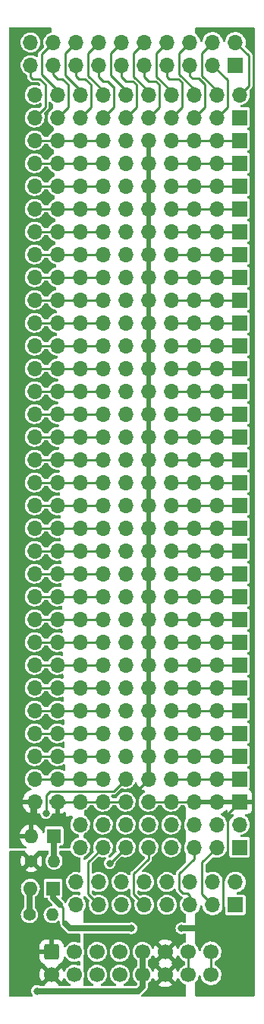
<source format=gtl>
%TF.GenerationSoftware,KiCad,Pcbnew,(6.0.1)*%
%TF.CreationDate,2023-01-07T15:23:48-05:00*%
%TF.ProjectId,ER-PROTO-02-DB,45522d50-524f-4544-9f2d-30322d44422e,1*%
%TF.SameCoordinates,Original*%
%TF.FileFunction,Copper,L1,Top*%
%TF.FilePolarity,Positive*%
%FSLAX46Y46*%
G04 Gerber Fmt 4.6, Leading zero omitted, Abs format (unit mm)*
G04 Created by KiCad (PCBNEW (6.0.1)) date 2023-01-07 15:23:48*
%MOMM*%
%LPD*%
G01*
G04 APERTURE LIST*
G04 Aperture macros list*
%AMRoundRect*
0 Rectangle with rounded corners*
0 $1 Rounding radius*
0 $2 $3 $4 $5 $6 $7 $8 $9 X,Y pos of 4 corners*
0 Add a 4 corners polygon primitive as box body*
4,1,4,$2,$3,$4,$5,$6,$7,$8,$9,$2,$3,0*
0 Add four circle primitives for the rounded corners*
1,1,$1+$1,$2,$3*
1,1,$1+$1,$4,$5*
1,1,$1+$1,$6,$7*
1,1,$1+$1,$8,$9*
0 Add four rect primitives between the rounded corners*
20,1,$1+$1,$2,$3,$4,$5,0*
20,1,$1+$1,$4,$5,$6,$7,0*
20,1,$1+$1,$6,$7,$8,$9,0*
20,1,$1+$1,$8,$9,$2,$3,0*%
G04 Aperture macros list end*
%TA.AperFunction,ComponentPad*%
%ADD10R,1.700000X1.700000*%
%TD*%
%TA.AperFunction,ComponentPad*%
%ADD11O,1.700000X1.700000*%
%TD*%
%TA.AperFunction,ComponentPad*%
%ADD12C,1.400000*%
%TD*%
%TA.AperFunction,ComponentPad*%
%ADD13O,1.400000X1.400000*%
%TD*%
%TA.AperFunction,ComponentPad*%
%ADD14R,1.600000X1.600000*%
%TD*%
%TA.AperFunction,ComponentPad*%
%ADD15O,1.600000X1.600000*%
%TD*%
%TA.AperFunction,ComponentPad*%
%ADD16RoundRect,0.250000X-0.600000X0.600000X-0.600000X-0.600000X0.600000X-0.600000X0.600000X0.600000X0*%
%TD*%
%TA.AperFunction,ComponentPad*%
%ADD17C,1.700000*%
%TD*%
%TA.AperFunction,ViaPad*%
%ADD18C,0.800000*%
%TD*%
%TA.AperFunction,Conductor*%
%ADD19C,0.250000*%
%TD*%
%TA.AperFunction,Conductor*%
%ADD20C,0.254000*%
%TD*%
%TA.AperFunction,Conductor*%
%ADD21C,0.635000*%
%TD*%
G04 APERTURE END LIST*
D10*
%TO.P,J19,1,Pin_1*%
%TO.N,Net-(J19-Pad1)*%
X124460000Y-45720000D03*
D11*
%TO.P,J19,2,Pin_2*%
X121920000Y-45720000D03*
%TO.P,J19,3,Pin_3*%
X119380000Y-45720000D03*
%TO.P,J19,4,Pin_4*%
X116840000Y-45720000D03*
%TO.P,J19,5,Pin_5*%
%TO.N,+5V*%
X114300000Y-45720000D03*
%TO.P,J19,6,Pin_6*%
%TO.N,GND*%
X111760000Y-45720000D03*
%TO.P,J19,7,Pin_7*%
%TO.N,Net-(J19-Pad10)*%
X109220000Y-45720000D03*
%TO.P,J19,8,Pin_8*%
X106680000Y-45720000D03*
%TO.P,J19,9,Pin_9*%
X104140000Y-45720000D03*
%TO.P,J19,10,Pin_10*%
X101600000Y-45720000D03*
%TD*%
D10*
%TO.P,J11,1,Pin_1*%
%TO.N,Net-(J11-Pad1)*%
X124460000Y-43180000D03*
D11*
%TO.P,J11,2,Pin_2*%
X121920000Y-43180000D03*
%TO.P,J11,3,Pin_3*%
X119380000Y-43180000D03*
%TO.P,J11,4,Pin_4*%
X116840000Y-43180000D03*
%TO.P,J11,5,Pin_5*%
%TO.N,+5V*%
X114300000Y-43180000D03*
%TO.P,J11,6,Pin_6*%
%TO.N,GND*%
X111760000Y-43180000D03*
%TO.P,J11,7,Pin_7*%
%TO.N,Net-(J11-Pad10)*%
X109220000Y-43180000D03*
%TO.P,J11,8,Pin_8*%
X106680000Y-43180000D03*
%TO.P,J11,9,Pin_9*%
X104140000Y-43180000D03*
%TO.P,J11,10,Pin_10*%
X101600000Y-43180000D03*
%TD*%
D10*
%TO.P,J10,1,Pin_1*%
%TO.N,Net-(J10-Pad1)*%
X124460000Y-60960000D03*
D11*
%TO.P,J10,2,Pin_2*%
X121920000Y-60960000D03*
%TO.P,J10,3,Pin_3*%
X119380000Y-60960000D03*
%TO.P,J10,4,Pin_4*%
X116840000Y-60960000D03*
%TO.P,J10,5,Pin_5*%
%TO.N,+5V*%
X114300000Y-60960000D03*
%TO.P,J10,6,Pin_6*%
%TO.N,GND*%
X111760000Y-60960000D03*
%TO.P,J10,7,Pin_7*%
%TO.N,Net-(J10-Pad10)*%
X109220000Y-60960000D03*
%TO.P,J10,8,Pin_8*%
X106680000Y-60960000D03*
%TO.P,J10,9,Pin_9*%
X104140000Y-60960000D03*
%TO.P,J10,10,Pin_10*%
X101600000Y-60960000D03*
%TD*%
D10*
%TO.P,J4,1,Pin_1*%
%TO.N,Net-(J4-Pad1)*%
X124460000Y-88900000D03*
D11*
%TO.P,J4,2,Pin_2*%
X121920000Y-88900000D03*
%TO.P,J4,3,Pin_3*%
X119380000Y-88900000D03*
%TO.P,J4,4,Pin_4*%
X116840000Y-88900000D03*
%TO.P,J4,5,Pin_5*%
%TO.N,+5V*%
X114300000Y-88900000D03*
%TO.P,J4,6,Pin_6*%
%TO.N,GND*%
X111760000Y-88900000D03*
%TO.P,J4,7,Pin_7*%
%TO.N,Net-(J4-Pad10)*%
X109220000Y-88900000D03*
%TO.P,J4,8,Pin_8*%
X106680000Y-88900000D03*
%TO.P,J4,9,Pin_9*%
X104140000Y-88900000D03*
%TO.P,J4,10,Pin_10*%
X101600000Y-88900000D03*
%TD*%
D10*
%TO.P,J28,1,VCC*%
%TO.N,+5V*%
X124460000Y-20320000D03*
D11*
%TO.P,J28,2,POT6_1_CW*%
%TO.N,/POT6-1*%
X124460000Y-17780000D03*
%TO.P,J28,3,POT6_2_W*%
%TO.N,/POT6-2*%
X121920000Y-20320000D03*
%TO.P,J28,4,POT6_3_CCW*%
%TO.N,/POT6-3*%
X121920000Y-17780000D03*
%TO.P,J28,5,POT4_1_CW*%
%TO.N,/POT4-1*%
X119380000Y-20320000D03*
%TO.P,J28,6,POT4_2_W*%
%TO.N,/POT4-2*%
X119380000Y-17780000D03*
%TO.P,J28,7,POT4_3_CCW*%
%TO.N,/POT4-3*%
X116840000Y-20320000D03*
%TO.P,J28,8,POT2_1_CW*%
%TO.N,/POT2-1*%
X116840000Y-17780000D03*
%TO.P,J28,9,POT2_2_W*%
%TO.N,/POT2-2*%
X114300000Y-20320000D03*
%TO.P,J28,10,POT2_3_CCW*%
%TO.N,/POT2-3*%
X114300000Y-17780000D03*
%TO.P,J28,11,POT5_1_CW*%
%TO.N,/POT5-1*%
X111760000Y-20320000D03*
%TO.P,J28,12,POT5_2_W*%
%TO.N,/POT5-2*%
X111760000Y-17780000D03*
%TO.P,J28,13,POT5_3_CCW*%
%TO.N,/POT5-3*%
X109220000Y-20320000D03*
%TO.P,J28,14,POT3_1_CW*%
%TO.N,/POT3-1*%
X109220000Y-17780000D03*
%TO.P,J28,15,POT3_2_W*%
%TO.N,/POT3-2*%
X106680000Y-20320000D03*
%TO.P,J28,16,POT3_3_CCW*%
%TO.N,/POT3-3*%
X106680000Y-17780000D03*
%TO.P,J28,17,POT1_1_CW*%
%TO.N,/POT1-1*%
X104140000Y-20320000D03*
%TO.P,J28,18,POT1_2_W*%
%TO.N,/POT1-2*%
X104140000Y-17780000D03*
%TO.P,J28,19,POT1_3_CCW*%
%TO.N,/POT1-3*%
X101600000Y-20320000D03*
%TO.P,J28,20,GND*%
%TO.N,GND*%
X101600000Y-17780000D03*
%TD*%
D10*
%TO.P,J21,1,Pin_1*%
%TO.N,Net-(J21-Pad1)*%
X124460000Y-86360000D03*
D11*
%TO.P,J21,2,Pin_2*%
X121920000Y-86360000D03*
%TO.P,J21,3,Pin_3*%
X119380000Y-86360000D03*
%TO.P,J21,4,Pin_4*%
X116840000Y-86360000D03*
%TO.P,J21,5,Pin_5*%
%TO.N,+5V*%
X114300000Y-86360000D03*
%TO.P,J21,6,Pin_6*%
%TO.N,GND*%
X111760000Y-86360000D03*
%TO.P,J21,7,Pin_7*%
%TO.N,Net-(J21-Pad10)*%
X109220000Y-86360000D03*
%TO.P,J21,8,Pin_8*%
X106680000Y-86360000D03*
%TO.P,J21,9,Pin_9*%
X104140000Y-86360000D03*
%TO.P,J21,10,Pin_10*%
X101600000Y-86360000D03*
%TD*%
D10*
%TO.P,J1,1,Pin_1*%
%TO.N,Net-(J1-Pad1)*%
X124460000Y-76200000D03*
D11*
%TO.P,J1,2,Pin_2*%
X121920000Y-76200000D03*
%TO.P,J1,3,Pin_3*%
X119380000Y-76200000D03*
%TO.P,J1,4,Pin_4*%
X116840000Y-76200000D03*
%TO.P,J1,5,Pin_5*%
%TO.N,+5V*%
X114300000Y-76200000D03*
%TO.P,J1,6,Pin_6*%
%TO.N,GND*%
X111760000Y-76200000D03*
%TO.P,J1,7,Pin_7*%
%TO.N,Net-(J1-Pad10)*%
X109220000Y-76200000D03*
%TO.P,J1,8,Pin_8*%
X106680000Y-76200000D03*
%TO.P,J1,9,Pin_9*%
X104140000Y-76200000D03*
%TO.P,J1,10,Pin_10*%
X101600000Y-76200000D03*
%TD*%
D12*
%TO.P,R1,1*%
%TO.N,Net-(D1-Pad2)*%
X101015000Y-109093000D03*
D13*
%TO.P,R1,2*%
%TO.N,+12VA*%
X103555000Y-109093000D03*
%TD*%
D10*
%TO.P,J36,1,Pin_1*%
%TO.N,Net-(J36-Pad1)*%
X124460000Y-22860000D03*
D11*
%TO.P,J36,2,Pin_2*%
X121920000Y-22860000D03*
%TO.P,J36,3,Pin_3*%
X119380000Y-22860000D03*
%TO.P,J36,4,Pin_4*%
X116840000Y-22860000D03*
%TO.P,J36,5,Pin_5*%
%TO.N,+5V*%
X114300000Y-22860000D03*
%TO.P,J36,6,Pin_6*%
%TO.N,GND*%
X111760000Y-22860000D03*
%TO.P,J36,7,Pin_7*%
%TO.N,Net-(J36-Pad10)*%
X109220000Y-22860000D03*
%TO.P,J36,8,Pin_8*%
X106680000Y-22860000D03*
%TO.P,J36,9,Pin_9*%
X104140000Y-22860000D03*
%TO.P,J36,10,Pin_10*%
X101600000Y-22860000D03*
%TD*%
D14*
%TO.P,D2,1,K*%
%TO.N,Net-(D2-Pad1)*%
X103759000Y-100330000D03*
D15*
%TO.P,D2,2,A*%
%TO.N,-12V*%
X101219000Y-100330000D03*
%TD*%
D10*
%TO.P,J24,1,Pin_1*%
%TO.N,Net-(J24-Pad1)*%
X124460000Y-93980000D03*
D11*
%TO.P,J24,2,Pin_2*%
X121920000Y-93980000D03*
%TO.P,J24,3,Pin_3*%
X119380000Y-93980000D03*
%TO.P,J24,4,Pin_4*%
X116840000Y-93980000D03*
%TO.P,J24,5,Pin_5*%
%TO.N,+5V*%
X114300000Y-93980000D03*
%TO.P,J24,6,Pin_6*%
%TO.N,GND*%
X111760000Y-93980000D03*
%TO.P,J24,7,Pin_7*%
%TO.N,Net-(J24-Pad10)*%
X109220000Y-93980000D03*
%TO.P,J24,8,Pin_8*%
X106680000Y-93980000D03*
%TO.P,J24,9,Pin_9*%
X104140000Y-93980000D03*
%TO.P,J24,10,Pin_10*%
X101600000Y-93980000D03*
%TD*%
D10*
%TO.P,J14,1,Pin_1*%
%TO.N,Net-(J14-Pad1)*%
X124460000Y-78740000D03*
D11*
%TO.P,J14,2,Pin_2*%
X121920000Y-78740000D03*
%TO.P,J14,3,Pin_3*%
X119380000Y-78740000D03*
%TO.P,J14,4,Pin_4*%
X116840000Y-78740000D03*
%TO.P,J14,5,Pin_5*%
%TO.N,+5V*%
X114300000Y-78740000D03*
%TO.P,J14,6,Pin_6*%
%TO.N,GND*%
X111760000Y-78740000D03*
%TO.P,J14,7,Pin_7*%
%TO.N,Net-(J14-Pad10)*%
X109220000Y-78740000D03*
%TO.P,J14,8,Pin_8*%
X106680000Y-78740000D03*
%TO.P,J14,9,Pin_9*%
X104140000Y-78740000D03*
%TO.P,J14,10,Pin_10*%
X101600000Y-78740000D03*
%TD*%
D10*
%TO.P,J2,1,Pin_1*%
%TO.N,Net-(J2-Pad1)*%
X124460000Y-83820000D03*
D11*
%TO.P,J2,2,Pin_2*%
X121920000Y-83820000D03*
%TO.P,J2,3,Pin_3*%
X119380000Y-83820000D03*
%TO.P,J2,4,Pin_4*%
X116840000Y-83820000D03*
%TO.P,J2,5,Pin_5*%
%TO.N,+5V*%
X114300000Y-83820000D03*
%TO.P,J2,6,Pin_6*%
%TO.N,GND*%
X111760000Y-83820000D03*
%TO.P,J2,7,Pin_7*%
%TO.N,Net-(J2-Pad10)*%
X109220000Y-83820000D03*
%TO.P,J2,8,Pin_8*%
X106680000Y-83820000D03*
%TO.P,J2,9,Pin_9*%
X104140000Y-83820000D03*
%TO.P,J2,10,Pin_10*%
X101600000Y-83820000D03*
%TD*%
D10*
%TO.P,J32,1,Pin_1*%
%TO.N,Net-(J32-Pad1)*%
X124460000Y-30480000D03*
D11*
%TO.P,J32,2,Pin_2*%
X121920000Y-30480000D03*
%TO.P,J32,3,Pin_3*%
X119380000Y-30480000D03*
%TO.P,J32,4,Pin_4*%
X116840000Y-30480000D03*
%TO.P,J32,5,Pin_5*%
%TO.N,+5V*%
X114300000Y-30480000D03*
%TO.P,J32,6,Pin_6*%
%TO.N,GND*%
X111760000Y-30480000D03*
%TO.P,J32,7,Pin_7*%
%TO.N,Net-(J32-Pad10)*%
X109220000Y-30480000D03*
%TO.P,J32,8,Pin_8*%
X106680000Y-30480000D03*
%TO.P,J32,9,Pin_9*%
X104140000Y-30480000D03*
%TO.P,J32,10,Pin_10*%
X101600000Y-30480000D03*
%TD*%
D10*
%TO.P,J29,1,GND*%
%TO.N,GND*%
X124460000Y-101600000D03*
D11*
%TO.P,J29,2,GND*%
X124460000Y-99060000D03*
%TO.P,J29,3,J6_R_N*%
%TO.N,/J6-R_N*%
X121920000Y-101600000D03*
%TO.P,J29,4,J6_T*%
%TO.N,/J6-T*%
X121920000Y-99060000D03*
%TO.P,J29,5,J4_R_N*%
%TO.N,/J4-R_N*%
X119380000Y-101600000D03*
%TO.P,J29,6,J4_T*%
%TO.N,/J4-T*%
X119380000Y-99060000D03*
%TO.P,J29,7,J2_R_N*%
%TO.N,/J2-R_N*%
X116840000Y-101600000D03*
%TO.P,J29,8,J2_T*%
%TO.N,/J2-T*%
X116840000Y-99060000D03*
%TO.P,J29,9,J1_R_N*%
%TO.N,/J1-R_N*%
X114300000Y-101600000D03*
%TO.P,J29,10,J1_T*%
%TO.N,/J1-T*%
X114300000Y-99060000D03*
%TO.P,J29,11,J3_R_N*%
%TO.N,/J3-R_N*%
X111760000Y-101600000D03*
%TO.P,J29,12,J3_T*%
%TO.N,/J3-T*%
X111760000Y-99060000D03*
%TO.P,J29,13,J5_R_N*%
%TO.N,/J5-R_N*%
X109220000Y-101600000D03*
%TO.P,J29,14,J5_T*%
%TO.N,/J5-T*%
X109220000Y-99060000D03*
%TO.P,J29,15,GND*%
%TO.N,GND*%
X106680000Y-101600000D03*
%TO.P,J29,16,GND*%
X106680000Y-99060000D03*
%TD*%
D10*
%TO.P,J6,1,Pin_1*%
%TO.N,Net-(J6-Pad1)*%
X124460000Y-66040000D03*
D11*
%TO.P,J6,2,Pin_2*%
X121920000Y-66040000D03*
%TO.P,J6,3,Pin_3*%
X119380000Y-66040000D03*
%TO.P,J6,4,Pin_4*%
X116840000Y-66040000D03*
%TO.P,J6,5,Pin_5*%
%TO.N,+5V*%
X114300000Y-66040000D03*
%TO.P,J6,6,Pin_6*%
%TO.N,GND*%
X111760000Y-66040000D03*
%TO.P,J6,7,Pin_7*%
%TO.N,Net-(J6-Pad10)*%
X109220000Y-66040000D03*
%TO.P,J6,8,Pin_8*%
X106680000Y-66040000D03*
%TO.P,J6,9,Pin_9*%
X104140000Y-66040000D03*
%TO.P,J6,10,Pin_10*%
X101600000Y-66040000D03*
%TD*%
D10*
%TO.P,J20,1,Pin_1*%
%TO.N,Net-(J20-Pad1)*%
X124460000Y-71120000D03*
D11*
%TO.P,J20,2,Pin_2*%
X121920000Y-71120000D03*
%TO.P,J20,3,Pin_3*%
X119380000Y-71120000D03*
%TO.P,J20,4,Pin_4*%
X116840000Y-71120000D03*
%TO.P,J20,5,Pin_5*%
%TO.N,+5V*%
X114300000Y-71120000D03*
%TO.P,J20,6,Pin_6*%
%TO.N,GND*%
X111760000Y-71120000D03*
%TO.P,J20,7,Pin_7*%
%TO.N,Net-(J20-Pad10)*%
X109220000Y-71120000D03*
%TO.P,J20,8,Pin_8*%
X106680000Y-71120000D03*
%TO.P,J20,9,Pin_9*%
X104140000Y-71120000D03*
%TO.P,J20,10,Pin_10*%
X101600000Y-71120000D03*
%TD*%
D10*
%TO.P,J26,1,Pin_1*%
%TO.N,Net-(J26-Pad1)*%
X124460000Y-50800000D03*
D11*
%TO.P,J26,2,Pin_2*%
X121920000Y-50800000D03*
%TO.P,J26,3,Pin_3*%
X119380000Y-50800000D03*
%TO.P,J26,4,Pin_4*%
X116840000Y-50800000D03*
%TO.P,J26,5,Pin_5*%
%TO.N,+5V*%
X114300000Y-50800000D03*
%TO.P,J26,6,Pin_6*%
%TO.N,GND*%
X111760000Y-50800000D03*
%TO.P,J26,7,Pin_7*%
%TO.N,Net-(J26-Pad10)*%
X109220000Y-50800000D03*
%TO.P,J26,8,Pin_8*%
X106680000Y-50800000D03*
%TO.P,J26,9,Pin_9*%
X104140000Y-50800000D03*
%TO.P,J26,10,Pin_10*%
X101600000Y-50800000D03*
%TD*%
D12*
%TO.P,R2,1*%
%TO.N,-12VA*%
X101219000Y-103124000D03*
D13*
%TO.P,R2,2*%
%TO.N,Net-(D2-Pad1)*%
X103759000Y-103124000D03*
%TD*%
D10*
%TO.P,J12,1,Pin_1*%
%TO.N,Net-(J12-Pad1)*%
X124460000Y-58420000D03*
D11*
%TO.P,J12,2,Pin_2*%
X121920000Y-58420000D03*
%TO.P,J12,3,Pin_3*%
X119380000Y-58420000D03*
%TO.P,J12,4,Pin_4*%
X116840000Y-58420000D03*
%TO.P,J12,5,Pin_5*%
%TO.N,+5V*%
X114300000Y-58420000D03*
%TO.P,J12,6,Pin_6*%
%TO.N,GND*%
X111760000Y-58420000D03*
%TO.P,J12,7,Pin_7*%
%TO.N,Net-(J12-Pad10)*%
X109220000Y-58420000D03*
%TO.P,J12,8,Pin_8*%
X106680000Y-58420000D03*
%TO.P,J12,9,Pin_9*%
X104140000Y-58420000D03*
%TO.P,J12,10,Pin_10*%
X101600000Y-58420000D03*
%TD*%
D10*
%TO.P,J17,1,Pin_1*%
%TO.N,Net-(J17-Pad1)*%
X124460000Y-38100000D03*
D11*
%TO.P,J17,2,Pin_2*%
X121920000Y-38100000D03*
%TO.P,J17,3,Pin_3*%
X119380000Y-38100000D03*
%TO.P,J17,4,Pin_4*%
X116840000Y-38100000D03*
%TO.P,J17,5,Pin_5*%
%TO.N,+5V*%
X114300000Y-38100000D03*
%TO.P,J17,6,Pin_6*%
%TO.N,GND*%
X111760000Y-38100000D03*
%TO.P,J17,7,Pin_7*%
%TO.N,Net-(J17-Pad10)*%
X109220000Y-38100000D03*
%TO.P,J17,8,Pin_8*%
X106680000Y-38100000D03*
%TO.P,J17,9,Pin_9*%
X104140000Y-38100000D03*
%TO.P,J17,10,Pin_10*%
X101600000Y-38100000D03*
%TD*%
D10*
%TO.P,J22,1,Pin_1*%
%TO.N,Net-(J22-Pad1)*%
X124460000Y-91440000D03*
D11*
%TO.P,J22,2,Pin_2*%
X121920000Y-91440000D03*
%TO.P,J22,3,Pin_3*%
X119380000Y-91440000D03*
%TO.P,J22,4,Pin_4*%
X116840000Y-91440000D03*
%TO.P,J22,5,Pin_5*%
%TO.N,+5V*%
X114300000Y-91440000D03*
%TO.P,J22,6,Pin_6*%
%TO.N,GND*%
X111760000Y-91440000D03*
%TO.P,J22,7,Pin_7*%
%TO.N,Net-(J22-Pad10)*%
X109220000Y-91440000D03*
%TO.P,J22,8,Pin_8*%
X106680000Y-91440000D03*
%TO.P,J22,9,Pin_9*%
X104140000Y-91440000D03*
%TO.P,J22,10,Pin_10*%
X101600000Y-91440000D03*
%TD*%
D10*
%TO.P,J13,1,Pin_1*%
%TO.N,Net-(J13-Pad1)*%
X124460000Y-73660000D03*
D11*
%TO.P,J13,2,Pin_2*%
X121920000Y-73660000D03*
%TO.P,J13,3,Pin_3*%
X119380000Y-73660000D03*
%TO.P,J13,4,Pin_4*%
X116840000Y-73660000D03*
%TO.P,J13,5,Pin_5*%
%TO.N,+5V*%
X114300000Y-73660000D03*
%TO.P,J13,6,Pin_6*%
%TO.N,GND*%
X111760000Y-73660000D03*
%TO.P,J13,7,Pin_7*%
%TO.N,Net-(J13-Pad10)*%
X109220000Y-73660000D03*
%TO.P,J13,8,Pin_8*%
X106680000Y-73660000D03*
%TO.P,J13,9,Pin_9*%
X104140000Y-73660000D03*
%TO.P,J13,10,Pin_10*%
X101600000Y-73660000D03*
%TD*%
D10*
%TO.P,J31,1,Pin_1*%
%TO.N,Net-(J31-Pad1)*%
X124460000Y-27940000D03*
D11*
%TO.P,J31,2,Pin_2*%
X121920000Y-27940000D03*
%TO.P,J31,3,Pin_3*%
X119380000Y-27940000D03*
%TO.P,J31,4,Pin_4*%
X116840000Y-27940000D03*
%TO.P,J31,5,Pin_5*%
%TO.N,+5V*%
X114300000Y-27940000D03*
%TO.P,J31,6,Pin_6*%
%TO.N,GND*%
X111760000Y-27940000D03*
%TO.P,J31,7,Pin_7*%
%TO.N,Net-(J31-Pad10)*%
X109220000Y-27940000D03*
%TO.P,J31,8,Pin_8*%
X106680000Y-27940000D03*
%TO.P,J31,9,Pin_9*%
X104140000Y-27940000D03*
%TO.P,J31,10,Pin_10*%
X101600000Y-27940000D03*
%TD*%
D16*
%TO.P,J9,1,-12V*%
%TO.N,-12VA*%
X103500000Y-113247500D03*
D17*
%TO.P,J9,2,-12V*%
X103500000Y-115787500D03*
%TO.P,J9,3,GND*%
%TO.N,GND*%
X106040000Y-113247500D03*
%TO.P,J9,4,GND*%
X106040000Y-115787500D03*
%TO.P,J9,5,GND*%
X108580000Y-113247500D03*
%TO.P,J9,6,GND*%
X108580000Y-115787500D03*
%TO.P,J9,7,GND*%
X111120000Y-113247500D03*
%TO.P,J9,8,GND*%
X111120000Y-115787500D03*
%TO.P,J9,9,+12V*%
%TO.N,+12VA*%
X113660000Y-113247500D03*
%TO.P,J9,10,+12V*%
X113660000Y-115787500D03*
%TO.P,J9,11,+5V*%
%TO.N,+5V*%
X116200000Y-113247500D03*
%TO.P,J9,12,+5V*%
X116200000Y-115787500D03*
%TO.P,J9,13,CV*%
%TO.N,/CV*%
X118740000Y-113247500D03*
%TO.P,J9,14,CV*%
X118740000Y-115787500D03*
%TO.P,J9,15,GATE*%
%TO.N,/GATE*%
X121280000Y-113247500D03*
%TO.P,J9,16,GATE*%
X121280000Y-115787500D03*
%TD*%
D10*
%TO.P,J25,1,Pin_1*%
%TO.N,Net-(J25-Pad1)*%
X124460000Y-48260000D03*
D11*
%TO.P,J25,2,Pin_2*%
X121920000Y-48260000D03*
%TO.P,J25,3,Pin_3*%
X119380000Y-48260000D03*
%TO.P,J25,4,Pin_4*%
X116840000Y-48260000D03*
%TO.P,J25,5,Pin_5*%
%TO.N,+5V*%
X114300000Y-48260000D03*
%TO.P,J25,6,Pin_6*%
%TO.N,GND*%
X111760000Y-48260000D03*
%TO.P,J25,7,Pin_7*%
%TO.N,Net-(J25-Pad10)*%
X109220000Y-48260000D03*
%TO.P,J25,8,Pin_8*%
X106680000Y-48260000D03*
%TO.P,J25,9,Pin_9*%
X104140000Y-48260000D03*
%TO.P,J25,10,Pin_10*%
X101600000Y-48260000D03*
%TD*%
D10*
%TO.P,J18,1,Pin_1*%
%TO.N,Net-(J18-Pad1)*%
X124460000Y-40640000D03*
D11*
%TO.P,J18,2,Pin_2*%
X121920000Y-40640000D03*
%TO.P,J18,3,Pin_3*%
X119380000Y-40640000D03*
%TO.P,J18,4,Pin_4*%
X116840000Y-40640000D03*
%TO.P,J18,5,Pin_5*%
%TO.N,+5V*%
X114300000Y-40640000D03*
%TO.P,J18,6,Pin_6*%
%TO.N,GND*%
X111760000Y-40640000D03*
%TO.P,J18,7,Pin_7*%
%TO.N,Net-(J18-Pad10)*%
X109220000Y-40640000D03*
%TO.P,J18,8,Pin_8*%
X106680000Y-40640000D03*
%TO.P,J18,9,Pin_9*%
X104140000Y-40640000D03*
%TO.P,J18,10,Pin_10*%
X101600000Y-40640000D03*
%TD*%
D10*
%TO.P,J23,1,Pin_1*%
%TO.N,Net-(J23-Pad1)*%
X124460000Y-68580000D03*
D11*
%TO.P,J23,2,Pin_2*%
X121920000Y-68580000D03*
%TO.P,J23,3,Pin_3*%
X119380000Y-68580000D03*
%TO.P,J23,4,Pin_4*%
X116840000Y-68580000D03*
%TO.P,J23,5,Pin_5*%
%TO.N,+5V*%
X114300000Y-68580000D03*
%TO.P,J23,6,Pin_6*%
%TO.N,GND*%
X111760000Y-68580000D03*
%TO.P,J23,7,Pin_7*%
%TO.N,Net-(J23-Pad10)*%
X109220000Y-68580000D03*
%TO.P,J23,8,Pin_8*%
X106680000Y-68580000D03*
%TO.P,J23,9,Pin_9*%
X104140000Y-68580000D03*
%TO.P,J23,10,Pin_10*%
X101600000Y-68580000D03*
%TD*%
D10*
%TO.P,J27,1,Pin_1*%
%TO.N,Net-(J27-Pad1)*%
X124460000Y-81280000D03*
D11*
%TO.P,J27,2,Pin_2*%
X121920000Y-81280000D03*
%TO.P,J27,3,Pin_3*%
X119380000Y-81280000D03*
%TO.P,J27,4,Pin_4*%
X116840000Y-81280000D03*
%TO.P,J27,5,Pin_5*%
%TO.N,+5V*%
X114300000Y-81280000D03*
%TO.P,J27,6,Pin_6*%
%TO.N,GND*%
X111760000Y-81280000D03*
%TO.P,J27,7,Pin_7*%
%TO.N,Net-(J27-Pad10)*%
X109220000Y-81280000D03*
%TO.P,J27,8,Pin_8*%
X106680000Y-81280000D03*
%TO.P,J27,9,Pin_9*%
X104140000Y-81280000D03*
%TO.P,J27,10,Pin_10*%
X101600000Y-81280000D03*
%TD*%
D10*
%TO.P,J30,1,Pin_1*%
%TO.N,Net-(J30-Pad1)*%
X124460000Y-35560000D03*
D11*
%TO.P,J30,2,Pin_2*%
X121920000Y-35560000D03*
%TO.P,J30,3,Pin_3*%
X119380000Y-35560000D03*
%TO.P,J30,4,Pin_4*%
X116840000Y-35560000D03*
%TO.P,J30,5,Pin_5*%
%TO.N,+5V*%
X114300000Y-35560000D03*
%TO.P,J30,6,Pin_6*%
%TO.N,GND*%
X111760000Y-35560000D03*
%TO.P,J30,7,Pin_7*%
%TO.N,Net-(J30-Pad10)*%
X109220000Y-35560000D03*
%TO.P,J30,8,Pin_8*%
X106680000Y-35560000D03*
%TO.P,J30,9,Pin_9*%
X104140000Y-35560000D03*
%TO.P,J30,10,Pin_10*%
X101600000Y-35560000D03*
%TD*%
D10*
%TO.P,J5,1,Pin_1*%
%TO.N,Net-(J5-Pad1)*%
X124460000Y-55880000D03*
D11*
%TO.P,J5,2,Pin_2*%
X121920000Y-55880000D03*
%TO.P,J5,3,Pin_3*%
X119380000Y-55880000D03*
%TO.P,J5,4,Pin_4*%
X116840000Y-55880000D03*
%TO.P,J5,5,Pin_5*%
%TO.N,+5V*%
X114300000Y-55880000D03*
%TO.P,J5,6,Pin_6*%
%TO.N,GND*%
X111760000Y-55880000D03*
%TO.P,J5,7,Pin_7*%
%TO.N,Net-(J5-Pad10)*%
X109220000Y-55880000D03*
%TO.P,J5,8,Pin_8*%
X106680000Y-55880000D03*
%TO.P,J5,9,Pin_9*%
X104140000Y-55880000D03*
%TO.P,J5,10,Pin_10*%
X101600000Y-55880000D03*
%TD*%
D14*
%TO.P,D1,1,K*%
%TO.N,+12V*%
X103660686Y-106172000D03*
D15*
%TO.P,D1,2,A*%
%TO.N,Net-(D1-Pad2)*%
X101120686Y-106172000D03*
%TD*%
D10*
%TO.P,J16,1,Pin_1*%
%TO.N,Net-(J16-Pad1)*%
X124460000Y-63500000D03*
D11*
%TO.P,J16,2,Pin_2*%
X121920000Y-63500000D03*
%TO.P,J16,3,Pin_3*%
X119380000Y-63500000D03*
%TO.P,J16,4,Pin_4*%
X116840000Y-63500000D03*
%TO.P,J16,5,Pin_5*%
%TO.N,+5V*%
X114300000Y-63500000D03*
%TO.P,J16,6,Pin_6*%
%TO.N,GND*%
X111760000Y-63500000D03*
%TO.P,J16,7,Pin_7*%
%TO.N,Net-(J16-Pad10)*%
X109220000Y-63500000D03*
%TO.P,J16,8,Pin_8*%
X106680000Y-63500000D03*
%TO.P,J16,9,Pin_9*%
X104140000Y-63500000D03*
%TO.P,J16,10,Pin_10*%
X101600000Y-63500000D03*
%TD*%
D10*
%TO.P,J8,1,VCC*%
%TO.N,+5V*%
X124000000Y-14500000D03*
D11*
%TO.P,J8,2,POT6_1_CW*%
%TO.N,/POT6-1*%
X124000000Y-11960000D03*
%TO.P,J8,3,POT6_2_W*%
%TO.N,/POT6-2*%
X121460000Y-14500000D03*
%TO.P,J8,4,POT6_3_CCW*%
%TO.N,/POT6-3*%
X121460000Y-11960000D03*
%TO.P,J8,5,POT4_1_CW*%
%TO.N,/POT4-1*%
X118920000Y-14500000D03*
%TO.P,J8,6,POT4_2_W*%
%TO.N,/POT4-2*%
X118920000Y-11960000D03*
%TO.P,J8,7,POT4_3_CCW*%
%TO.N,/POT4-3*%
X116380000Y-14500000D03*
%TO.P,J8,8,POT2_1_CW*%
%TO.N,/POT2-1*%
X116380000Y-11960000D03*
%TO.P,J8,9,POT2_2_W*%
%TO.N,/POT2-2*%
X113840000Y-14500000D03*
%TO.P,J8,10,POT2_3_CCW*%
%TO.N,/POT2-3*%
X113840000Y-11960000D03*
%TO.P,J8,11,POT5_1_CW*%
%TO.N,/POT5-1*%
X111300000Y-14500000D03*
%TO.P,J8,12,POT5_2_W*%
%TO.N,/POT5-2*%
X111300000Y-11960000D03*
%TO.P,J8,13,POT5_3_CCW*%
%TO.N,/POT5-3*%
X108760000Y-14500000D03*
%TO.P,J8,14,POT3_1_CW*%
%TO.N,/POT3-1*%
X108760000Y-11960000D03*
%TO.P,J8,15,POT3_2_W*%
%TO.N,/POT3-2*%
X106220000Y-14500000D03*
%TO.P,J8,16,POT3_3_CCW*%
%TO.N,/POT3-3*%
X106220000Y-11960000D03*
%TO.P,J8,17,POT1_1_CW*%
%TO.N,/POT1-1*%
X103680000Y-14500000D03*
%TO.P,J8,18,POT1_2_W*%
%TO.N,/POT1-2*%
X103680000Y-11960000D03*
%TO.P,J8,19,POT1_3_CCW*%
%TO.N,/POT1-3*%
X101140000Y-14500000D03*
%TO.P,J8,20,GND*%
%TO.N,GND*%
X101140000Y-11960000D03*
%TD*%
D10*
%TO.P,J7,1,GND*%
%TO.N,GND*%
X124000000Y-108000000D03*
D11*
%TO.P,J7,2,GND*%
X124000000Y-105460000D03*
%TO.P,J7,3,J6_R_N*%
%TO.N,/J6-R_N*%
X121460000Y-108000000D03*
%TO.P,J7,4,J6_T*%
%TO.N,/J6-T*%
X121460000Y-105460000D03*
%TO.P,J7,5,J4_R_N*%
%TO.N,/J4-R_N*%
X118920000Y-108000000D03*
%TO.P,J7,6,J4_T*%
%TO.N,/J4-T*%
X118920000Y-105460000D03*
%TO.P,J7,7,J2_R_N*%
%TO.N,/J2-R_N*%
X116380000Y-108000000D03*
%TO.P,J7,8,J2_T*%
%TO.N,/J2-T*%
X116380000Y-105460000D03*
%TO.P,J7,9,J1_R_N*%
%TO.N,/J1-R_N*%
X113840000Y-108000000D03*
%TO.P,J7,10,J1_T*%
%TO.N,/J1-T*%
X113840000Y-105460000D03*
%TO.P,J7,11,J3_R_N*%
%TO.N,/J3-R_N*%
X111300000Y-108000000D03*
%TO.P,J7,12,J3_T*%
%TO.N,/J3-T*%
X111300000Y-105460000D03*
%TO.P,J7,13,J5_R_N*%
%TO.N,/J5-R_N*%
X108760000Y-108000000D03*
%TO.P,J7,14,J5_T*%
%TO.N,/J5-T*%
X108760000Y-105460000D03*
%TO.P,J7,15,GND*%
%TO.N,GND*%
X106220000Y-108000000D03*
%TO.P,J7,16,GND*%
X106220000Y-105460000D03*
%TD*%
D10*
%TO.P,J33,1,Pin_1*%
%TO.N,Net-(J33-Pad1)*%
X124460000Y-33020000D03*
D11*
%TO.P,J33,2,Pin_2*%
X121920000Y-33020000D03*
%TO.P,J33,3,Pin_3*%
X119380000Y-33020000D03*
%TO.P,J33,4,Pin_4*%
X116840000Y-33020000D03*
%TO.P,J33,5,Pin_5*%
%TO.N,+5V*%
X114300000Y-33020000D03*
%TO.P,J33,6,Pin_6*%
%TO.N,GND*%
X111760000Y-33020000D03*
%TO.P,J33,7,Pin_7*%
%TO.N,Net-(J33-Pad10)*%
X109220000Y-33020000D03*
%TO.P,J33,8,Pin_8*%
X106680000Y-33020000D03*
%TO.P,J33,9,Pin_9*%
X104140000Y-33020000D03*
%TO.P,J33,10,Pin_10*%
X101600000Y-33020000D03*
%TD*%
D10*
%TO.P,J15,1,Pin_1*%
%TO.N,+12V*%
X124460000Y-96520000D03*
D11*
%TO.P,J15,2,Pin_2*%
X121920000Y-96520000D03*
%TO.P,J15,3,Pin_3*%
X119380000Y-96520000D03*
%TO.P,J15,4,Pin_4*%
X116840000Y-96520000D03*
%TO.P,J15,5,Pin_5*%
X114300000Y-96520000D03*
%TO.P,J15,6,Pin_6*%
%TO.N,-12V*%
X111760000Y-96520000D03*
%TO.P,J15,7,Pin_7*%
X109220000Y-96520000D03*
%TO.P,J15,8,Pin_8*%
X106680000Y-96520000D03*
%TO.P,J15,9,Pin_9*%
X104140000Y-96520000D03*
%TO.P,J15,10,Pin_10*%
X101600000Y-96520000D03*
%TD*%
D10*
%TO.P,J3,1,Pin_1*%
%TO.N,Net-(J3-Pad1)*%
X124460000Y-53340000D03*
D11*
%TO.P,J3,2,Pin_2*%
X121920000Y-53340000D03*
%TO.P,J3,3,Pin_3*%
X119380000Y-53340000D03*
%TO.P,J3,4,Pin_4*%
X116840000Y-53340000D03*
%TO.P,J3,5,Pin_5*%
%TO.N,+5V*%
X114300000Y-53340000D03*
%TO.P,J3,6,Pin_6*%
%TO.N,GND*%
X111760000Y-53340000D03*
%TO.P,J3,7,Pin_7*%
%TO.N,Net-(J3-Pad10)*%
X109220000Y-53340000D03*
%TO.P,J3,8,Pin_8*%
X106680000Y-53340000D03*
%TO.P,J3,9,Pin_9*%
X104140000Y-53340000D03*
%TO.P,J3,10,Pin_10*%
X101600000Y-53340000D03*
%TD*%
D10*
%TO.P,J35,1,Pin_1*%
%TO.N,Net-(J35-Pad1)*%
X124460000Y-25400000D03*
D11*
%TO.P,J35,2,Pin_2*%
X121920000Y-25400000D03*
%TO.P,J35,3,Pin_3*%
X119380000Y-25400000D03*
%TO.P,J35,4,Pin_4*%
X116840000Y-25400000D03*
%TO.P,J35,5,Pin_5*%
%TO.N,+5V*%
X114300000Y-25400000D03*
%TO.P,J35,6,Pin_6*%
%TO.N,GND*%
X111760000Y-25400000D03*
%TO.P,J35,7,Pin_7*%
%TO.N,Net-(J35-Pad10)*%
X109220000Y-25400000D03*
%TO.P,J35,8,Pin_8*%
X106680000Y-25400000D03*
%TO.P,J35,9,Pin_9*%
X104140000Y-25400000D03*
%TO.P,J35,10,Pin_10*%
X101600000Y-25400000D03*
%TD*%
D18*
%TO.N,GND*%
X102870000Y-97790000D03*
%TO.N,/J3-R_N*%
X109982000Y-103378000D03*
%TO.N,+12V*%
X117983000Y-110617000D03*
X112395000Y-110617000D03*
%TO.N,+12VA*%
X101854000Y-117602000D03*
%TD*%
D19*
%TO.N,/POT6-1*%
X124000000Y-11960000D02*
X125476000Y-13436000D01*
X125476000Y-16764000D02*
X124460000Y-17780000D01*
X125476000Y-13436000D02*
X125476000Y-16764000D01*
%TO.N,/POT6-2*%
X121460000Y-14500000D02*
X123094511Y-16134511D01*
X123094511Y-19145489D02*
X121920000Y-20320000D01*
X123094511Y-16134511D02*
X123094511Y-19145489D01*
%TO.N,/POT6-3*%
X120285489Y-13134511D02*
X120285489Y-15700749D01*
X121460000Y-11960000D02*
X120285489Y-13134511D01*
X120285489Y-15700749D02*
X121920000Y-17335260D01*
%TO.N,/POT4-1*%
X120554511Y-19145489D02*
X119380000Y-20320000D01*
X119209000Y-15989000D02*
X119938022Y-15989000D01*
X118920000Y-14500000D02*
X118920000Y-15700000D01*
X119938022Y-15989000D02*
X120554511Y-16605489D01*
X120554511Y-16605489D02*
X120554511Y-19145489D01*
X118920000Y-15700000D02*
X119209000Y-15989000D01*
%TO.N,/POT4-2*%
X117745489Y-15509771D02*
X119380000Y-17144282D01*
X118920000Y-11960000D02*
X117745489Y-13134511D01*
X117745489Y-13134511D02*
X117745489Y-15509771D01*
%TO.N,/POT4-3*%
X116586000Y-16002000D02*
X117602000Y-16002000D01*
X118014511Y-16414511D02*
X118014511Y-19145489D01*
X116332000Y-14548000D02*
X116332000Y-15748000D01*
X116332000Y-15748000D02*
X116586000Y-16002000D01*
X118014511Y-19145489D02*
X116840000Y-20320000D01*
X117602000Y-16002000D02*
X118014511Y-16414511D01*
%TO.N,/POT2-1*%
X115205489Y-15763771D02*
X116840000Y-17398282D01*
X115205489Y-13134511D02*
X115205489Y-15763771D01*
X116380000Y-11960000D02*
X115205489Y-13134511D01*
%TO.N,/POT2-2*%
X114300000Y-16256000D02*
X115062000Y-16256000D01*
X113840000Y-15796000D02*
X114300000Y-16256000D01*
X115474511Y-19145489D02*
X114300000Y-20320000D01*
X113840000Y-14500000D02*
X113840000Y-15796000D01*
X115474511Y-16668511D02*
X115474511Y-19145489D01*
X115062000Y-16256000D02*
X115474511Y-16668511D01*
%TO.N,/POT2-3*%
X113840000Y-11960000D02*
X112665489Y-13134511D01*
X112665489Y-13134511D02*
X112665489Y-15763771D01*
X112665489Y-15763771D02*
X114300000Y-17398282D01*
%TO.N,/POT5-1*%
X112522000Y-16256000D02*
X112934511Y-16668511D01*
X111300000Y-15796000D02*
X111760000Y-16256000D01*
X111300000Y-14500000D02*
X111300000Y-15796000D01*
X111760000Y-16256000D02*
X112522000Y-16256000D01*
X112934511Y-16668511D02*
X112934511Y-19145489D01*
X112934511Y-19145489D02*
X111760000Y-20320000D01*
%TO.N,/POT5-2*%
X110125489Y-13134511D02*
X110125489Y-15637489D01*
X110125489Y-15637489D02*
X111760000Y-17272000D01*
X111300000Y-11960000D02*
X110125489Y-13134511D01*
%TO.N,/POT5-3*%
X109728000Y-16256000D02*
X110331489Y-16859489D01*
X108712000Y-14548000D02*
X108712000Y-15748000D01*
X110394511Y-19145489D02*
X109220000Y-20320000D01*
X108712000Y-15748000D02*
X109220000Y-16256000D01*
X110394511Y-16859489D02*
X110394511Y-19145489D01*
X110331489Y-16859489D02*
X110394511Y-16859489D01*
X109220000Y-16256000D02*
X109728000Y-16256000D01*
%TO.N,/POT3-1*%
X108760000Y-11960000D02*
X107585489Y-13134511D01*
X107585489Y-13134511D02*
X107585489Y-15700749D01*
X107585489Y-15700749D02*
X109220000Y-17335260D01*
%TO.N,/POT3-2*%
X106220000Y-15700000D02*
X106522000Y-16002000D01*
X106220000Y-14500000D02*
X106220000Y-15700000D01*
X107854511Y-19145489D02*
X106680000Y-20320000D01*
X107854511Y-16605489D02*
X107854511Y-19145489D01*
X106522000Y-16002000D02*
X107251022Y-16002000D01*
X107251022Y-16002000D02*
X107854511Y-16605489D01*
%TO.N,/POT3-3*%
X105045489Y-13134511D02*
X105045489Y-15637489D01*
X105045489Y-15637489D02*
X106680000Y-17272000D01*
X106220000Y-11960000D02*
X105045489Y-13134511D01*
%TO.N,/POT1-1*%
X104648000Y-16002000D02*
X105314511Y-16668511D01*
X103632000Y-15494000D02*
X104140000Y-16002000D01*
X105314511Y-16668511D02*
X105314511Y-19145489D01*
X104140000Y-16002000D02*
X104648000Y-16002000D01*
X103632000Y-14548000D02*
X103632000Y-15494000D01*
X105314511Y-19145489D02*
X104140000Y-20320000D01*
%TO.N,/POT1-2*%
X102362000Y-13278000D02*
X102362000Y-15557260D01*
X103680000Y-11960000D02*
X102362000Y-13278000D01*
X102362000Y-15557260D02*
X104140000Y-17335260D01*
%TO.N,/POT1-3*%
X101140000Y-14500000D02*
X101140000Y-15796000D01*
X101140000Y-15796000D02*
X101346000Y-16002000D01*
X101346000Y-16002000D02*
X102171022Y-16002000D01*
X102774511Y-16605489D02*
X102774511Y-19145489D01*
X102774511Y-19145489D02*
X101600000Y-20320000D01*
X102171022Y-16002000D02*
X102774511Y-16605489D01*
%TO.N,GND*%
X103282511Y-95345489D02*
X102870000Y-95758000D01*
X110394511Y-95345489D02*
X111760000Y-93980000D01*
X102870000Y-95758000D02*
X102870000Y-97790000D01*
X110394511Y-95345489D02*
X103282511Y-95345489D01*
%TO.N,/J1-R_N*%
X114300000Y-102902978D02*
X112665489Y-104537489D01*
X112665489Y-106825489D02*
X113840000Y-108000000D01*
X112665489Y-104537489D02*
X112665489Y-106825489D01*
X114300000Y-101600000D02*
X114300000Y-102902978D01*
%TO.N,/J3-R_N*%
X109982000Y-103378000D02*
X111760000Y-101600000D01*
%TO.N,/J4-R_N*%
X118110000Y-106680000D02*
X118618000Y-106680000D01*
X119380000Y-102870000D02*
X117745489Y-104504511D01*
X117745489Y-104504511D02*
X117745489Y-106315489D01*
X118618000Y-106680000D02*
X118920000Y-106982000D01*
X118920000Y-106982000D02*
X118920000Y-108000000D01*
X119380000Y-101600000D02*
X119380000Y-102870000D01*
X117745489Y-106315489D02*
X118110000Y-106680000D01*
%TO.N,/J5-R_N*%
X108760000Y-108000000D02*
X107585489Y-106825489D01*
X107585489Y-103234511D02*
X109220000Y-101600000D01*
X107585489Y-106825489D02*
X107585489Y-103234511D01*
%TO.N,/J6-R_N*%
X120285489Y-106825489D02*
X121460000Y-108000000D01*
X121920000Y-101600000D02*
X120285489Y-103234511D01*
X120285489Y-103234511D02*
X120285489Y-106825489D01*
%TO.N,+12V*%
X124460000Y-96520000D02*
X123094511Y-97885489D01*
D20*
X104775000Y-108331000D02*
X104775000Y-109855000D01*
D21*
X103660686Y-107216686D02*
X104394000Y-107950000D01*
X120142000Y-110617000D02*
X121383000Y-110617000D01*
D20*
X104394000Y-107950000D02*
X104775000Y-108331000D01*
D21*
X112395000Y-110617000D02*
X105537000Y-110617000D01*
D19*
X121920000Y-96520000D02*
X124460000Y-96520000D01*
X122634511Y-104973501D02*
X122634511Y-109365489D01*
D21*
X103660686Y-106172000D02*
X103660686Y-107216686D01*
D20*
X114300000Y-96520000D02*
X116840000Y-96520000D01*
D21*
X117983000Y-110617000D02*
X120142000Y-110617000D01*
D20*
X104775000Y-109855000D02*
X105029000Y-110109000D01*
D19*
X123094511Y-97885489D02*
X123094511Y-104513501D01*
X122634511Y-109365489D02*
X121383000Y-110617000D01*
X123094511Y-104513501D02*
X122634511Y-104973501D01*
D21*
X105537000Y-110617000D02*
X105029000Y-110109000D01*
D19*
X121920000Y-96520000D02*
X116840000Y-96520000D01*
D20*
%TO.N,+5V*%
X114300000Y-93980000D02*
X113030000Y-95250000D01*
D19*
%TO.N,/CV*%
X118740000Y-113247500D02*
X118740000Y-115787500D01*
%TO.N,/GATE*%
X121280000Y-113247500D02*
X121280000Y-115787500D01*
%TO.N,Net-(J1-Pad1)*%
X116840000Y-76200000D02*
X121920000Y-76200000D01*
X121920000Y-76200000D02*
X124460000Y-76200000D01*
%TO.N,Net-(J1-Pad10)*%
X104140000Y-76200000D02*
X109220000Y-76200000D01*
D20*
X101600000Y-76200000D02*
X104140000Y-76200000D01*
D19*
%TO.N,-12V*%
X109220000Y-96520000D02*
X111760000Y-96520000D01*
X104140000Y-96520000D02*
X109220000Y-96520000D01*
D20*
X101219000Y-100330000D02*
X101219000Y-96901000D01*
D19*
%TO.N,Net-(J2-Pad1)*%
X116840000Y-83820000D02*
X121920000Y-83820000D01*
X121920000Y-83820000D02*
X124460000Y-83820000D01*
D20*
%TO.N,Net-(J2-Pad10)*%
X101600000Y-83820000D02*
X104140000Y-83820000D01*
D19*
X104140000Y-83820000D02*
X109220000Y-83820000D01*
%TO.N,Net-(J3-Pad1)*%
X121920000Y-53340000D02*
X116840000Y-53340000D01*
X121920000Y-53340000D02*
X124460000Y-53340000D01*
D20*
%TO.N,Net-(J3-Pad10)*%
X101600000Y-53340000D02*
X104140000Y-53340000D01*
D19*
X104140000Y-53340000D02*
X109220000Y-53340000D01*
%TO.N,Net-(J4-Pad1)*%
X121920000Y-88900000D02*
X124460000Y-88900000D01*
X116840000Y-88900000D02*
X121920000Y-88900000D01*
D20*
%TO.N,Net-(J4-Pad10)*%
X101600000Y-88900000D02*
X104140000Y-88900000D01*
D19*
X104140000Y-88900000D02*
X109220000Y-88900000D01*
%TO.N,Net-(J5-Pad1)*%
X116840000Y-55880000D02*
X121920000Y-55880000D01*
X121920000Y-55880000D02*
X124460000Y-55880000D01*
%TO.N,Net-(J5-Pad10)*%
X104140000Y-55880000D02*
X109220000Y-55880000D01*
D20*
X101600000Y-55880000D02*
X104140000Y-55880000D01*
D19*
%TO.N,Net-(J6-Pad1)*%
X116840000Y-66040000D02*
X121920000Y-66040000D01*
X121920000Y-66040000D02*
X124460000Y-66040000D01*
D20*
%TO.N,Net-(J6-Pad10)*%
X101600000Y-66040000D02*
X104140000Y-66040000D01*
D19*
X104140000Y-66040000D02*
X109220000Y-66040000D01*
%TO.N,Net-(J10-Pad1)*%
X116840000Y-60960000D02*
X121920000Y-60960000D01*
X121920000Y-60960000D02*
X124460000Y-60960000D01*
%TO.N,Net-(J10-Pad10)*%
X104140000Y-60960000D02*
X109220000Y-60960000D01*
D20*
X101600000Y-60960000D02*
X104140000Y-60960000D01*
D19*
%TO.N,Net-(J11-Pad1)*%
X121920000Y-43180000D02*
X116840000Y-43180000D01*
X121920000Y-43180000D02*
X124460000Y-43180000D01*
%TO.N,Net-(J11-Pad10)*%
X104140000Y-43180000D02*
X109220000Y-43180000D01*
D20*
X101600000Y-43180000D02*
X104140000Y-43180000D01*
D19*
%TO.N,Net-(J12-Pad1)*%
X121920000Y-58420000D02*
X124460000Y-58420000D01*
X121920000Y-58420000D02*
X116840000Y-58420000D01*
D20*
%TO.N,Net-(J12-Pad10)*%
X101600000Y-58420000D02*
X104140000Y-58420000D01*
D19*
X104140000Y-58420000D02*
X109220000Y-58420000D01*
%TO.N,Net-(J13-Pad1)*%
X116840000Y-73660000D02*
X121920000Y-73660000D01*
X121920000Y-73660000D02*
X124460000Y-73660000D01*
%TO.N,Net-(J13-Pad10)*%
X104140000Y-73660000D02*
X109220000Y-73660000D01*
D20*
X101600000Y-73660000D02*
X104140000Y-73660000D01*
D19*
%TO.N,Net-(J14-Pad1)*%
X116840000Y-78740000D02*
X121920000Y-78740000D01*
X121920000Y-78740000D02*
X124460000Y-78740000D01*
D20*
%TO.N,Net-(J14-Pad10)*%
X101600000Y-78740000D02*
X104140000Y-78740000D01*
D19*
X104140000Y-78740000D02*
X109220000Y-78740000D01*
%TO.N,Net-(J16-Pad1)*%
X116840000Y-63500000D02*
X121920000Y-63500000D01*
X121920000Y-63500000D02*
X124460000Y-63500000D01*
D20*
%TO.N,Net-(J16-Pad10)*%
X101600000Y-63500000D02*
X104140000Y-63500000D01*
D19*
X104140000Y-63500000D02*
X109220000Y-63500000D01*
%TO.N,Net-(J17-Pad1)*%
X121920000Y-38100000D02*
X124460000Y-38100000D01*
X116840000Y-38100000D02*
X121920000Y-38100000D01*
%TO.N,Net-(J17-Pad10)*%
X104140000Y-38100000D02*
X109220000Y-38100000D01*
D20*
X101600000Y-38100000D02*
X104140000Y-38100000D01*
D19*
%TO.N,Net-(J18-Pad1)*%
X116840000Y-40640000D02*
X121920000Y-40640000D01*
X121920000Y-40640000D02*
X124460000Y-40640000D01*
%TO.N,Net-(J18-Pad10)*%
X104140000Y-40640000D02*
X109220000Y-40640000D01*
D20*
X101600000Y-40640000D02*
X104140000Y-40640000D01*
D19*
%TO.N,Net-(J19-Pad1)*%
X116840000Y-45720000D02*
X121920000Y-45720000D01*
X121920000Y-45720000D02*
X124460000Y-45720000D01*
D20*
%TO.N,Net-(J19-Pad10)*%
X101600000Y-45720000D02*
X104140000Y-45720000D01*
D19*
X104140000Y-45720000D02*
X109220000Y-45720000D01*
%TO.N,Net-(J20-Pad1)*%
X121920000Y-71120000D02*
X124460000Y-71120000D01*
X116840000Y-71120000D02*
X121920000Y-71120000D01*
D20*
%TO.N,Net-(J20-Pad10)*%
X101600000Y-71120000D02*
X104140000Y-71120000D01*
D19*
X104140000Y-71120000D02*
X109220000Y-71120000D01*
%TO.N,Net-(J21-Pad1)*%
X116840000Y-86360000D02*
X121920000Y-86360000D01*
X121920000Y-86360000D02*
X124460000Y-86360000D01*
%TO.N,Net-(J21-Pad10)*%
X104140000Y-86360000D02*
X109220000Y-86360000D01*
D20*
X101600000Y-86360000D02*
X104140000Y-86360000D01*
D19*
%TO.N,Net-(J22-Pad1)*%
X121920000Y-91440000D02*
X124460000Y-91440000D01*
X121920000Y-91440000D02*
X116840000Y-91440000D01*
%TO.N,Net-(J22-Pad10)*%
X109220000Y-91440000D02*
X104140000Y-91440000D01*
D20*
X101600000Y-91440000D02*
X104140000Y-91440000D01*
D19*
%TO.N,Net-(J23-Pad1)*%
X121920000Y-68580000D02*
X124460000Y-68580000D01*
X116840000Y-68580000D02*
X121920000Y-68580000D01*
%TO.N,Net-(J23-Pad10)*%
X104140000Y-68580000D02*
X109220000Y-68580000D01*
D20*
X101600000Y-68580000D02*
X104140000Y-68580000D01*
D19*
%TO.N,Net-(J24-Pad1)*%
X116840000Y-93980000D02*
X121920000Y-93980000D01*
X121920000Y-93980000D02*
X124460000Y-93980000D01*
D20*
%TO.N,Net-(J24-Pad10)*%
X101600000Y-93980000D02*
X104140000Y-93980000D01*
D19*
X104140000Y-93980000D02*
X109220000Y-93980000D01*
%TO.N,Net-(J25-Pad1)*%
X121920000Y-48260000D02*
X116840000Y-48260000D01*
X121920000Y-48260000D02*
X124460000Y-48260000D01*
D20*
%TO.N,Net-(J25-Pad10)*%
X101600000Y-48260000D02*
X104140000Y-48260000D01*
D19*
X104140000Y-48260000D02*
X109220000Y-48260000D01*
%TO.N,Net-(J26-Pad1)*%
X121920000Y-50800000D02*
X124460000Y-50800000D01*
X116840000Y-50800000D02*
X121920000Y-50800000D01*
D20*
%TO.N,Net-(J26-Pad10)*%
X101600000Y-50800000D02*
X104140000Y-50800000D01*
D19*
X104140000Y-50800000D02*
X109220000Y-50800000D01*
%TO.N,Net-(J27-Pad1)*%
X116840000Y-81280000D02*
X121920000Y-81280000D01*
X121920000Y-81280000D02*
X124460000Y-81280000D01*
D20*
%TO.N,Net-(J27-Pad10)*%
X101600000Y-81280000D02*
X104140000Y-81280000D01*
D19*
X104140000Y-81280000D02*
X109220000Y-81280000D01*
%TO.N,Net-(J30-Pad1)*%
X116840000Y-35560000D02*
X121920000Y-35560000D01*
X121920000Y-35560000D02*
X124460000Y-35560000D01*
%TO.N,Net-(J30-Pad10)*%
X106680000Y-35560000D02*
X109220000Y-35560000D01*
D20*
X101600000Y-35560000D02*
X104140000Y-35560000D01*
D19*
X104140000Y-35560000D02*
X106680000Y-35560000D01*
%TO.N,Net-(J31-Pad1)*%
X121920000Y-27940000D02*
X116840000Y-27940000D01*
X121920000Y-27940000D02*
X124460000Y-27940000D01*
%TO.N,Net-(J31-Pad10)*%
X104140000Y-27940000D02*
X109220000Y-27940000D01*
D20*
X101600000Y-27940000D02*
X104140000Y-27940000D01*
D19*
%TO.N,Net-(J32-Pad1)*%
X121920000Y-30480000D02*
X124460000Y-30480000D01*
X116840000Y-30480000D02*
X121920000Y-30480000D01*
%TO.N,Net-(J32-Pad10)*%
X104140000Y-30480000D02*
X109220000Y-30480000D01*
D20*
X101600000Y-30480000D02*
X104140000Y-30480000D01*
D19*
%TO.N,Net-(J33-Pad1)*%
X116840000Y-33020000D02*
X121920000Y-33020000D01*
X121920000Y-33020000D02*
X124460000Y-33020000D01*
%TO.N,Net-(J33-Pad10)*%
X104140000Y-33020000D02*
X109220000Y-33020000D01*
D20*
X101600000Y-33020000D02*
X104140000Y-33020000D01*
D19*
%TO.N,Net-(J35-Pad1)*%
X116840000Y-25400000D02*
X121920000Y-25400000D01*
X121920000Y-25400000D02*
X124460000Y-25400000D01*
D20*
%TO.N,Net-(J35-Pad10)*%
X101600000Y-25400000D02*
X104140000Y-25400000D01*
D19*
X104140000Y-25400000D02*
X109220000Y-25400000D01*
%TO.N,Net-(J36-Pad1)*%
X121920000Y-22860000D02*
X124460000Y-22860000D01*
X116840000Y-22860000D02*
X121920000Y-22860000D01*
%TO.N,Net-(J36-Pad10)*%
X104140000Y-22860000D02*
X109220000Y-22860000D01*
D20*
X101600000Y-22860000D02*
X104140000Y-22860000D01*
D21*
%TO.N,Net-(D1-Pad2)*%
X101015000Y-109093000D02*
X101015000Y-106277686D01*
%TO.N,Net-(D2-Pad1)*%
X103759000Y-100330000D02*
X103759000Y-103124000D01*
D20*
%TO.N,+12VA*%
X113660000Y-115787500D02*
X113660000Y-116718000D01*
D21*
X113157000Y-117602000D02*
X113660000Y-117099000D01*
X113660000Y-117099000D02*
X113660000Y-115787500D01*
X113659996Y-113247500D02*
X113659996Y-115787500D01*
X101854000Y-117602000D02*
X113157000Y-117602000D01*
%TD*%
%TA.AperFunction,Conductor*%
%TO.N,-12VA*%
G36*
X100509667Y-102001002D02*
G01*
X100556160Y-102054658D01*
X100563075Y-102096797D01*
X100576446Y-102122236D01*
X101206188Y-102751978D01*
X101220132Y-102759592D01*
X101221965Y-102759461D01*
X101228580Y-102755210D01*
X101862276Y-102121514D01*
X101873936Y-102100162D01*
X101885585Y-102046614D01*
X101935788Y-101996412D01*
X101996172Y-101981000D01*
X103061000Y-101981000D01*
X103129121Y-102001002D01*
X103175614Y-102054658D01*
X103187000Y-102107000D01*
X103187000Y-102298720D01*
X103166998Y-102366841D01*
X103139952Y-102396916D01*
X103092746Y-102434871D01*
X103092741Y-102434876D01*
X103087940Y-102438736D01*
X102967619Y-102582130D01*
X102964655Y-102587522D01*
X102964652Y-102587526D01*
X102927590Y-102654942D01*
X102877441Y-102746163D01*
X102875580Y-102752030D01*
X102875579Y-102752032D01*
X102873181Y-102759592D01*
X102820841Y-102924588D01*
X102799975Y-103110609D01*
X102815639Y-103297139D01*
X102867235Y-103477075D01*
X102870050Y-103482552D01*
X102870051Y-103482555D01*
X102875311Y-103492790D01*
X102952797Y-103643562D01*
X102956620Y-103648386D01*
X102956623Y-103648390D01*
X102979194Y-103676867D01*
X103069068Y-103790259D01*
X103211618Y-103911579D01*
X103216996Y-103914585D01*
X103216998Y-103914586D01*
X103251396Y-103933810D01*
X103375018Y-104002900D01*
X103553043Y-104060744D01*
X103738914Y-104082908D01*
X103745049Y-104082436D01*
X103745051Y-104082436D01*
X103919408Y-104069020D01*
X103919413Y-104069019D01*
X103925549Y-104068547D01*
X103931479Y-104066891D01*
X103931481Y-104066891D01*
X104099913Y-104019864D01*
X104099912Y-104019864D01*
X104105841Y-104018209D01*
X104136148Y-104002900D01*
X104184774Y-103978337D01*
X104272921Y-103933810D01*
X104301376Y-103911579D01*
X104415571Y-103822360D01*
X104415572Y-103822360D01*
X104420427Y-103818566D01*
X104542738Y-103676867D01*
X104635198Y-103514108D01*
X104694283Y-103336491D01*
X104717744Y-103150780D01*
X104718118Y-103124000D01*
X104699852Y-102937706D01*
X104645749Y-102758509D01*
X104642305Y-102752032D01*
X104560764Y-102598674D01*
X104560762Y-102598671D01*
X104557870Y-102593232D01*
X104553980Y-102588462D01*
X104553977Y-102588458D01*
X104443457Y-102452948D01*
X104443454Y-102452945D01*
X104439562Y-102448173D01*
X104423483Y-102434871D01*
X104376684Y-102396155D01*
X104336946Y-102337321D01*
X104331000Y-102299071D01*
X104331000Y-102107000D01*
X104351002Y-102038879D01*
X104404658Y-101992386D01*
X104457000Y-101981000D01*
X105558681Y-101981000D01*
X105626802Y-102001002D01*
X105673107Y-102054249D01*
X105719377Y-102154616D01*
X105836533Y-102320389D01*
X105981938Y-102462035D01*
X106150720Y-102574812D01*
X106156023Y-102577090D01*
X106156026Y-102577092D01*
X106331921Y-102652662D01*
X106337228Y-102654942D01*
X106410244Y-102671464D01*
X106529579Y-102698467D01*
X106529584Y-102698468D01*
X106535216Y-102699742D01*
X106540987Y-102699969D01*
X106540989Y-102699969D01*
X106546445Y-102700183D01*
X106558946Y-102700674D01*
X106626228Y-102723334D01*
X106670579Y-102778773D01*
X106680000Y-102826577D01*
X106680000Y-104271749D01*
X106659998Y-104339870D01*
X106606342Y-104386363D01*
X106529419Y-104395328D01*
X106341613Y-104357971D01*
X106341610Y-104357971D01*
X106335946Y-104356844D01*
X106330171Y-104356768D01*
X106330167Y-104356768D01*
X106228793Y-104355441D01*
X106132971Y-104354187D01*
X106127274Y-104355166D01*
X106127273Y-104355166D01*
X105945719Y-104386363D01*
X105932910Y-104388564D01*
X105742463Y-104458824D01*
X105568010Y-104562612D01*
X105563670Y-104566418D01*
X105563666Y-104566421D01*
X105419733Y-104692648D01*
X105415392Y-104696455D01*
X105289720Y-104855869D01*
X105287031Y-104860980D01*
X105287029Y-104860983D01*
X105239128Y-104952027D01*
X105195203Y-105035515D01*
X105135007Y-105229378D01*
X105111148Y-105430964D01*
X105124424Y-105633522D01*
X105125845Y-105639118D01*
X105125846Y-105639123D01*
X105160131Y-105774116D01*
X105174392Y-105830269D01*
X105176809Y-105835512D01*
X105233192Y-105957817D01*
X105259377Y-106014616D01*
X105376533Y-106180389D01*
X105380675Y-106184424D01*
X105442186Y-106244345D01*
X105521938Y-106322035D01*
X105690720Y-106434812D01*
X105696023Y-106437090D01*
X105696026Y-106437092D01*
X105871921Y-106512662D01*
X105877228Y-106514942D01*
X105916804Y-106523897D01*
X106069579Y-106558467D01*
X106069584Y-106558468D01*
X106075216Y-106559742D01*
X106080987Y-106559969D01*
X106080989Y-106559969D01*
X106134362Y-106562066D01*
X106278053Y-106567712D01*
X106378499Y-106553148D01*
X106473231Y-106539413D01*
X106473236Y-106539412D01*
X106478945Y-106538584D01*
X106513501Y-106526854D01*
X106584432Y-106523897D01*
X106645705Y-106559760D01*
X106677862Y-106623056D01*
X106680000Y-106646167D01*
X106680000Y-106811749D01*
X106659998Y-106879870D01*
X106606342Y-106926363D01*
X106529419Y-106935328D01*
X106341613Y-106897971D01*
X106341610Y-106897971D01*
X106335946Y-106896844D01*
X106330171Y-106896768D01*
X106330167Y-106896768D01*
X106228793Y-106895441D01*
X106132971Y-106894187D01*
X106127274Y-106895166D01*
X106127273Y-106895166D01*
X106028980Y-106912056D01*
X105932910Y-106928564D01*
X105742463Y-106998824D01*
X105568010Y-107102612D01*
X105563670Y-107106418D01*
X105563666Y-107106421D01*
X105462191Y-107195413D01*
X105415392Y-107236455D01*
X105411817Y-107240990D01*
X105411816Y-107240991D01*
X105401425Y-107254172D01*
X105289720Y-107395869D01*
X105287031Y-107400980D01*
X105287029Y-107400983D01*
X105239128Y-107492027D01*
X105195203Y-107575515D01*
X105193489Y-107581036D01*
X105193487Y-107581040D01*
X105154090Y-107707917D01*
X105114787Y-107767042D01*
X105049758Y-107795532D01*
X104979649Y-107784342D01*
X104926719Y-107737025D01*
X104917349Y-107718770D01*
X104896802Y-107669164D01*
X104896802Y-107669163D01*
X104893641Y-107661533D01*
X104824976Y-107572046D01*
X104611408Y-107358478D01*
X104577382Y-107296166D01*
X104582447Y-107225351D01*
X104625217Y-107171294D01*
X104625077Y-107171154D01*
X104626280Y-107169951D01*
X104630498Y-107164620D01*
X104633853Y-107162378D01*
X104633854Y-107162377D01*
X104644170Y-107155484D01*
X104700420Y-107071301D01*
X104715186Y-106997067D01*
X104715185Y-105346934D01*
X104708074Y-105311182D01*
X104702842Y-105284874D01*
X104702841Y-105284872D01*
X104700420Y-105272699D01*
X104671474Y-105229378D01*
X104651063Y-105198832D01*
X104644170Y-105188516D01*
X104559987Y-105132266D01*
X104485753Y-105117500D01*
X103660820Y-105117500D01*
X102835620Y-105117501D01*
X102799868Y-105124612D01*
X102773560Y-105129844D01*
X102773558Y-105129845D01*
X102761385Y-105132266D01*
X102751065Y-105139161D01*
X102751064Y-105139162D01*
X102690671Y-105179516D01*
X102677202Y-105188516D01*
X102620952Y-105272699D01*
X102606186Y-105346933D01*
X102606187Y-106997066D01*
X102620952Y-107071301D01*
X102627847Y-107081620D01*
X102627848Y-107081622D01*
X102644419Y-107106421D01*
X102677202Y-107155484D01*
X102761385Y-107211734D01*
X102835619Y-107226500D01*
X102974543Y-107226500D01*
X103042664Y-107246502D01*
X103089157Y-107300158D01*
X103099465Y-107336052D01*
X103103409Y-107366008D01*
X103161045Y-107505154D01*
X103211772Y-107571262D01*
X103252731Y-107624641D01*
X103259281Y-107629667D01*
X103276181Y-107642635D01*
X103288572Y-107653502D01*
X103561487Y-107926417D01*
X103595513Y-107988729D01*
X103590448Y-108059544D01*
X103547901Y-108116380D01*
X103483813Y-108140993D01*
X103381418Y-108150312D01*
X103381415Y-108150313D01*
X103375279Y-108150871D01*
X103369373Y-108152609D01*
X103369369Y-108152610D01*
X103287926Y-108176580D01*
X103195708Y-108203721D01*
X103029822Y-108290444D01*
X103025022Y-108294304D01*
X103025021Y-108294304D01*
X103010075Y-108306321D01*
X102883940Y-108407736D01*
X102763619Y-108551130D01*
X102760655Y-108556522D01*
X102760652Y-108556526D01*
X102693449Y-108678769D01*
X102673441Y-108715163D01*
X102671580Y-108721030D01*
X102671579Y-108721032D01*
X102626850Y-108862035D01*
X102616841Y-108893588D01*
X102595975Y-109079609D01*
X102611639Y-109266139D01*
X102663235Y-109446075D01*
X102666050Y-109451552D01*
X102666051Y-109451555D01*
X102745527Y-109606199D01*
X102748797Y-109612562D01*
X102752620Y-109617386D01*
X102752623Y-109617390D01*
X102802988Y-109680934D01*
X102865068Y-109759259D01*
X102869762Y-109763254D01*
X102956155Y-109836780D01*
X103007618Y-109880579D01*
X103012996Y-109883585D01*
X103012998Y-109883586D01*
X103063322Y-109911711D01*
X103171018Y-109971900D01*
X103349043Y-110029744D01*
X103534914Y-110051908D01*
X103541049Y-110051436D01*
X103541051Y-110051436D01*
X103715408Y-110038020D01*
X103715413Y-110038019D01*
X103721549Y-110037547D01*
X103727479Y-110035891D01*
X103727481Y-110035891D01*
X103895913Y-109988864D01*
X103895912Y-109988864D01*
X103901841Y-109987209D01*
X103916586Y-109979761D01*
X103980774Y-109947337D01*
X104068921Y-109902810D01*
X104089553Y-109886691D01*
X104191547Y-109807004D01*
X104257541Y-109780826D01*
X104327212Y-109794483D01*
X104378439Y-109843640D01*
X104391912Y-109886955D01*
X104393500Y-109886691D01*
X104396686Y-109905832D01*
X104397522Y-109911704D01*
X104403582Y-109962907D01*
X104407567Y-109971206D01*
X104409078Y-109980283D01*
X104414025Y-109989451D01*
X104433547Y-110025631D01*
X104436235Y-110030905D01*
X104440727Y-110040259D01*
X104453143Y-110094800D01*
X104453143Y-110100812D01*
X104452065Y-110109000D01*
X104471723Y-110258322D01*
X104529359Y-110397468D01*
X104598024Y-110486954D01*
X104600934Y-110489864D01*
X105100191Y-110989122D01*
X105111052Y-111001506D01*
X105129045Y-111024955D01*
X105159040Y-111047971D01*
X105159045Y-111047976D01*
X105159061Y-111047988D01*
X105159074Y-111047999D01*
X105241978Y-111111612D01*
X105248532Y-111116641D01*
X105387678Y-111174277D01*
X105418375Y-111178318D01*
X105499497Y-111188999D01*
X105499506Y-111189000D01*
X105499509Y-111189000D01*
X105499521Y-111189001D01*
X105528811Y-111192857D01*
X105528812Y-111192857D01*
X105537000Y-111193935D01*
X105545188Y-111192857D01*
X105545189Y-111192857D01*
X105566298Y-111190078D01*
X105582744Y-111189000D01*
X106554000Y-111189000D01*
X106622121Y-111209002D01*
X106668614Y-111262658D01*
X106680000Y-111315000D01*
X106680000Y-112127666D01*
X106659998Y-112195787D01*
X106606342Y-112242280D01*
X106536068Y-112252384D01*
X106507310Y-112244696D01*
X106360403Y-112186086D01*
X106355039Y-112183946D01*
X106349379Y-112182820D01*
X106349375Y-112182819D01*
X106161613Y-112145471D01*
X106161610Y-112145471D01*
X106155946Y-112144344D01*
X106150171Y-112144268D01*
X106150167Y-112144268D01*
X106048793Y-112142941D01*
X105952971Y-112141687D01*
X105947274Y-112142666D01*
X105947273Y-112142666D01*
X105798140Y-112168292D01*
X105752910Y-112176064D01*
X105562463Y-112246324D01*
X105388010Y-112350112D01*
X105383670Y-112353918D01*
X105383666Y-112353921D01*
X105239733Y-112480148D01*
X105235392Y-112483955D01*
X105109720Y-112643369D01*
X105107031Y-112648480D01*
X105107029Y-112648483D01*
X105095507Y-112670383D01*
X105046087Y-112721356D01*
X104976955Y-112737518D01*
X104910059Y-112713739D01*
X104866638Y-112657568D01*
X104857999Y-112611715D01*
X104857999Y-112600405D01*
X104857662Y-112593886D01*
X104847743Y-112498294D01*
X104844851Y-112484900D01*
X104793412Y-112330716D01*
X104787239Y-112317538D01*
X104701937Y-112179693D01*
X104692901Y-112168292D01*
X104578171Y-112053761D01*
X104566760Y-112044749D01*
X104428757Y-111959684D01*
X104415576Y-111953537D01*
X104261290Y-111902362D01*
X104247914Y-111899495D01*
X104153562Y-111889828D01*
X104147145Y-111889500D01*
X103772115Y-111889500D01*
X103756876Y-111893975D01*
X103755671Y-111895365D01*
X103754000Y-111903048D01*
X103754000Y-113375500D01*
X103733998Y-113443621D01*
X103680342Y-113490114D01*
X103628000Y-113501500D01*
X102160116Y-113501500D01*
X102144877Y-113505975D01*
X102143672Y-113507365D01*
X102142001Y-113515048D01*
X102142001Y-113894595D01*
X102142338Y-113901114D01*
X102152257Y-113996706D01*
X102155149Y-114010100D01*
X102206588Y-114164284D01*
X102212761Y-114177462D01*
X102298063Y-114315307D01*
X102307099Y-114326708D01*
X102421829Y-114441239D01*
X102433240Y-114450251D01*
X102571243Y-114535316D01*
X102584424Y-114541463D01*
X102652256Y-114563962D01*
X102710615Y-114604393D01*
X102721502Y-114630600D01*
X102722650Y-114629972D01*
X102747968Y-114676258D01*
X103487188Y-115415478D01*
X103501132Y-115423092D01*
X103502965Y-115422961D01*
X103509580Y-115418710D01*
X104253389Y-114674901D01*
X104275934Y-114633615D01*
X104278318Y-114622655D01*
X104328520Y-114572453D01*
X104349029Y-114563517D01*
X104416784Y-114540912D01*
X104429962Y-114534739D01*
X104567807Y-114449437D01*
X104579208Y-114440401D01*
X104693739Y-114325671D01*
X104702751Y-114314260D01*
X104787816Y-114176257D01*
X104793963Y-114163076D01*
X104845138Y-114008790D01*
X104848005Y-113995414D01*
X104857672Y-113901062D01*
X104858000Y-113894646D01*
X104858000Y-113885477D01*
X104878002Y-113817356D01*
X104931658Y-113770863D01*
X105001932Y-113760759D01*
X105066512Y-113790253D01*
X105086897Y-113812757D01*
X105149341Y-113901114D01*
X105196533Y-113967889D01*
X105341938Y-114109535D01*
X105510720Y-114222312D01*
X105516023Y-114224590D01*
X105516026Y-114224592D01*
X105604707Y-114262692D01*
X105697228Y-114302442D01*
X105770244Y-114318964D01*
X105889579Y-114345967D01*
X105889584Y-114345968D01*
X105895216Y-114347242D01*
X105900987Y-114347469D01*
X105900989Y-114347469D01*
X105960756Y-114349817D01*
X106098053Y-114355212D01*
X106198499Y-114340648D01*
X106293231Y-114326913D01*
X106293236Y-114326912D01*
X106298945Y-114326084D01*
X106304409Y-114324229D01*
X106304414Y-114324228D01*
X106485693Y-114262692D01*
X106485698Y-114262690D01*
X106491165Y-114260834D01*
X106496207Y-114258011D01*
X106501481Y-114255662D01*
X106502449Y-114257837D01*
X106561618Y-114244287D01*
X106628405Y-114268371D01*
X106671568Y-114324740D01*
X106680000Y-114370057D01*
X106680000Y-114667666D01*
X106659998Y-114735787D01*
X106606342Y-114782280D01*
X106536068Y-114792384D01*
X106507310Y-114784696D01*
X106360403Y-114726086D01*
X106355039Y-114723946D01*
X106349379Y-114722820D01*
X106349375Y-114722819D01*
X106161613Y-114685471D01*
X106161610Y-114685471D01*
X106155946Y-114684344D01*
X106150171Y-114684268D01*
X106150167Y-114684268D01*
X106048793Y-114682941D01*
X105952971Y-114681687D01*
X105947274Y-114682666D01*
X105947273Y-114682666D01*
X105758607Y-114715085D01*
X105752910Y-114716064D01*
X105562463Y-114786324D01*
X105388010Y-114890112D01*
X105383670Y-114893918D01*
X105383666Y-114893921D01*
X105239733Y-115020148D01*
X105235392Y-115023955D01*
X105231817Y-115028490D01*
X105231816Y-115028491D01*
X105225456Y-115036559D01*
X105109720Y-115183369D01*
X105107031Y-115188480D01*
X105107029Y-115188483D01*
X105017589Y-115358480D01*
X104968170Y-115409452D01*
X104899037Y-115425615D01*
X104832141Y-115401836D01*
X104792003Y-115347473D01*
X104789955Y-115348363D01*
X104702972Y-115148314D01*
X104698105Y-115139239D01*
X104633063Y-115038697D01*
X104622377Y-115029495D01*
X104612812Y-115033898D01*
X103872022Y-115774688D01*
X103864408Y-115788632D01*
X103864539Y-115790465D01*
X103868790Y-115797080D01*
X104610474Y-116538764D01*
X104622484Y-116545323D01*
X104634223Y-116536355D01*
X104665004Y-116493519D01*
X104670315Y-116484680D01*
X104764670Y-116293767D01*
X104768469Y-116284172D01*
X104785066Y-116229547D01*
X104824007Y-116170183D01*
X104888862Y-116141296D01*
X104959038Y-116152058D01*
X105012256Y-116199051D01*
X105020048Y-116213422D01*
X105079377Y-116342116D01*
X105082710Y-116346832D01*
X105180131Y-116484680D01*
X105196533Y-116507889D01*
X105341938Y-116649535D01*
X105510720Y-116762312D01*
X105516024Y-116764591D01*
X105516030Y-116764594D01*
X105571050Y-116788232D01*
X105625744Y-116833500D01*
X105647281Y-116901151D01*
X105628824Y-116969707D01*
X105576233Y-117017401D01*
X105521313Y-117030000D01*
X104386066Y-117030000D01*
X104317945Y-117009998D01*
X104271452Y-116956342D01*
X104266555Y-116927292D01*
X104250660Y-116897370D01*
X103512812Y-116159522D01*
X103498868Y-116151908D01*
X103497035Y-116152039D01*
X103490420Y-116156290D01*
X102746737Y-116899973D01*
X102730038Y-116930553D01*
X102722678Y-116964387D01*
X102672475Y-117014588D01*
X102612091Y-117030000D01*
X102203759Y-117030000D01*
X102144800Y-117015354D01*
X102096989Y-116990039D01*
X102096986Y-116990038D01*
X102090274Y-116986484D01*
X101936633Y-116947892D01*
X101929034Y-116947852D01*
X101929033Y-116947852D01*
X101863181Y-116947507D01*
X101778221Y-116947062D01*
X101770841Y-116948834D01*
X101770839Y-116948834D01*
X101631563Y-116982271D01*
X101631560Y-116982272D01*
X101624184Y-116984043D01*
X101483414Y-117056700D01*
X101364039Y-117160838D01*
X101272950Y-117290444D01*
X101215406Y-117438037D01*
X101194729Y-117595096D01*
X101212113Y-117752553D01*
X101266553Y-117901319D01*
X101354908Y-118032805D01*
X101360352Y-118037759D01*
X101389682Y-118102302D01*
X101379446Y-118172557D01*
X101332853Y-118226125D01*
X101264931Y-118246000D01*
X98880000Y-118246000D01*
X98811879Y-118225998D01*
X98765386Y-118172342D01*
X98754000Y-118120000D01*
X98754000Y-115759363D01*
X102138050Y-115759363D01*
X102150309Y-115971977D01*
X102151745Y-115982197D01*
X102198565Y-116189946D01*
X102201645Y-116199775D01*
X102281770Y-116397103D01*
X102286413Y-116406294D01*
X102366460Y-116536920D01*
X102376916Y-116546380D01*
X102385694Y-116542596D01*
X103127978Y-115800312D01*
X103135592Y-115786368D01*
X103135461Y-115784535D01*
X103131210Y-115777920D01*
X102389849Y-115036559D01*
X102378313Y-115030259D01*
X102366031Y-115039882D01*
X102318089Y-115110162D01*
X102313004Y-115119113D01*
X102223338Y-115312283D01*
X102219775Y-115321970D01*
X102162864Y-115527181D01*
X102160933Y-115537300D01*
X102138302Y-115749074D01*
X102138050Y-115759363D01*
X98754000Y-115759363D01*
X98754000Y-112975385D01*
X102142000Y-112975385D01*
X102146475Y-112990624D01*
X102147865Y-112991829D01*
X102155548Y-112993500D01*
X103227885Y-112993500D01*
X103243124Y-112989025D01*
X103244329Y-112987635D01*
X103246000Y-112979952D01*
X103246000Y-111907616D01*
X103241525Y-111892377D01*
X103240135Y-111891172D01*
X103232452Y-111889501D01*
X102852905Y-111889501D01*
X102846386Y-111889838D01*
X102750794Y-111899757D01*
X102737400Y-111902649D01*
X102583216Y-111954088D01*
X102570038Y-111960261D01*
X102432193Y-112045563D01*
X102420792Y-112054599D01*
X102306261Y-112169329D01*
X102297249Y-112180740D01*
X102212184Y-112318743D01*
X102206037Y-112331924D01*
X102154862Y-112486210D01*
X102151995Y-112499586D01*
X102142328Y-112593938D01*
X102142000Y-112600355D01*
X102142000Y-112975385D01*
X98754000Y-112975385D01*
X98754000Y-109079609D01*
X100055975Y-109079609D01*
X100071639Y-109266139D01*
X100123235Y-109446075D01*
X100126050Y-109451552D01*
X100126051Y-109451555D01*
X100205527Y-109606199D01*
X100208797Y-109612562D01*
X100212620Y-109617386D01*
X100212623Y-109617390D01*
X100262988Y-109680934D01*
X100325068Y-109759259D01*
X100329762Y-109763254D01*
X100416155Y-109836780D01*
X100467618Y-109880579D01*
X100472996Y-109883585D01*
X100472998Y-109883586D01*
X100523322Y-109911711D01*
X100631018Y-109971900D01*
X100809043Y-110029744D01*
X100994914Y-110051908D01*
X101001049Y-110051436D01*
X101001051Y-110051436D01*
X101175408Y-110038020D01*
X101175413Y-110038019D01*
X101181549Y-110037547D01*
X101187479Y-110035891D01*
X101187481Y-110035891D01*
X101355913Y-109988864D01*
X101355912Y-109988864D01*
X101361841Y-109987209D01*
X101376586Y-109979761D01*
X101440774Y-109947337D01*
X101528921Y-109902810D01*
X101549553Y-109886691D01*
X101671571Y-109791360D01*
X101671572Y-109791360D01*
X101676427Y-109787566D01*
X101798738Y-109645867D01*
X101891198Y-109483108D01*
X101950283Y-109305491D01*
X101973744Y-109119780D01*
X101974118Y-109093000D01*
X101955852Y-108906706D01*
X101901749Y-108727509D01*
X101813870Y-108562232D01*
X101809980Y-108557462D01*
X101809977Y-108557458D01*
X101699457Y-108421948D01*
X101699454Y-108421945D01*
X101695562Y-108417173D01*
X101640624Y-108371724D01*
X101632684Y-108365155D01*
X101592946Y-108306321D01*
X101587000Y-108268071D01*
X101587000Y-107195413D01*
X101607002Y-107127292D01*
X101656190Y-107082947D01*
X101682948Y-107069431D01*
X101682950Y-107069430D01*
X101688449Y-107066652D01*
X101851408Y-106939334D01*
X101855434Y-106934670D01*
X101855437Y-106934667D01*
X101982505Y-106787457D01*
X101982506Y-106787455D01*
X101986534Y-106782789D01*
X102088681Y-106602979D01*
X102153956Y-106406753D01*
X102179875Y-106201586D01*
X102180288Y-106172000D01*
X102160108Y-105966189D01*
X102100337Y-105768217D01*
X102051794Y-105676921D01*
X102006145Y-105591067D01*
X102006143Y-105591064D01*
X102003251Y-105585625D01*
X101999360Y-105580855D01*
X101999358Y-105580851D01*
X101876444Y-105430143D01*
X101876441Y-105430140D01*
X101872549Y-105425368D01*
X101865652Y-105419662D01*
X101717957Y-105297478D01*
X101717952Y-105297475D01*
X101713208Y-105293550D01*
X101707789Y-105290620D01*
X101707786Y-105290618D01*
X101536718Y-105198122D01*
X101536713Y-105198120D01*
X101531298Y-105195192D01*
X101333749Y-105134040D01*
X101327624Y-105133396D01*
X101327623Y-105133396D01*
X101134212Y-105113068D01*
X101134210Y-105113068D01*
X101128083Y-105112424D01*
X101001915Y-105123906D01*
X100928277Y-105130607D01*
X100928276Y-105130607D01*
X100922136Y-105131166D01*
X100723752Y-105189554D01*
X100718287Y-105192411D01*
X100545947Y-105282508D01*
X100545943Y-105282511D01*
X100540487Y-105285363D01*
X100379321Y-105414943D01*
X100246394Y-105573360D01*
X100146768Y-105754578D01*
X100084239Y-105951696D01*
X100083553Y-105957813D01*
X100083552Y-105957817D01*
X100077181Y-106014616D01*
X100061187Y-106157206D01*
X100063134Y-106180389D01*
X100075029Y-106322035D01*
X100078492Y-106363278D01*
X100135493Y-106562066D01*
X100138311Y-106567548D01*
X100138312Y-106567552D01*
X100227200Y-106740509D01*
X100227203Y-106740513D01*
X100230020Y-106745995D01*
X100358472Y-106908061D01*
X100363166Y-106912055D01*
X100363166Y-106912056D01*
X100398663Y-106942266D01*
X100437576Y-107001649D01*
X100443000Y-107038220D01*
X100443000Y-108267720D01*
X100422998Y-108335841D01*
X100395952Y-108365916D01*
X100348746Y-108403871D01*
X100348741Y-108403876D01*
X100343940Y-108407736D01*
X100223619Y-108551130D01*
X100220655Y-108556522D01*
X100220652Y-108556526D01*
X100153449Y-108678769D01*
X100133441Y-108715163D01*
X100131580Y-108721030D01*
X100131579Y-108721032D01*
X100086850Y-108862035D01*
X100076841Y-108893588D01*
X100055975Y-109079609D01*
X98754000Y-109079609D01*
X98754000Y-104138261D01*
X100569294Y-104138261D01*
X100578590Y-104150276D01*
X100608189Y-104171001D01*
X100617677Y-104176479D01*
X100799277Y-104261159D01*
X100809571Y-104264907D01*
X101003122Y-104316769D01*
X101013909Y-104318671D01*
X101213525Y-104336135D01*
X101224475Y-104336135D01*
X101424091Y-104318671D01*
X101434878Y-104316769D01*
X101628429Y-104264907D01*
X101638723Y-104261159D01*
X101820323Y-104176479D01*
X101829811Y-104171001D01*
X101860248Y-104149689D01*
X101868623Y-104139212D01*
X101861554Y-104125764D01*
X101231812Y-103496022D01*
X101217868Y-103488408D01*
X101216035Y-103488539D01*
X101209420Y-103492790D01*
X100575724Y-104126486D01*
X100569294Y-104138261D01*
X98754000Y-104138261D01*
X98754000Y-103129475D01*
X100006865Y-103129475D01*
X100024329Y-103329091D01*
X100026231Y-103339878D01*
X100078093Y-103533429D01*
X100081841Y-103543723D01*
X100166521Y-103725323D01*
X100171999Y-103734811D01*
X100193311Y-103765248D01*
X100203788Y-103773623D01*
X100217236Y-103766554D01*
X100846978Y-103136812D01*
X100853356Y-103125132D01*
X101583408Y-103125132D01*
X101583539Y-103126965D01*
X101587790Y-103133580D01*
X102221486Y-103767276D01*
X102233261Y-103773706D01*
X102245276Y-103764410D01*
X102266001Y-103734811D01*
X102271479Y-103725323D01*
X102356159Y-103543723D01*
X102359907Y-103533429D01*
X102411769Y-103339878D01*
X102413671Y-103329091D01*
X102431135Y-103129475D01*
X102431135Y-103118525D01*
X102413671Y-102918909D01*
X102411769Y-102908122D01*
X102359907Y-102714571D01*
X102356159Y-102704277D01*
X102271479Y-102522677D01*
X102266001Y-102513189D01*
X102244689Y-102482752D01*
X102234212Y-102474377D01*
X102220764Y-102481446D01*
X101591022Y-103111188D01*
X101583408Y-103125132D01*
X100853356Y-103125132D01*
X100854592Y-103122868D01*
X100854461Y-103121035D01*
X100850210Y-103114420D01*
X100216514Y-102480724D01*
X100204739Y-102474294D01*
X100192724Y-102483590D01*
X100171999Y-102513189D01*
X100166521Y-102522677D01*
X100081841Y-102704277D01*
X100078093Y-102714571D01*
X100026231Y-102908122D01*
X100024329Y-102918909D01*
X100006865Y-103118525D01*
X100006865Y-103129475D01*
X98754000Y-103129475D01*
X98754000Y-102107000D01*
X98774002Y-102038879D01*
X98827658Y-101992386D01*
X98880000Y-101981000D01*
X100441546Y-101981000D01*
X100509667Y-102001002D01*
G37*
%TD.AperFunction*%
%TD*%
%TA.AperFunction,Conductor*%
%TO.N,+12V*%
G36*
X126137321Y-10324802D02*
G01*
X126183814Y-10378458D01*
X126195200Y-10430800D01*
X126195200Y-118069200D01*
X126175198Y-118137321D01*
X126121542Y-118183814D01*
X126069200Y-118195200D01*
X119626000Y-118195200D01*
X119557879Y-118175198D01*
X119511386Y-118121542D01*
X119500000Y-118069200D01*
X119500000Y-116717261D01*
X119520002Y-116649140D01*
X119545431Y-116620387D01*
X119555975Y-116611617D01*
X119555976Y-116611616D01*
X119560420Y-116607920D01*
X119696192Y-116444672D01*
X119799940Y-116259416D01*
X119868191Y-116058355D01*
X119869019Y-116052646D01*
X119869020Y-116052641D01*
X119880334Y-115974605D01*
X119883287Y-115954238D01*
X119912857Y-115889693D01*
X119972628Y-115851381D01*
X120043625Y-115851465D01*
X120103305Y-115889920D01*
X120132722Y-115954536D01*
X120133565Y-115962647D01*
X120133658Y-115963233D01*
X120134036Y-115969003D01*
X120186301Y-116174799D01*
X120275195Y-116367624D01*
X120397740Y-116541021D01*
X120549832Y-116689183D01*
X120554628Y-116692388D01*
X120554631Y-116692390D01*
X120625886Y-116740001D01*
X120726377Y-116807147D01*
X120731685Y-116809428D01*
X120731686Y-116809428D01*
X120916160Y-116888684D01*
X120916163Y-116888685D01*
X120921463Y-116890962D01*
X120927092Y-116892236D01*
X120927093Y-116892236D01*
X121122921Y-116936548D01*
X121122924Y-116936548D01*
X121128557Y-116937823D01*
X121134328Y-116938050D01*
X121134330Y-116938050D01*
X121199086Y-116940594D01*
X121340723Y-116946159D01*
X121445789Y-116930925D01*
X121545141Y-116916520D01*
X121545146Y-116916519D01*
X121550855Y-116915691D01*
X121556319Y-116913836D01*
X121556324Y-116913835D01*
X121746448Y-116849296D01*
X121751916Y-116847440D01*
X121937172Y-116743692D01*
X122100420Y-116607920D01*
X122236192Y-116444672D01*
X122339940Y-116259416D01*
X122408191Y-116058355D01*
X122409019Y-116052646D01*
X122409020Y-116052641D01*
X122438126Y-115851897D01*
X122438659Y-115848223D01*
X122440249Y-115787500D01*
X122420821Y-115576061D01*
X122363186Y-115371704D01*
X122269275Y-115181272D01*
X122142233Y-115011142D01*
X122048378Y-114924383D01*
X121990555Y-114870932D01*
X121990552Y-114870930D01*
X121986315Y-114867013D01*
X121806742Y-114753711D01*
X121789611Y-114746876D01*
X121733752Y-114703057D01*
X121710300Y-114629846D01*
X121710300Y-114404596D01*
X121730302Y-114336475D01*
X121774733Y-114294662D01*
X121937172Y-114203692D01*
X122100420Y-114067920D01*
X122236192Y-113904672D01*
X122339940Y-113719416D01*
X122408191Y-113518355D01*
X122409019Y-113512646D01*
X122409020Y-113512641D01*
X122438126Y-113311897D01*
X122438659Y-113308223D01*
X122440249Y-113247500D01*
X122420821Y-113036061D01*
X122363186Y-112831704D01*
X122269275Y-112641272D01*
X122142233Y-112471142D01*
X122048378Y-112384383D01*
X121990555Y-112330932D01*
X121990552Y-112330930D01*
X121986315Y-112327013D01*
X121806742Y-112213711D01*
X121773068Y-112200276D01*
X121746096Y-112189515D01*
X121609529Y-112135030D01*
X121603861Y-112133903D01*
X121603859Y-112133902D01*
X121406946Y-112094734D01*
X121406944Y-112094734D01*
X121401279Y-112093607D01*
X121395504Y-112093531D01*
X121395500Y-112093531D01*
X121289283Y-112092141D01*
X121188968Y-112090828D01*
X121183271Y-112091807D01*
X121183270Y-112091807D01*
X120985395Y-112125808D01*
X120985392Y-112125809D01*
X120979705Y-112126786D01*
X120780500Y-112200276D01*
X120598023Y-112308839D01*
X120438385Y-112448837D01*
X120434818Y-112453362D01*
X120434813Y-112453367D01*
X120310507Y-112611049D01*
X120306933Y-112615583D01*
X120304245Y-112620692D01*
X120210759Y-112798380D01*
X120210757Y-112798385D01*
X120208070Y-112803492D01*
X120145105Y-113006271D01*
X120144426Y-113012010D01*
X120135690Y-113085821D01*
X120107820Y-113151119D01*
X120049072Y-113190983D01*
X119978097Y-113192758D01*
X119917430Y-113155879D01*
X119886333Y-113092055D01*
X119885092Y-113082541D01*
X119881350Y-113041815D01*
X119881349Y-113041812D01*
X119880821Y-113036061D01*
X119823186Y-112831704D01*
X119729275Y-112641272D01*
X119602233Y-112471142D01*
X119540471Y-112414050D01*
X119504026Y-112353121D01*
X119500000Y-112321525D01*
X119500000Y-109073261D01*
X119520002Y-109005140D01*
X119564431Y-108963328D01*
X119572135Y-108959014D01*
X119572144Y-108959008D01*
X119577172Y-108956192D01*
X119618944Y-108921451D01*
X119735982Y-108824111D01*
X119740420Y-108820420D01*
X119876192Y-108657172D01*
X119979940Y-108471916D01*
X120048191Y-108270855D01*
X120049019Y-108265146D01*
X120049020Y-108265141D01*
X120060334Y-108187105D01*
X120063287Y-108166738D01*
X120092857Y-108102193D01*
X120152628Y-108063881D01*
X120223625Y-108063965D01*
X120283305Y-108102420D01*
X120312722Y-108167036D01*
X120313565Y-108175147D01*
X120313658Y-108175733D01*
X120314036Y-108181503D01*
X120366301Y-108387299D01*
X120455195Y-108580124D01*
X120577740Y-108753521D01*
X120729832Y-108901683D01*
X120734628Y-108904888D01*
X120734631Y-108904890D01*
X120822090Y-108963328D01*
X120906377Y-109019647D01*
X120911685Y-109021928D01*
X120911686Y-109021928D01*
X121096160Y-109101184D01*
X121096163Y-109101185D01*
X121101463Y-109103462D01*
X121107092Y-109104736D01*
X121107093Y-109104736D01*
X121302921Y-109149048D01*
X121302924Y-109149048D01*
X121308557Y-109150323D01*
X121314328Y-109150550D01*
X121314330Y-109150550D01*
X121379086Y-109153094D01*
X121520723Y-109158659D01*
X121625789Y-109143425D01*
X121725141Y-109129020D01*
X121725146Y-109129019D01*
X121730855Y-109128191D01*
X121736319Y-109126336D01*
X121736324Y-109126335D01*
X121926448Y-109061796D01*
X121931916Y-109059940D01*
X122117172Y-108956192D01*
X122158944Y-108921451D01*
X122275982Y-108824111D01*
X122280420Y-108820420D01*
X122416192Y-108657172D01*
X122519940Y-108471916D01*
X122588191Y-108270855D01*
X122589019Y-108265146D01*
X122589020Y-108265141D01*
X122594004Y-108230764D01*
X122623574Y-108166218D01*
X122683346Y-108127906D01*
X122754342Y-108127990D01*
X122814023Y-108166445D01*
X122843439Y-108231061D01*
X122844700Y-108248844D01*
X122844700Y-108895358D01*
X122845834Y-108904890D01*
X122846685Y-108912040D01*
X122847867Y-108921978D01*
X122894036Y-109025919D01*
X122925292Y-109057120D01*
X122966295Y-109098052D01*
X122966297Y-109098053D01*
X122974528Y-109106270D01*
X123078549Y-109152258D01*
X123104642Y-109155300D01*
X124895358Y-109155300D01*
X124906252Y-109154004D01*
X124912593Y-109153250D01*
X124912596Y-109153249D01*
X124921978Y-109152133D01*
X125025919Y-109105964D01*
X125071862Y-109059940D01*
X125098052Y-109033705D01*
X125098053Y-109033703D01*
X125106270Y-109025472D01*
X125152258Y-108921451D01*
X125155300Y-108895358D01*
X125155300Y-107104642D01*
X125154004Y-107093748D01*
X125153250Y-107087407D01*
X125153249Y-107087404D01*
X125152133Y-107078022D01*
X125105964Y-106974081D01*
X125062135Y-106930329D01*
X125033705Y-106901948D01*
X125033703Y-106901947D01*
X125025472Y-106893730D01*
X124921451Y-106847742D01*
X124895358Y-106844700D01*
X124248844Y-106844700D01*
X124180723Y-106824698D01*
X124134230Y-106771042D01*
X124124126Y-106700768D01*
X124153620Y-106636188D01*
X124213346Y-106597804D01*
X124230764Y-106594004D01*
X124265141Y-106589020D01*
X124265146Y-106589019D01*
X124270855Y-106588191D01*
X124276319Y-106586336D01*
X124276324Y-106586335D01*
X124466448Y-106521796D01*
X124471916Y-106519940D01*
X124657172Y-106416192D01*
X124820420Y-106280420D01*
X124956192Y-106117172D01*
X125059940Y-105931916D01*
X125128191Y-105730855D01*
X125129019Y-105725146D01*
X125129020Y-105725141D01*
X125158126Y-105524397D01*
X125158659Y-105520723D01*
X125160249Y-105460000D01*
X125140821Y-105248561D01*
X125083186Y-105044204D01*
X124989275Y-104853772D01*
X124862233Y-104683642D01*
X124745696Y-104575916D01*
X124710555Y-104543432D01*
X124710552Y-104543430D01*
X124706315Y-104539513D01*
X124526742Y-104426211D01*
X124518619Y-104422970D01*
X124466096Y-104402015D01*
X124329529Y-104347530D01*
X124323861Y-104346403D01*
X124323859Y-104346402D01*
X124126946Y-104307234D01*
X124126944Y-104307234D01*
X124121279Y-104306107D01*
X124115504Y-104306031D01*
X124115500Y-104306031D01*
X124009283Y-104304641D01*
X123908968Y-104303328D01*
X123903271Y-104304307D01*
X123903270Y-104304307D01*
X123705395Y-104338308D01*
X123705392Y-104338309D01*
X123699705Y-104339286D01*
X123500500Y-104412776D01*
X123318023Y-104521339D01*
X123158385Y-104661337D01*
X123154818Y-104665862D01*
X123154813Y-104665867D01*
X123030507Y-104823549D01*
X123026933Y-104828083D01*
X123024245Y-104833192D01*
X122930759Y-105010880D01*
X122930757Y-105010885D01*
X122928070Y-105015992D01*
X122865105Y-105218771D01*
X122864426Y-105224510D01*
X122855690Y-105298321D01*
X122827820Y-105363619D01*
X122769072Y-105403483D01*
X122698097Y-105405258D01*
X122637430Y-105368379D01*
X122606333Y-105304555D01*
X122605092Y-105295041D01*
X122601350Y-105254315D01*
X122601349Y-105254312D01*
X122600821Y-105248561D01*
X122543186Y-105044204D01*
X122449275Y-104853772D01*
X122322233Y-104683642D01*
X122205696Y-104575916D01*
X122170555Y-104543432D01*
X122170552Y-104543430D01*
X122166315Y-104539513D01*
X121986742Y-104426211D01*
X121978619Y-104422970D01*
X121926096Y-104402015D01*
X121789529Y-104347530D01*
X121783861Y-104346403D01*
X121783859Y-104346402D01*
X121586946Y-104307234D01*
X121586944Y-104307234D01*
X121581279Y-104306107D01*
X121575504Y-104306031D01*
X121575500Y-104306031D01*
X121469283Y-104304641D01*
X121368968Y-104303328D01*
X121363271Y-104304307D01*
X121363270Y-104304307D01*
X121165395Y-104338308D01*
X121165392Y-104338309D01*
X121159705Y-104339286D01*
X120960500Y-104412776D01*
X120937918Y-104426211D01*
X120906212Y-104445074D01*
X120837442Y-104462714D01*
X120770052Y-104440373D01*
X120725438Y-104385146D01*
X120715789Y-104336789D01*
X120715789Y-103464937D01*
X120735791Y-103396816D01*
X120752694Y-103375842D01*
X121405682Y-102722854D01*
X121467994Y-102688828D01*
X121544510Y-102696179D01*
X121556160Y-102701184D01*
X121556163Y-102701185D01*
X121561463Y-102703462D01*
X121567092Y-102704736D01*
X121567093Y-102704736D01*
X121762921Y-102749048D01*
X121762924Y-102749048D01*
X121768557Y-102750323D01*
X121774328Y-102750550D01*
X121774330Y-102750550D01*
X121839086Y-102753094D01*
X121980723Y-102758659D01*
X122085789Y-102743425D01*
X122185141Y-102729020D01*
X122185146Y-102729019D01*
X122190855Y-102728191D01*
X122196319Y-102726336D01*
X122196324Y-102726335D01*
X122386448Y-102661796D01*
X122391916Y-102659940D01*
X122577172Y-102556192D01*
X122618944Y-102521451D01*
X122735982Y-102424111D01*
X122740420Y-102420420D01*
X122876192Y-102257172D01*
X122979940Y-102071916D01*
X123008664Y-101987299D01*
X123046335Y-101876324D01*
X123046336Y-101876319D01*
X123048191Y-101870855D01*
X123049019Y-101865146D01*
X123049020Y-101865141D01*
X123054004Y-101830764D01*
X123083574Y-101766218D01*
X123143346Y-101727906D01*
X123214342Y-101727990D01*
X123274023Y-101766445D01*
X123303439Y-101831061D01*
X123304700Y-101848844D01*
X123304700Y-102495358D01*
X123305996Y-102506252D01*
X123306685Y-102512040D01*
X123307867Y-102521978D01*
X123354036Y-102625919D01*
X123385292Y-102657120D01*
X123426295Y-102698052D01*
X123426297Y-102698053D01*
X123434528Y-102706270D01*
X123538549Y-102752258D01*
X123564642Y-102755300D01*
X125355358Y-102755300D01*
X125366252Y-102754004D01*
X125372593Y-102753250D01*
X125372596Y-102753249D01*
X125381978Y-102752133D01*
X125485919Y-102705964D01*
X125531862Y-102659940D01*
X125558052Y-102633705D01*
X125558053Y-102633703D01*
X125566270Y-102625472D01*
X125612258Y-102521451D01*
X125615300Y-102495358D01*
X125615300Y-100704642D01*
X125614004Y-100693748D01*
X125613250Y-100687407D01*
X125613249Y-100687404D01*
X125612133Y-100678022D01*
X125565964Y-100574081D01*
X125525814Y-100534002D01*
X125493705Y-100501948D01*
X125493703Y-100501947D01*
X125485472Y-100493730D01*
X125381451Y-100447742D01*
X125355358Y-100444700D01*
X124708844Y-100444700D01*
X124640723Y-100424698D01*
X124594230Y-100371042D01*
X124584126Y-100300768D01*
X124613620Y-100236188D01*
X124673346Y-100197804D01*
X124690764Y-100194004D01*
X124725141Y-100189020D01*
X124725146Y-100189019D01*
X124730855Y-100188191D01*
X124736319Y-100186336D01*
X124736324Y-100186335D01*
X124926448Y-100121796D01*
X124931916Y-100119940D01*
X125117172Y-100016192D01*
X125280420Y-99880420D01*
X125416192Y-99717172D01*
X125519940Y-99531916D01*
X125588191Y-99330855D01*
X125589019Y-99325146D01*
X125589020Y-99325141D01*
X125618126Y-99124397D01*
X125618659Y-99120723D01*
X125620249Y-99060000D01*
X125600821Y-98848561D01*
X125543186Y-98644204D01*
X125449275Y-98453772D01*
X125322233Y-98283642D01*
X125166315Y-98139513D01*
X125120427Y-98110560D01*
X125073490Y-98057294D01*
X125062801Y-97987107D01*
X125091756Y-97922282D01*
X125151160Y-97883403D01*
X125187664Y-97877999D01*
X125354669Y-97877999D01*
X125361490Y-97877629D01*
X125412352Y-97872105D01*
X125427604Y-97868479D01*
X125548054Y-97823324D01*
X125563649Y-97814786D01*
X125665724Y-97738285D01*
X125678285Y-97725724D01*
X125754786Y-97623649D01*
X125763324Y-97608054D01*
X125808478Y-97487606D01*
X125812105Y-97472351D01*
X125817631Y-97421486D01*
X125818000Y-97414672D01*
X125818000Y-96792115D01*
X125813525Y-96776876D01*
X125812135Y-96775671D01*
X125804452Y-96774000D01*
X119500000Y-96774000D01*
X119500000Y-96266000D01*
X125799884Y-96266000D01*
X125815123Y-96261525D01*
X125816328Y-96260135D01*
X125817999Y-96252452D01*
X125817999Y-95625331D01*
X125817629Y-95618510D01*
X125812105Y-95567648D01*
X125808479Y-95552396D01*
X125763324Y-95431946D01*
X125754786Y-95416351D01*
X125678285Y-95314276D01*
X125665724Y-95301715D01*
X125556462Y-95219828D01*
X125558637Y-95216926D01*
X125520680Y-95178871D01*
X125505679Y-95109477D01*
X125530576Y-95042989D01*
X125542173Y-95029611D01*
X125558052Y-95013705D01*
X125558053Y-95013703D01*
X125566270Y-95005472D01*
X125612258Y-94901451D01*
X125615300Y-94875358D01*
X125615300Y-93084642D01*
X125614004Y-93073748D01*
X125613250Y-93067407D01*
X125613249Y-93067404D01*
X125612133Y-93058022D01*
X125565964Y-92954081D01*
X125525814Y-92914002D01*
X125493705Y-92881948D01*
X125493703Y-92881947D01*
X125485472Y-92873730D01*
X125390065Y-92831550D01*
X125390063Y-92831549D01*
X125381451Y-92827742D01*
X125381970Y-92826568D01*
X125329630Y-92794350D01*
X125298887Y-92730354D01*
X125307624Y-92659897D01*
X125353066Y-92605349D01*
X125381907Y-92592141D01*
X125381978Y-92592133D01*
X125435879Y-92568191D01*
X125475284Y-92550688D01*
X125485919Y-92545964D01*
X125531862Y-92499940D01*
X125558052Y-92473705D01*
X125558053Y-92473703D01*
X125566270Y-92465472D01*
X125612258Y-92361451D01*
X125615300Y-92335358D01*
X125615300Y-90544642D01*
X125614004Y-90533748D01*
X125613250Y-90527407D01*
X125613249Y-90527404D01*
X125612133Y-90518022D01*
X125565964Y-90414081D01*
X125525814Y-90374002D01*
X125493705Y-90341948D01*
X125493703Y-90341947D01*
X125485472Y-90333730D01*
X125390065Y-90291550D01*
X125390063Y-90291549D01*
X125381451Y-90287742D01*
X125381970Y-90286568D01*
X125329630Y-90254350D01*
X125298887Y-90190354D01*
X125307624Y-90119897D01*
X125353066Y-90065349D01*
X125381907Y-90052141D01*
X125381978Y-90052133D01*
X125435879Y-90028191D01*
X125475284Y-90010688D01*
X125485919Y-90005964D01*
X125531862Y-89959940D01*
X125558052Y-89933705D01*
X125558053Y-89933703D01*
X125566270Y-89925472D01*
X125612258Y-89821451D01*
X125615300Y-89795358D01*
X125615300Y-88004642D01*
X125614004Y-87993748D01*
X125613250Y-87987407D01*
X125613249Y-87987404D01*
X125612133Y-87978022D01*
X125565964Y-87874081D01*
X125525814Y-87834002D01*
X125493705Y-87801948D01*
X125493703Y-87801947D01*
X125485472Y-87793730D01*
X125390065Y-87751550D01*
X125390063Y-87751549D01*
X125381451Y-87747742D01*
X125381970Y-87746568D01*
X125329630Y-87714350D01*
X125298887Y-87650354D01*
X125307624Y-87579897D01*
X125353066Y-87525349D01*
X125381907Y-87512141D01*
X125381978Y-87512133D01*
X125435879Y-87488191D01*
X125475284Y-87470688D01*
X125485919Y-87465964D01*
X125531862Y-87419940D01*
X125558052Y-87393705D01*
X125558053Y-87393703D01*
X125566270Y-87385472D01*
X125612258Y-87281451D01*
X125615300Y-87255358D01*
X125615300Y-85464642D01*
X125614004Y-85453748D01*
X125613250Y-85447407D01*
X125613249Y-85447404D01*
X125612133Y-85438022D01*
X125565964Y-85334081D01*
X125525814Y-85294002D01*
X125493705Y-85261948D01*
X125493703Y-85261947D01*
X125485472Y-85253730D01*
X125390065Y-85211550D01*
X125390063Y-85211549D01*
X125381451Y-85207742D01*
X125381970Y-85206568D01*
X125329630Y-85174350D01*
X125298887Y-85110354D01*
X125307624Y-85039897D01*
X125353066Y-84985349D01*
X125381907Y-84972141D01*
X125381978Y-84972133D01*
X125435879Y-84948191D01*
X125475284Y-84930688D01*
X125485919Y-84925964D01*
X125531862Y-84879940D01*
X125558052Y-84853705D01*
X125558053Y-84853703D01*
X125566270Y-84845472D01*
X125612258Y-84741451D01*
X125615300Y-84715358D01*
X125615300Y-82924642D01*
X125614004Y-82913748D01*
X125613250Y-82907407D01*
X125613249Y-82907404D01*
X125612133Y-82898022D01*
X125565964Y-82794081D01*
X125525814Y-82754002D01*
X125493705Y-82721948D01*
X125493703Y-82721947D01*
X125485472Y-82713730D01*
X125390065Y-82671550D01*
X125390063Y-82671549D01*
X125381451Y-82667742D01*
X125381970Y-82666568D01*
X125329630Y-82634350D01*
X125298887Y-82570354D01*
X125307624Y-82499897D01*
X125353066Y-82445349D01*
X125381907Y-82432141D01*
X125381978Y-82432133D01*
X125435879Y-82408191D01*
X125475284Y-82390688D01*
X125485919Y-82385964D01*
X125531862Y-82339940D01*
X125558052Y-82313705D01*
X125558053Y-82313703D01*
X125566270Y-82305472D01*
X125612258Y-82201451D01*
X125615300Y-82175358D01*
X125615300Y-80384642D01*
X125614004Y-80373748D01*
X125613250Y-80367407D01*
X125613249Y-80367404D01*
X125612133Y-80358022D01*
X125565964Y-80254081D01*
X125525814Y-80214002D01*
X125493705Y-80181948D01*
X125493703Y-80181947D01*
X125485472Y-80173730D01*
X125390065Y-80131550D01*
X125390063Y-80131549D01*
X125381451Y-80127742D01*
X125381970Y-80126568D01*
X125329630Y-80094350D01*
X125298887Y-80030354D01*
X125307624Y-79959897D01*
X125353066Y-79905349D01*
X125381907Y-79892141D01*
X125381978Y-79892133D01*
X125435879Y-79868191D01*
X125475284Y-79850688D01*
X125485919Y-79845964D01*
X125531862Y-79799940D01*
X125558052Y-79773705D01*
X125558053Y-79773703D01*
X125566270Y-79765472D01*
X125612258Y-79661451D01*
X125615300Y-79635358D01*
X125615300Y-77844642D01*
X125614004Y-77833748D01*
X125613250Y-77827407D01*
X125613249Y-77827404D01*
X125612133Y-77818022D01*
X125565964Y-77714081D01*
X125525814Y-77674002D01*
X125493705Y-77641948D01*
X125493703Y-77641947D01*
X125485472Y-77633730D01*
X125390065Y-77591550D01*
X125390063Y-77591549D01*
X125381451Y-77587742D01*
X125381970Y-77586568D01*
X125329630Y-77554350D01*
X125298887Y-77490354D01*
X125307624Y-77419897D01*
X125353066Y-77365349D01*
X125381907Y-77352141D01*
X125381978Y-77352133D01*
X125435879Y-77328191D01*
X125475284Y-77310688D01*
X125485919Y-77305964D01*
X125531862Y-77259940D01*
X125558052Y-77233705D01*
X125558053Y-77233703D01*
X125566270Y-77225472D01*
X125612258Y-77121451D01*
X125615300Y-77095358D01*
X125615300Y-75304642D01*
X125614004Y-75293748D01*
X125613250Y-75287407D01*
X125613249Y-75287404D01*
X125612133Y-75278022D01*
X125565964Y-75174081D01*
X125525814Y-75134002D01*
X125493705Y-75101948D01*
X125493703Y-75101947D01*
X125485472Y-75093730D01*
X125390065Y-75051550D01*
X125390063Y-75051549D01*
X125381451Y-75047742D01*
X125381970Y-75046568D01*
X125329630Y-75014350D01*
X125298887Y-74950354D01*
X125307624Y-74879897D01*
X125353066Y-74825349D01*
X125381907Y-74812141D01*
X125381978Y-74812133D01*
X125435879Y-74788191D01*
X125475284Y-74770688D01*
X125485919Y-74765964D01*
X125531862Y-74719940D01*
X125558052Y-74693705D01*
X125558053Y-74693703D01*
X125566270Y-74685472D01*
X125612258Y-74581451D01*
X125615300Y-74555358D01*
X125615300Y-72764642D01*
X125614004Y-72753748D01*
X125613250Y-72747407D01*
X125613249Y-72747404D01*
X125612133Y-72738022D01*
X125565964Y-72634081D01*
X125525814Y-72594002D01*
X125493705Y-72561948D01*
X125493703Y-72561947D01*
X125485472Y-72553730D01*
X125390065Y-72511550D01*
X125390063Y-72511549D01*
X125381451Y-72507742D01*
X125381970Y-72506568D01*
X125329630Y-72474350D01*
X125298887Y-72410354D01*
X125307624Y-72339897D01*
X125353066Y-72285349D01*
X125381907Y-72272141D01*
X125381978Y-72272133D01*
X125435879Y-72248191D01*
X125475284Y-72230688D01*
X125485919Y-72225964D01*
X125531862Y-72179940D01*
X125558052Y-72153705D01*
X125558053Y-72153703D01*
X125566270Y-72145472D01*
X125612258Y-72041451D01*
X125615300Y-72015358D01*
X125615300Y-70224642D01*
X125614004Y-70213748D01*
X125613250Y-70207407D01*
X125613249Y-70207404D01*
X125612133Y-70198022D01*
X125565964Y-70094081D01*
X125525814Y-70054002D01*
X125493705Y-70021948D01*
X125493703Y-70021947D01*
X125485472Y-70013730D01*
X125390065Y-69971550D01*
X125390063Y-69971549D01*
X125381451Y-69967742D01*
X125381970Y-69966568D01*
X125329630Y-69934350D01*
X125298887Y-69870354D01*
X125307624Y-69799897D01*
X125353066Y-69745349D01*
X125381907Y-69732141D01*
X125381978Y-69732133D01*
X125435879Y-69708191D01*
X125475284Y-69690688D01*
X125485919Y-69685964D01*
X125531862Y-69639940D01*
X125558052Y-69613705D01*
X125558053Y-69613703D01*
X125566270Y-69605472D01*
X125612258Y-69501451D01*
X125615300Y-69475358D01*
X125615300Y-67684642D01*
X125614004Y-67673748D01*
X125613250Y-67667407D01*
X125613249Y-67667404D01*
X125612133Y-67658022D01*
X125565964Y-67554081D01*
X125525814Y-67514002D01*
X125493705Y-67481948D01*
X125493703Y-67481947D01*
X125485472Y-67473730D01*
X125390065Y-67431550D01*
X125390063Y-67431549D01*
X125381451Y-67427742D01*
X125381970Y-67426568D01*
X125329630Y-67394350D01*
X125298887Y-67330354D01*
X125307624Y-67259897D01*
X125353066Y-67205349D01*
X125381907Y-67192141D01*
X125381978Y-67192133D01*
X125435879Y-67168191D01*
X125475284Y-67150688D01*
X125485919Y-67145964D01*
X125531862Y-67099940D01*
X125558052Y-67073705D01*
X125558053Y-67073703D01*
X125566270Y-67065472D01*
X125612258Y-66961451D01*
X125615300Y-66935358D01*
X125615300Y-65144642D01*
X125614004Y-65133748D01*
X125613250Y-65127407D01*
X125613249Y-65127404D01*
X125612133Y-65118022D01*
X125565964Y-65014081D01*
X125525814Y-64974002D01*
X125493705Y-64941948D01*
X125493703Y-64941947D01*
X125485472Y-64933730D01*
X125390065Y-64891550D01*
X125390063Y-64891549D01*
X125381451Y-64887742D01*
X125381970Y-64886568D01*
X125329630Y-64854350D01*
X125298887Y-64790354D01*
X125307624Y-64719897D01*
X125353066Y-64665349D01*
X125381907Y-64652141D01*
X125381978Y-64652133D01*
X125435879Y-64628191D01*
X125475284Y-64610688D01*
X125485919Y-64605964D01*
X125531862Y-64559940D01*
X125558052Y-64533705D01*
X125558053Y-64533703D01*
X125566270Y-64525472D01*
X125612258Y-64421451D01*
X125615300Y-64395358D01*
X125615300Y-62604642D01*
X125614004Y-62593748D01*
X125613250Y-62587407D01*
X125613249Y-62587404D01*
X125612133Y-62578022D01*
X125565964Y-62474081D01*
X125525814Y-62434002D01*
X125493705Y-62401948D01*
X125493703Y-62401947D01*
X125485472Y-62393730D01*
X125390065Y-62351550D01*
X125390063Y-62351549D01*
X125381451Y-62347742D01*
X125381970Y-62346568D01*
X125329630Y-62314350D01*
X125298887Y-62250354D01*
X125307624Y-62179897D01*
X125353066Y-62125349D01*
X125381907Y-62112141D01*
X125381978Y-62112133D01*
X125435879Y-62088191D01*
X125475284Y-62070688D01*
X125485919Y-62065964D01*
X125531862Y-62019940D01*
X125558052Y-61993705D01*
X125558053Y-61993703D01*
X125566270Y-61985472D01*
X125612258Y-61881451D01*
X125615300Y-61855358D01*
X125615300Y-60064642D01*
X125614004Y-60053748D01*
X125613250Y-60047407D01*
X125613249Y-60047404D01*
X125612133Y-60038022D01*
X125565964Y-59934081D01*
X125525814Y-59894002D01*
X125493705Y-59861948D01*
X125493703Y-59861947D01*
X125485472Y-59853730D01*
X125390065Y-59811550D01*
X125390063Y-59811549D01*
X125381451Y-59807742D01*
X125381970Y-59806568D01*
X125329630Y-59774350D01*
X125298887Y-59710354D01*
X125307624Y-59639897D01*
X125353066Y-59585349D01*
X125381907Y-59572141D01*
X125381978Y-59572133D01*
X125435879Y-59548191D01*
X125475284Y-59530688D01*
X125485919Y-59525964D01*
X125531862Y-59479940D01*
X125558052Y-59453705D01*
X125558053Y-59453703D01*
X125566270Y-59445472D01*
X125612258Y-59341451D01*
X125615300Y-59315358D01*
X125615300Y-57524642D01*
X125614004Y-57513748D01*
X125613250Y-57507407D01*
X125613249Y-57507404D01*
X125612133Y-57498022D01*
X125565964Y-57394081D01*
X125525814Y-57354002D01*
X125493705Y-57321948D01*
X125493703Y-57321947D01*
X125485472Y-57313730D01*
X125390065Y-57271550D01*
X125390063Y-57271549D01*
X125381451Y-57267742D01*
X125381970Y-57266568D01*
X125329630Y-57234350D01*
X125298887Y-57170354D01*
X125307624Y-57099897D01*
X125353066Y-57045349D01*
X125381907Y-57032141D01*
X125381978Y-57032133D01*
X125435879Y-57008191D01*
X125475284Y-56990688D01*
X125485919Y-56985964D01*
X125531862Y-56939940D01*
X125558052Y-56913705D01*
X125558053Y-56913703D01*
X125566270Y-56905472D01*
X125612258Y-56801451D01*
X125615300Y-56775358D01*
X125615300Y-54984642D01*
X125614004Y-54973748D01*
X125613250Y-54967407D01*
X125613249Y-54967404D01*
X125612133Y-54958022D01*
X125565964Y-54854081D01*
X125525814Y-54814002D01*
X125493705Y-54781948D01*
X125493703Y-54781947D01*
X125485472Y-54773730D01*
X125390065Y-54731550D01*
X125390063Y-54731549D01*
X125381451Y-54727742D01*
X125381970Y-54726568D01*
X125329630Y-54694350D01*
X125298887Y-54630354D01*
X125307624Y-54559897D01*
X125353066Y-54505349D01*
X125381907Y-54492141D01*
X125381978Y-54492133D01*
X125435879Y-54468191D01*
X125475284Y-54450688D01*
X125485919Y-54445964D01*
X125531862Y-54399940D01*
X125558052Y-54373705D01*
X125558053Y-54373703D01*
X125566270Y-54365472D01*
X125612258Y-54261451D01*
X125615300Y-54235358D01*
X125615300Y-52444642D01*
X125614004Y-52433748D01*
X125613250Y-52427407D01*
X125613249Y-52427404D01*
X125612133Y-52418022D01*
X125565964Y-52314081D01*
X125525814Y-52274002D01*
X125493705Y-52241948D01*
X125493703Y-52241947D01*
X125485472Y-52233730D01*
X125390065Y-52191550D01*
X125390063Y-52191549D01*
X125381451Y-52187742D01*
X125381970Y-52186568D01*
X125329630Y-52154350D01*
X125298887Y-52090354D01*
X125307624Y-52019897D01*
X125353066Y-51965349D01*
X125381907Y-51952141D01*
X125381978Y-51952133D01*
X125435879Y-51928191D01*
X125475284Y-51910688D01*
X125485919Y-51905964D01*
X125531862Y-51859940D01*
X125558052Y-51833705D01*
X125558053Y-51833703D01*
X125566270Y-51825472D01*
X125612258Y-51721451D01*
X125615300Y-51695358D01*
X125615300Y-49904642D01*
X125614004Y-49893748D01*
X125613250Y-49887407D01*
X125613249Y-49887404D01*
X125612133Y-49878022D01*
X125565964Y-49774081D01*
X125525814Y-49734002D01*
X125493705Y-49701948D01*
X125493703Y-49701947D01*
X125485472Y-49693730D01*
X125390065Y-49651550D01*
X125390063Y-49651549D01*
X125381451Y-49647742D01*
X125381970Y-49646568D01*
X125329630Y-49614350D01*
X125298887Y-49550354D01*
X125307624Y-49479897D01*
X125353066Y-49425349D01*
X125381907Y-49412141D01*
X125381978Y-49412133D01*
X125435879Y-49388191D01*
X125475284Y-49370688D01*
X125485919Y-49365964D01*
X125531862Y-49319940D01*
X125558052Y-49293705D01*
X125558053Y-49293703D01*
X125566270Y-49285472D01*
X125612258Y-49181451D01*
X125615300Y-49155358D01*
X125615300Y-47364642D01*
X125614004Y-47353748D01*
X125613250Y-47347407D01*
X125613249Y-47347404D01*
X125612133Y-47338022D01*
X125565964Y-47234081D01*
X125525814Y-47194002D01*
X125493705Y-47161948D01*
X125493703Y-47161947D01*
X125485472Y-47153730D01*
X125390065Y-47111550D01*
X125390063Y-47111549D01*
X125381451Y-47107742D01*
X125381970Y-47106568D01*
X125329630Y-47074350D01*
X125298887Y-47010354D01*
X125307624Y-46939897D01*
X125353066Y-46885349D01*
X125381907Y-46872141D01*
X125381978Y-46872133D01*
X125435879Y-46848191D01*
X125475284Y-46830688D01*
X125485919Y-46825964D01*
X125531862Y-46779940D01*
X125558052Y-46753705D01*
X125558053Y-46753703D01*
X125566270Y-46745472D01*
X125612258Y-46641451D01*
X125615300Y-46615358D01*
X125615300Y-44824642D01*
X125614004Y-44813748D01*
X125613250Y-44807407D01*
X125613249Y-44807404D01*
X125612133Y-44798022D01*
X125565964Y-44694081D01*
X125525814Y-44654002D01*
X125493705Y-44621948D01*
X125493703Y-44621947D01*
X125485472Y-44613730D01*
X125390065Y-44571550D01*
X125390063Y-44571549D01*
X125381451Y-44567742D01*
X125381970Y-44566568D01*
X125329630Y-44534350D01*
X125298887Y-44470354D01*
X125307624Y-44399897D01*
X125353066Y-44345349D01*
X125381907Y-44332141D01*
X125381978Y-44332133D01*
X125435879Y-44308191D01*
X125475284Y-44290688D01*
X125485919Y-44285964D01*
X125531862Y-44239940D01*
X125558052Y-44213705D01*
X125558053Y-44213703D01*
X125566270Y-44205472D01*
X125612258Y-44101451D01*
X125615300Y-44075358D01*
X125615300Y-42284642D01*
X125614004Y-42273748D01*
X125613250Y-42267407D01*
X125613249Y-42267404D01*
X125612133Y-42258022D01*
X125565964Y-42154081D01*
X125525814Y-42114002D01*
X125493705Y-42081948D01*
X125493703Y-42081947D01*
X125485472Y-42073730D01*
X125390065Y-42031550D01*
X125390063Y-42031549D01*
X125381451Y-42027742D01*
X125381970Y-42026568D01*
X125329630Y-41994350D01*
X125298887Y-41930354D01*
X125307624Y-41859897D01*
X125353066Y-41805349D01*
X125381907Y-41792141D01*
X125381978Y-41792133D01*
X125435879Y-41768191D01*
X125475284Y-41750688D01*
X125485919Y-41745964D01*
X125531862Y-41699940D01*
X125558052Y-41673705D01*
X125558053Y-41673703D01*
X125566270Y-41665472D01*
X125612258Y-41561451D01*
X125615300Y-41535358D01*
X125615300Y-39744642D01*
X125614004Y-39733748D01*
X125613250Y-39727407D01*
X125613249Y-39727404D01*
X125612133Y-39718022D01*
X125565964Y-39614081D01*
X125525814Y-39574002D01*
X125493705Y-39541948D01*
X125493703Y-39541947D01*
X125485472Y-39533730D01*
X125390065Y-39491550D01*
X125390063Y-39491549D01*
X125381451Y-39487742D01*
X125381970Y-39486568D01*
X125329630Y-39454350D01*
X125298887Y-39390354D01*
X125307624Y-39319897D01*
X125353066Y-39265349D01*
X125381907Y-39252141D01*
X125381978Y-39252133D01*
X125435879Y-39228191D01*
X125475284Y-39210688D01*
X125485919Y-39205964D01*
X125531862Y-39159940D01*
X125558052Y-39133705D01*
X125558053Y-39133703D01*
X125566270Y-39125472D01*
X125612258Y-39021451D01*
X125615300Y-38995358D01*
X125615300Y-37204642D01*
X125614004Y-37193748D01*
X125613250Y-37187407D01*
X125613249Y-37187404D01*
X125612133Y-37178022D01*
X125565964Y-37074081D01*
X125525814Y-37034002D01*
X125493705Y-37001948D01*
X125493703Y-37001947D01*
X125485472Y-36993730D01*
X125390065Y-36951550D01*
X125390063Y-36951549D01*
X125381451Y-36947742D01*
X125381970Y-36946568D01*
X125329630Y-36914350D01*
X125298887Y-36850354D01*
X125307624Y-36779897D01*
X125353066Y-36725349D01*
X125381907Y-36712141D01*
X125381978Y-36712133D01*
X125435879Y-36688191D01*
X125475284Y-36670688D01*
X125485919Y-36665964D01*
X125531862Y-36619940D01*
X125558052Y-36593705D01*
X125558053Y-36593703D01*
X125566270Y-36585472D01*
X125612258Y-36481451D01*
X125615300Y-36455358D01*
X125615300Y-34664642D01*
X125614004Y-34653748D01*
X125613250Y-34647407D01*
X125613249Y-34647404D01*
X125612133Y-34638022D01*
X125565964Y-34534081D01*
X125525814Y-34494002D01*
X125493705Y-34461948D01*
X125493703Y-34461947D01*
X125485472Y-34453730D01*
X125390065Y-34411550D01*
X125390063Y-34411549D01*
X125381451Y-34407742D01*
X125381970Y-34406568D01*
X125329630Y-34374350D01*
X125298887Y-34310354D01*
X125307624Y-34239897D01*
X125353066Y-34185349D01*
X125381907Y-34172141D01*
X125381978Y-34172133D01*
X125435879Y-34148191D01*
X125475284Y-34130688D01*
X125485919Y-34125964D01*
X125531862Y-34079940D01*
X125558052Y-34053705D01*
X125558053Y-34053703D01*
X125566270Y-34045472D01*
X125612258Y-33941451D01*
X125615300Y-33915358D01*
X125615300Y-32124642D01*
X125614004Y-32113748D01*
X125613250Y-32107407D01*
X125613249Y-32107404D01*
X125612133Y-32098022D01*
X125565964Y-31994081D01*
X125525814Y-31954002D01*
X125493705Y-31921948D01*
X125493703Y-31921947D01*
X125485472Y-31913730D01*
X125390065Y-31871550D01*
X125390063Y-31871549D01*
X125381451Y-31867742D01*
X125381970Y-31866568D01*
X125329630Y-31834350D01*
X125298887Y-31770354D01*
X125307624Y-31699897D01*
X125353066Y-31645349D01*
X125381907Y-31632141D01*
X125381978Y-31632133D01*
X125435879Y-31608191D01*
X125475284Y-31590688D01*
X125485919Y-31585964D01*
X125531862Y-31539940D01*
X125558052Y-31513705D01*
X125558053Y-31513703D01*
X125566270Y-31505472D01*
X125612258Y-31401451D01*
X125615300Y-31375358D01*
X125615300Y-29584642D01*
X125614004Y-29573748D01*
X125613250Y-29567407D01*
X125613249Y-29567404D01*
X125612133Y-29558022D01*
X125565964Y-29454081D01*
X125525814Y-29414002D01*
X125493705Y-29381948D01*
X125493703Y-29381947D01*
X125485472Y-29373730D01*
X125390065Y-29331550D01*
X125390063Y-29331549D01*
X125381451Y-29327742D01*
X125381970Y-29326568D01*
X125329630Y-29294350D01*
X125298887Y-29230354D01*
X125307624Y-29159897D01*
X125353066Y-29105349D01*
X125381907Y-29092141D01*
X125381978Y-29092133D01*
X125435879Y-29068191D01*
X125475284Y-29050688D01*
X125485919Y-29045964D01*
X125531862Y-28999940D01*
X125558052Y-28973705D01*
X125558053Y-28973703D01*
X125566270Y-28965472D01*
X125612258Y-28861451D01*
X125615300Y-28835358D01*
X125615300Y-27044642D01*
X125614004Y-27033748D01*
X125613250Y-27027407D01*
X125613249Y-27027404D01*
X125612133Y-27018022D01*
X125565964Y-26914081D01*
X125525814Y-26874002D01*
X125493705Y-26841948D01*
X125493703Y-26841947D01*
X125485472Y-26833730D01*
X125390065Y-26791550D01*
X125390063Y-26791549D01*
X125381451Y-26787742D01*
X125381970Y-26786568D01*
X125329630Y-26754350D01*
X125298887Y-26690354D01*
X125307624Y-26619897D01*
X125353066Y-26565349D01*
X125381907Y-26552141D01*
X125381978Y-26552133D01*
X125435879Y-26528191D01*
X125475284Y-26510688D01*
X125485919Y-26505964D01*
X125531862Y-26459940D01*
X125558052Y-26433705D01*
X125558053Y-26433703D01*
X125566270Y-26425472D01*
X125612258Y-26321451D01*
X125615300Y-26295358D01*
X125615300Y-24504642D01*
X125614004Y-24493748D01*
X125613250Y-24487407D01*
X125613249Y-24487404D01*
X125612133Y-24478022D01*
X125565964Y-24374081D01*
X125525814Y-24334002D01*
X125493705Y-24301948D01*
X125493703Y-24301947D01*
X125485472Y-24293730D01*
X125390065Y-24251550D01*
X125390063Y-24251549D01*
X125381451Y-24247742D01*
X125381970Y-24246568D01*
X125329630Y-24214350D01*
X125298887Y-24150354D01*
X125307624Y-24079897D01*
X125353066Y-24025349D01*
X125381907Y-24012141D01*
X125381978Y-24012133D01*
X125435879Y-23988191D01*
X125475284Y-23970688D01*
X125485919Y-23965964D01*
X125531862Y-23919940D01*
X125558052Y-23893705D01*
X125558053Y-23893703D01*
X125566270Y-23885472D01*
X125612258Y-23781451D01*
X125615300Y-23755358D01*
X125615300Y-21964642D01*
X125614004Y-21953748D01*
X125613250Y-21947407D01*
X125613249Y-21947404D01*
X125612133Y-21938022D01*
X125565964Y-21834081D01*
X125525814Y-21794002D01*
X125493705Y-21761948D01*
X125493703Y-21761947D01*
X125485472Y-21753730D01*
X125390065Y-21711550D01*
X125390063Y-21711549D01*
X125381451Y-21707742D01*
X125381970Y-21706568D01*
X125329630Y-21674350D01*
X125298887Y-21610354D01*
X125307624Y-21539897D01*
X125353066Y-21485349D01*
X125381907Y-21472141D01*
X125381978Y-21472133D01*
X125435879Y-21448191D01*
X125475284Y-21430688D01*
X125485919Y-21425964D01*
X125531862Y-21379940D01*
X125558052Y-21353705D01*
X125558053Y-21353703D01*
X125566270Y-21345472D01*
X125612258Y-21241451D01*
X125615300Y-21215358D01*
X125615300Y-19424642D01*
X125612133Y-19398022D01*
X125565964Y-19294081D01*
X125507699Y-19235918D01*
X125493705Y-19221948D01*
X125493703Y-19221947D01*
X125485472Y-19213730D01*
X125381451Y-19167742D01*
X125355358Y-19164700D01*
X124708844Y-19164700D01*
X124640723Y-19144698D01*
X124594230Y-19091042D01*
X124584126Y-19020768D01*
X124613620Y-18956188D01*
X124673346Y-18917804D01*
X124690764Y-18914004D01*
X124725141Y-18909020D01*
X124725146Y-18909019D01*
X124730855Y-18908191D01*
X124736319Y-18906336D01*
X124736324Y-18906335D01*
X124926448Y-18841796D01*
X124931916Y-18839940D01*
X125117172Y-18736192D01*
X125280420Y-18600420D01*
X125416192Y-18437172D01*
X125519940Y-18251916D01*
X125588191Y-18050855D01*
X125589019Y-18045146D01*
X125589020Y-18045141D01*
X125618126Y-17844397D01*
X125618659Y-17840723D01*
X125620249Y-17780000D01*
X125600821Y-17568561D01*
X125592420Y-17538771D01*
X125550285Y-17389374D01*
X125551045Y-17318381D01*
X125582459Y-17266077D01*
X125756919Y-17091617D01*
X125768008Y-17081762D01*
X125785821Y-17067719D01*
X125793218Y-17061888D01*
X125825070Y-17015803D01*
X125827338Y-17012630D01*
X125830310Y-17008607D01*
X125860580Y-16967624D01*
X125862865Y-16961117D01*
X125866786Y-16955444D01*
X125883656Y-16902100D01*
X125884910Y-16898343D01*
X125900330Y-16854433D01*
X125900331Y-16854429D01*
X125903452Y-16845541D01*
X125903723Y-16838648D01*
X125905802Y-16832074D01*
X125906300Y-16825747D01*
X125906300Y-16775533D01*
X125906397Y-16770586D01*
X125907439Y-16744072D01*
X125908532Y-16716248D01*
X125906715Y-16709395D01*
X125906300Y-16701855D01*
X125906300Y-13469011D01*
X125907173Y-13454202D01*
X125909838Y-13431684D01*
X125910945Y-13422331D01*
X125900892Y-13367286D01*
X125900242Y-13363381D01*
X125893323Y-13317356D01*
X125893323Y-13317355D01*
X125891923Y-13308045D01*
X125888938Y-13301829D01*
X125887699Y-13295044D01*
X125861899Y-13245378D01*
X125860130Y-13241838D01*
X125839990Y-13199896D01*
X125839989Y-13199895D01*
X125835912Y-13191404D01*
X125831229Y-13186338D01*
X125828051Y-13180220D01*
X125823930Y-13175394D01*
X125788428Y-13139892D01*
X125784998Y-13136325D01*
X125772660Y-13122978D01*
X125748081Y-13096388D01*
X125741948Y-13092825D01*
X125736323Y-13087787D01*
X125120541Y-12472005D01*
X125086515Y-12409693D01*
X125090323Y-12342410D01*
X125128191Y-12230855D01*
X125158659Y-12020723D01*
X125160249Y-11960000D01*
X125140821Y-11748561D01*
X125083186Y-11544204D01*
X124989275Y-11353772D01*
X124862233Y-11183642D01*
X124706315Y-11039513D01*
X124526742Y-10926211D01*
X124493068Y-10912776D01*
X124436804Y-10890329D01*
X124329529Y-10847530D01*
X124323861Y-10846403D01*
X124323859Y-10846402D01*
X124126946Y-10807234D01*
X124126944Y-10807234D01*
X124121279Y-10806107D01*
X124115504Y-10806031D01*
X124115500Y-10806031D01*
X124009283Y-10804641D01*
X123908968Y-10803328D01*
X123903271Y-10804307D01*
X123903270Y-10804307D01*
X123705395Y-10838308D01*
X123705392Y-10838309D01*
X123699705Y-10839286D01*
X123500500Y-10912776D01*
X123318023Y-11021339D01*
X123158385Y-11161337D01*
X123154818Y-11165862D01*
X123154813Y-11165867D01*
X123030507Y-11323549D01*
X123026933Y-11328083D01*
X123024245Y-11333192D01*
X122930759Y-11510880D01*
X122930757Y-11510885D01*
X122928070Y-11515992D01*
X122865105Y-11718771D01*
X122864426Y-11724510D01*
X122855690Y-11798321D01*
X122827820Y-11863619D01*
X122769072Y-11903483D01*
X122698097Y-11905258D01*
X122637430Y-11868379D01*
X122606333Y-11804555D01*
X122605092Y-11795041D01*
X122601350Y-11754315D01*
X122601349Y-11754312D01*
X122600821Y-11748561D01*
X122543186Y-11544204D01*
X122449275Y-11353772D01*
X122322233Y-11183642D01*
X122166315Y-11039513D01*
X121986742Y-10926211D01*
X121953068Y-10912776D01*
X121896804Y-10890329D01*
X121789529Y-10847530D01*
X121783861Y-10846403D01*
X121783859Y-10846402D01*
X121586946Y-10807234D01*
X121586944Y-10807234D01*
X121581279Y-10806107D01*
X121575504Y-10806031D01*
X121575500Y-10806031D01*
X121469283Y-10804641D01*
X121368968Y-10803328D01*
X121363271Y-10804307D01*
X121363270Y-10804307D01*
X121165395Y-10838308D01*
X121165392Y-10838309D01*
X121159705Y-10839286D01*
X120960500Y-10912776D01*
X120778023Y-11021339D01*
X120618385Y-11161337D01*
X120614818Y-11165862D01*
X120614813Y-11165867D01*
X120490507Y-11323549D01*
X120486933Y-11328083D01*
X120484245Y-11333192D01*
X120390759Y-11510880D01*
X120390757Y-11510885D01*
X120388070Y-11515992D01*
X120325105Y-11718771D01*
X120324426Y-11724510D01*
X120315690Y-11798321D01*
X120287820Y-11863619D01*
X120229072Y-11903483D01*
X120158097Y-11905258D01*
X120097430Y-11868379D01*
X120066333Y-11804555D01*
X120065092Y-11795041D01*
X120061350Y-11754315D01*
X120061349Y-11754312D01*
X120060821Y-11748561D01*
X120003186Y-11544204D01*
X119909275Y-11353772D01*
X119782233Y-11183642D01*
X119626315Y-11039513D01*
X119621437Y-11036435D01*
X119621425Y-11036426D01*
X119558764Y-10996890D01*
X119511826Y-10943624D01*
X119500000Y-10890329D01*
X119500000Y-10430800D01*
X119520002Y-10362679D01*
X119573658Y-10316186D01*
X119626000Y-10304800D01*
X126069200Y-10304800D01*
X126137321Y-10324802D01*
G37*
%TD.AperFunction*%
%TA.AperFunction,Conductor*%
G36*
X123041464Y-97423689D02*
G01*
X123098226Y-97466335D01*
X123115208Y-97497439D01*
X123156675Y-97608052D01*
X123165214Y-97623649D01*
X123241715Y-97725724D01*
X123254276Y-97738285D01*
X123356351Y-97814786D01*
X123371946Y-97823324D01*
X123492394Y-97868478D01*
X123507649Y-97872105D01*
X123558514Y-97877631D01*
X123565328Y-97878000D01*
X123728818Y-97878000D01*
X123796939Y-97898002D01*
X123843432Y-97951658D01*
X123853536Y-98021932D01*
X123824042Y-98086512D01*
X123793242Y-98112284D01*
X123782992Y-98118382D01*
X123782988Y-98118385D01*
X123778023Y-98121339D01*
X123618385Y-98261337D01*
X123614818Y-98265862D01*
X123614813Y-98265867D01*
X123490507Y-98423549D01*
X123486933Y-98428083D01*
X123484245Y-98433192D01*
X123390759Y-98610880D01*
X123390757Y-98610885D01*
X123388070Y-98615992D01*
X123325105Y-98818771D01*
X123324426Y-98824510D01*
X123315690Y-98898321D01*
X123287820Y-98963619D01*
X123229072Y-99003483D01*
X123158097Y-99005258D01*
X123097430Y-98968379D01*
X123066333Y-98904555D01*
X123065092Y-98895041D01*
X123061350Y-98854315D01*
X123061349Y-98854312D01*
X123060821Y-98848561D01*
X123003186Y-98644204D01*
X122909275Y-98453772D01*
X122782233Y-98283642D01*
X122626315Y-98139513D01*
X122446742Y-98026211D01*
X122427040Y-98018351D01*
X122371182Y-97974532D01*
X122347881Y-97907468D01*
X122364536Y-97838452D01*
X122418298Y-97788170D01*
X122613095Y-97692739D01*
X122621945Y-97687464D01*
X122795328Y-97563792D01*
X122803200Y-97557139D01*
X122908286Y-97452418D01*
X122970657Y-97418501D01*
X123041464Y-97423689D01*
G37*
%TD.AperFunction*%
%TD*%
%TA.AperFunction,Conductor*%
%TO.N,+5V*%
G36*
X112952098Y-94352295D02*
G01*
X113003773Y-94400980D01*
X113011777Y-94417229D01*
X113081770Y-94589603D01*
X113086413Y-94598794D01*
X113197694Y-94780388D01*
X113203777Y-94788699D01*
X113343213Y-94949667D01*
X113350580Y-94956883D01*
X113514434Y-95092916D01*
X113522881Y-95098831D01*
X113706756Y-95206279D01*
X113716042Y-95210729D01*
X113865124Y-95267657D01*
X113921627Y-95310644D01*
X113945920Y-95377355D01*
X113930290Y-95446610D01*
X113879699Y-95496421D01*
X113863785Y-95503579D01*
X113822463Y-95518824D01*
X113648010Y-95622612D01*
X113643670Y-95626418D01*
X113643666Y-95626421D01*
X113525776Y-95729809D01*
X113495392Y-95756455D01*
X113369720Y-95915869D01*
X113367032Y-95920978D01*
X113367029Y-95920983D01*
X113354073Y-95945609D01*
X113275203Y-96095515D01*
X113215007Y-96289378D01*
X113191148Y-96490964D01*
X113204424Y-96693522D01*
X113205845Y-96699118D01*
X113205846Y-96699123D01*
X113226119Y-96778945D01*
X113254392Y-96890269D01*
X113256809Y-96895512D01*
X113291803Y-96971419D01*
X113339377Y-97074616D01*
X113456533Y-97240389D01*
X113601938Y-97382035D01*
X113770720Y-97494812D01*
X113776023Y-97497090D01*
X113776026Y-97497092D01*
X113864707Y-97535192D01*
X113957228Y-97574942D01*
X114030244Y-97591464D01*
X114149579Y-97618467D01*
X114149584Y-97618468D01*
X114155216Y-97619742D01*
X114160987Y-97619969D01*
X114160989Y-97619969D01*
X114220756Y-97622317D01*
X114358053Y-97627712D01*
X114458499Y-97613148D01*
X114553231Y-97599413D01*
X114553236Y-97599412D01*
X114558945Y-97598584D01*
X114564409Y-97596729D01*
X114564414Y-97596728D01*
X114745693Y-97535192D01*
X114745698Y-97535190D01*
X114751165Y-97533334D01*
X114928276Y-97434147D01*
X114990934Y-97382035D01*
X115079913Y-97308031D01*
X115084345Y-97304345D01*
X115214147Y-97148276D01*
X115313334Y-96971165D01*
X115314336Y-96971726D01*
X115356470Y-96922155D01*
X115425597Y-96901500D01*
X115718912Y-96901500D01*
X115787033Y-96921502D01*
X115833338Y-96974749D01*
X115879377Y-97074616D01*
X115996533Y-97240389D01*
X116141938Y-97382035D01*
X116310720Y-97494812D01*
X116316023Y-97497090D01*
X116316026Y-97497092D01*
X116404707Y-97535192D01*
X116497228Y-97574942D01*
X116570244Y-97591464D01*
X116689579Y-97618467D01*
X116689584Y-97618468D01*
X116695216Y-97619742D01*
X116700987Y-97619969D01*
X116700989Y-97619969D01*
X116760756Y-97622317D01*
X116898053Y-97627712D01*
X116998499Y-97613148D01*
X117093231Y-97599413D01*
X117093236Y-97599412D01*
X117098945Y-97598584D01*
X117104409Y-97596729D01*
X117104414Y-97596728D01*
X117285693Y-97535192D01*
X117285698Y-97535190D01*
X117291165Y-97533334D01*
X117468276Y-97434147D01*
X117530934Y-97382035D01*
X117619913Y-97308031D01*
X117624345Y-97304345D01*
X117754147Y-97148276D01*
X117853334Y-96971165D01*
X117853787Y-96971419D01*
X117897368Y-96920151D01*
X117966488Y-96899500D01*
X118257990Y-96899500D01*
X118326111Y-96919502D01*
X118372416Y-96972749D01*
X118419377Y-97074616D01*
X118422707Y-97079328D01*
X118422710Y-97079333D01*
X118476897Y-97156006D01*
X118500000Y-97228726D01*
X118500000Y-98348396D01*
X118479998Y-98416517D01*
X118472951Y-98426401D01*
X118449720Y-98455869D01*
X118447031Y-98460980D01*
X118447029Y-98460983D01*
X118434073Y-98485609D01*
X118355203Y-98635515D01*
X118295007Y-98829378D01*
X118271148Y-99030964D01*
X118284424Y-99233522D01*
X118285845Y-99239118D01*
X118285846Y-99239123D01*
X118306119Y-99318945D01*
X118334392Y-99430269D01*
X118336809Y-99435512D01*
X118374010Y-99516208D01*
X118419377Y-99614616D01*
X118422707Y-99619328D01*
X118422710Y-99619333D01*
X118476897Y-99696006D01*
X118500000Y-99768726D01*
X118500000Y-100888396D01*
X118479998Y-100956517D01*
X118472951Y-100966401D01*
X118449720Y-100995869D01*
X118447031Y-101000980D01*
X118447029Y-101000983D01*
X118434073Y-101025609D01*
X118355203Y-101175515D01*
X118295007Y-101369378D01*
X118271148Y-101570964D01*
X118284424Y-101773522D01*
X118285845Y-101779118D01*
X118285846Y-101779123D01*
X118306119Y-101858945D01*
X118334392Y-101970269D01*
X118336807Y-101975507D01*
X118336809Y-101975512D01*
X118373754Y-102055652D01*
X118419377Y-102154616D01*
X118422707Y-102159328D01*
X118422710Y-102159333D01*
X118476897Y-102236006D01*
X118500000Y-102308726D01*
X118500000Y-103161116D01*
X118479998Y-103229237D01*
X118463095Y-103250211D01*
X117515273Y-104198033D01*
X117496525Y-104213175D01*
X117495300Y-104214290D01*
X117486549Y-104219940D01*
X117480102Y-104228118D01*
X117480100Y-104228120D01*
X117465760Y-104246311D01*
X117461814Y-104250752D01*
X117461887Y-104250814D01*
X117458528Y-104254778D01*
X117454851Y-104258455D01*
X117443597Y-104274203D01*
X117440091Y-104278873D01*
X117408333Y-104319158D01*
X117405301Y-104327792D01*
X117399975Y-104335245D01*
X117387128Y-104378204D01*
X117385288Y-104384355D01*
X117383453Y-104390003D01*
X117380439Y-104398586D01*
X117366471Y-104438362D01*
X117365989Y-104443927D01*
X117365989Y-104446635D01*
X117365875Y-104449269D01*
X117365846Y-104449367D01*
X117365682Y-104449360D01*
X117365638Y-104450064D01*
X117363776Y-104456289D01*
X117365892Y-104510146D01*
X117365989Y-104515093D01*
X117365989Y-104579165D01*
X117345987Y-104647286D01*
X117292331Y-104693779D01*
X117222057Y-104703883D01*
X117154460Y-104671689D01*
X117143660Y-104661705D01*
X117055258Y-104579987D01*
X117050375Y-104576906D01*
X117050371Y-104576903D01*
X116888464Y-104474748D01*
X116883581Y-104471667D01*
X116695039Y-104396446D01*
X116689379Y-104395320D01*
X116689375Y-104395319D01*
X116501613Y-104357971D01*
X116501610Y-104357971D01*
X116495946Y-104356844D01*
X116490171Y-104356768D01*
X116490167Y-104356768D01*
X116388793Y-104355441D01*
X116292971Y-104354187D01*
X116287274Y-104355166D01*
X116287273Y-104355166D01*
X116098607Y-104387585D01*
X116092910Y-104388564D01*
X115902463Y-104458824D01*
X115728010Y-104562612D01*
X115723670Y-104566418D01*
X115723666Y-104566421D01*
X115603632Y-104671689D01*
X115575392Y-104696455D01*
X115449720Y-104855869D01*
X115447031Y-104860980D01*
X115447029Y-104860983D01*
X115434073Y-104885609D01*
X115355203Y-105035515D01*
X115295007Y-105229378D01*
X115271148Y-105430964D01*
X115284424Y-105633522D01*
X115285845Y-105639118D01*
X115285846Y-105639123D01*
X115306119Y-105718945D01*
X115334392Y-105830269D01*
X115336809Y-105835512D01*
X115374010Y-105916208D01*
X115419377Y-106014616D01*
X115536533Y-106180389D01*
X115681938Y-106322035D01*
X115686742Y-106325245D01*
X115695171Y-106330877D01*
X115850720Y-106434812D01*
X115856023Y-106437090D01*
X115856026Y-106437092D01*
X116031921Y-106512662D01*
X116037228Y-106514942D01*
X116101879Y-106529571D01*
X116229579Y-106558467D01*
X116229584Y-106558468D01*
X116235216Y-106559742D01*
X116240987Y-106559969D01*
X116240989Y-106559969D01*
X116300756Y-106562317D01*
X116438053Y-106567712D01*
X116551224Y-106551303D01*
X116633231Y-106539413D01*
X116633236Y-106539412D01*
X116638945Y-106538584D01*
X116644409Y-106536729D01*
X116644414Y-106536728D01*
X116825693Y-106475192D01*
X116825698Y-106475190D01*
X116831165Y-106473334D01*
X117008276Y-106374147D01*
X117014487Y-106368982D01*
X117159397Y-106248460D01*
X117224561Y-106220279D01*
X117294617Y-106231802D01*
X117347321Y-106279371D01*
X117365113Y-106330689D01*
X117365135Y-106330877D01*
X117365471Y-106336642D01*
X117365561Y-106336635D01*
X117365989Y-106341813D01*
X117365989Y-106347013D01*
X117366843Y-106352142D01*
X117366843Y-106352145D01*
X117369158Y-106366054D01*
X117369995Y-106371932D01*
X117370592Y-106376972D01*
X117376019Y-106422830D01*
X117379982Y-106431082D01*
X117381485Y-106440115D01*
X117386432Y-106449284D01*
X117386433Y-106449286D01*
X117405823Y-106485221D01*
X117408520Y-106490514D01*
X117427274Y-106529571D01*
X117427277Y-106529575D01*
X117430708Y-106536721D01*
X117434303Y-106540997D01*
X117436226Y-106542920D01*
X117437998Y-106544852D01*
X117438041Y-106544931D01*
X117437917Y-106545044D01*
X117438393Y-106545584D01*
X117441479Y-106551303D01*
X117449124Y-106558370D01*
X117481075Y-106587905D01*
X117484641Y-106591335D01*
X117803522Y-106910216D01*
X117818664Y-106928964D01*
X117819779Y-106930189D01*
X117825429Y-106938940D01*
X117833607Y-106945387D01*
X117833609Y-106945389D01*
X117851800Y-106959729D01*
X117856244Y-106963678D01*
X117856306Y-106963604D01*
X117860263Y-106966957D01*
X117863944Y-106970638D01*
X117879654Y-106981865D01*
X117884380Y-106985413D01*
X117924647Y-107017156D01*
X117933284Y-107020189D01*
X117940734Y-107025513D01*
X117950710Y-107028497D01*
X117950711Y-107028497D01*
X117966046Y-107033083D01*
X117989849Y-107040202D01*
X117995464Y-107042026D01*
X118043073Y-107058745D01*
X118100717Y-107100188D01*
X118126805Y-107166217D01*
X118113054Y-107235869D01*
X118100273Y-107255633D01*
X117989720Y-107395869D01*
X117987031Y-107400980D01*
X117987029Y-107400983D01*
X117974073Y-107425609D01*
X117895203Y-107575515D01*
X117835007Y-107769378D01*
X117811148Y-107970964D01*
X117824424Y-108173522D01*
X117825845Y-108179118D01*
X117825846Y-108179123D01*
X117846119Y-108258945D01*
X117874392Y-108370269D01*
X117876809Y-108375512D01*
X117914010Y-108456208D01*
X117959377Y-108554616D01*
X117962710Y-108559332D01*
X118061979Y-108699795D01*
X118076533Y-108720389D01*
X118221938Y-108862035D01*
X118390720Y-108974812D01*
X118396024Y-108977091D01*
X118396028Y-108977093D01*
X118423737Y-108988997D01*
X118478430Y-109034265D01*
X118500000Y-109104765D01*
X118500000Y-109919000D01*
X118479998Y-109987121D01*
X118426342Y-110033614D01*
X118374000Y-110045000D01*
X118332759Y-110045000D01*
X118273800Y-110030354D01*
X118225989Y-110005039D01*
X118225986Y-110005038D01*
X118219274Y-110001484D01*
X118065633Y-109962892D01*
X118058034Y-109962852D01*
X118058033Y-109962852D01*
X117992181Y-109962507D01*
X117907221Y-109962062D01*
X117899841Y-109963834D01*
X117899839Y-109963834D01*
X117760563Y-109997271D01*
X117760560Y-109997272D01*
X117753184Y-109999043D01*
X117612414Y-110071700D01*
X117493039Y-110175838D01*
X117401950Y-110305444D01*
X117344406Y-110453037D01*
X117323729Y-110610096D01*
X117341113Y-110767553D01*
X117395553Y-110916319D01*
X117483908Y-111047805D01*
X117489527Y-111052918D01*
X117489528Y-111052919D01*
X117500903Y-111063269D01*
X117601076Y-111154419D01*
X117740293Y-111230008D01*
X117893522Y-111270207D01*
X117977477Y-111271526D01*
X118044319Y-111272576D01*
X118044322Y-111272576D01*
X118051916Y-111272695D01*
X118206332Y-111237329D01*
X118275712Y-111202435D01*
X118332325Y-111189000D01*
X118374000Y-111189000D01*
X118442121Y-111209002D01*
X118488614Y-111262658D01*
X118500000Y-111315000D01*
X118500000Y-112070875D01*
X118479998Y-112138996D01*
X118426342Y-112185489D01*
X118417621Y-112189083D01*
X118262463Y-112246324D01*
X118088010Y-112350112D01*
X118083670Y-112353918D01*
X118083666Y-112353921D01*
X118063723Y-112371411D01*
X117935392Y-112483955D01*
X117931817Y-112488490D01*
X117931816Y-112488491D01*
X117925456Y-112496559D01*
X117809720Y-112643369D01*
X117807031Y-112648480D01*
X117807029Y-112648483D01*
X117717589Y-112818480D01*
X117668170Y-112869452D01*
X117599037Y-112885615D01*
X117532141Y-112861836D01*
X117492003Y-112807473D01*
X117489955Y-112808363D01*
X117402972Y-112608314D01*
X117398105Y-112599239D01*
X117333063Y-112498697D01*
X117322377Y-112489495D01*
X117312812Y-112493898D01*
X116572022Y-113234688D01*
X116564408Y-113248632D01*
X116564539Y-113250465D01*
X116568790Y-113257080D01*
X117310474Y-113998764D01*
X117322484Y-114005323D01*
X117334223Y-113996355D01*
X117365004Y-113953519D01*
X117370315Y-113944680D01*
X117464670Y-113753767D01*
X117468469Y-113744172D01*
X117485066Y-113689547D01*
X117524007Y-113630183D01*
X117588862Y-113601296D01*
X117659038Y-113612058D01*
X117712256Y-113659051D01*
X117720048Y-113673422D01*
X117779377Y-113802116D01*
X117782710Y-113806832D01*
X117880131Y-113944680D01*
X117896533Y-113967889D01*
X118041938Y-114109535D01*
X118210720Y-114222312D01*
X118216023Y-114224590D01*
X118216028Y-114224593D01*
X118284237Y-114253897D01*
X118338930Y-114299165D01*
X118360500Y-114369665D01*
X118360500Y-114662339D01*
X118340498Y-114730460D01*
X118286842Y-114776953D01*
X118278118Y-114780549D01*
X118262463Y-114786324D01*
X118088010Y-114890112D01*
X118083670Y-114893918D01*
X118083666Y-114893921D01*
X118063723Y-114911411D01*
X117935392Y-115023955D01*
X117931817Y-115028490D01*
X117931816Y-115028491D01*
X117925456Y-115036559D01*
X117809720Y-115183369D01*
X117807031Y-115188480D01*
X117807029Y-115188483D01*
X117717589Y-115358480D01*
X117668170Y-115409452D01*
X117599037Y-115425615D01*
X117532141Y-115401836D01*
X117492003Y-115347473D01*
X117489955Y-115348363D01*
X117402972Y-115148314D01*
X117398105Y-115139239D01*
X117333063Y-115038697D01*
X117322377Y-115029495D01*
X117312812Y-115033898D01*
X116572022Y-115774688D01*
X116564408Y-115788632D01*
X116564539Y-115790465D01*
X116568790Y-115797080D01*
X117310474Y-116538764D01*
X117322484Y-116545323D01*
X117334223Y-116536355D01*
X117365004Y-116493519D01*
X117370315Y-116484680D01*
X117464670Y-116293767D01*
X117468469Y-116284172D01*
X117485066Y-116229547D01*
X117524007Y-116170183D01*
X117588862Y-116141296D01*
X117659038Y-116152058D01*
X117712256Y-116199051D01*
X117720048Y-116213422D01*
X117779377Y-116342116D01*
X117782710Y-116346832D01*
X117880131Y-116484680D01*
X117896533Y-116507889D01*
X118041938Y-116649535D01*
X118210720Y-116762312D01*
X118216023Y-116764590D01*
X118216026Y-116764592D01*
X118321433Y-116809878D01*
X118397228Y-116842442D01*
X118402864Y-116843717D01*
X118408354Y-116845501D01*
X118407907Y-116846877D01*
X118463828Y-116878014D01*
X118497337Y-116940605D01*
X118500000Y-116966371D01*
X118500000Y-118120000D01*
X118479998Y-118188121D01*
X118426342Y-118234614D01*
X118374000Y-118246000D01*
X113628519Y-118246000D01*
X113560398Y-118225998D01*
X113513905Y-118172342D01*
X113503801Y-118102068D01*
X113533295Y-118037488D01*
X113551814Y-118020039D01*
X113558400Y-118014985D01*
X113558401Y-118014984D01*
X113564955Y-118009955D01*
X113582948Y-117986506D01*
X113593816Y-117974114D01*
X114032122Y-117535809D01*
X114044506Y-117524948D01*
X114067955Y-117506955D01*
X114090971Y-117476960D01*
X114090976Y-117476955D01*
X114090988Y-117476939D01*
X114090999Y-117476926D01*
X114154612Y-117394022D01*
X114159641Y-117387468D01*
X114217277Y-117248322D01*
X114220473Y-117224046D01*
X114232000Y-117136492D01*
X114232000Y-117136486D01*
X114236935Y-117099000D01*
X114233078Y-117069702D01*
X114232000Y-117053256D01*
X114232000Y-116912353D01*
X115439977Y-116912353D01*
X115445258Y-116919407D01*
X115606756Y-117013779D01*
X115616042Y-117018229D01*
X115815001Y-117094203D01*
X115824899Y-117097079D01*
X116033595Y-117139538D01*
X116043823Y-117140757D01*
X116256650Y-117148562D01*
X116266936Y-117148095D01*
X116478185Y-117121034D01*
X116488262Y-117118892D01*
X116692255Y-117057691D01*
X116701842Y-117053933D01*
X116893098Y-116960238D01*
X116901944Y-116954965D01*
X116949247Y-116921223D01*
X116957648Y-116910523D01*
X116950660Y-116897370D01*
X116212812Y-116159522D01*
X116198868Y-116151908D01*
X116197035Y-116152039D01*
X116190420Y-116156290D01*
X115446737Y-116899973D01*
X115439977Y-116912353D01*
X114232000Y-116912353D01*
X114232000Y-116805975D01*
X114252002Y-116737854D01*
X114285716Y-116703080D01*
X114288276Y-116701647D01*
X114444345Y-116571845D01*
X114501463Y-116503169D01*
X114570453Y-116420218D01*
X114570455Y-116420215D01*
X114574147Y-116415776D01*
X114673334Y-116238665D01*
X114675720Y-116231635D01*
X114676170Y-116230996D01*
X114677541Y-116227916D01*
X114678146Y-116228185D01*
X114716553Y-116173559D01*
X114782305Y-116146778D01*
X114852098Y-116159795D01*
X114903773Y-116208480D01*
X114911777Y-116224729D01*
X114981770Y-116397103D01*
X114986413Y-116406294D01*
X115066460Y-116536920D01*
X115076916Y-116546380D01*
X115085694Y-116542596D01*
X115827978Y-115800312D01*
X115835592Y-115786368D01*
X115835461Y-115784535D01*
X115831210Y-115777920D01*
X115089849Y-115036559D01*
X115078313Y-115030259D01*
X115066031Y-115039882D01*
X115018089Y-115110162D01*
X115013004Y-115119113D01*
X114923338Y-115312283D01*
X114919777Y-115321964D01*
X114915291Y-115338140D01*
X114877813Y-115398439D01*
X114813684Y-115428903D01*
X114743266Y-115419860D01*
X114688915Y-115374182D01*
X114680867Y-115360198D01*
X114608331Y-115213109D01*
X114605776Y-115207928D01*
X114484320Y-115045279D01*
X114335258Y-114907487D01*
X114290760Y-114879411D01*
X114243823Y-114826146D01*
X114231996Y-114772850D01*
X114231996Y-114372353D01*
X115439977Y-114372353D01*
X115445258Y-114379407D01*
X115492479Y-114407001D01*
X115541203Y-114458639D01*
X115554274Y-114528422D01*
X115527543Y-114594194D01*
X115487087Y-114627553D01*
X115478466Y-114632041D01*
X115469734Y-114637539D01*
X115449677Y-114652599D01*
X115441223Y-114663927D01*
X115447968Y-114676258D01*
X116187188Y-115415478D01*
X116201132Y-115423092D01*
X116202965Y-115422961D01*
X116209580Y-115418710D01*
X116953389Y-114674901D01*
X116960410Y-114662044D01*
X116953611Y-114652713D01*
X116949559Y-114650021D01*
X116912116Y-114629352D01*
X116862145Y-114578920D01*
X116847373Y-114509477D01*
X116872489Y-114443072D01*
X116899840Y-114416465D01*
X116949247Y-114381223D01*
X116957648Y-114370523D01*
X116950660Y-114357370D01*
X116212812Y-113619522D01*
X116198868Y-113611908D01*
X116197035Y-113612039D01*
X116190420Y-113616290D01*
X115446737Y-114359973D01*
X115439977Y-114372353D01*
X114231996Y-114372353D01*
X114231996Y-114265978D01*
X114251998Y-114197857D01*
X114285714Y-114163082D01*
X114288276Y-114161647D01*
X114350934Y-114109535D01*
X114439913Y-114035531D01*
X114444345Y-114031845D01*
X114501463Y-113963169D01*
X114570453Y-113880218D01*
X114570455Y-113880215D01*
X114574147Y-113875776D01*
X114673334Y-113698665D01*
X114675720Y-113691635D01*
X114676170Y-113690996D01*
X114677541Y-113687916D01*
X114678146Y-113688185D01*
X114716553Y-113633559D01*
X114782305Y-113606778D01*
X114852098Y-113619795D01*
X114903773Y-113668480D01*
X114911777Y-113684729D01*
X114981770Y-113857103D01*
X114986413Y-113866294D01*
X115066460Y-113996920D01*
X115076916Y-114006380D01*
X115085694Y-114002596D01*
X115827978Y-113260312D01*
X115835592Y-113246368D01*
X115835461Y-113244535D01*
X115831210Y-113237920D01*
X115089849Y-112496559D01*
X115078313Y-112490259D01*
X115066031Y-112499882D01*
X115018089Y-112570162D01*
X115013004Y-112579113D01*
X114923338Y-112772283D01*
X114919777Y-112781964D01*
X114915291Y-112798140D01*
X114877813Y-112858439D01*
X114813684Y-112888903D01*
X114743266Y-112879860D01*
X114688915Y-112834182D01*
X114680867Y-112820198D01*
X114608331Y-112673109D01*
X114605776Y-112667928D01*
X114484320Y-112505279D01*
X114335258Y-112367487D01*
X114330375Y-112364406D01*
X114330371Y-112364403D01*
X114168464Y-112262248D01*
X114163581Y-112259167D01*
X113975039Y-112183946D01*
X113969379Y-112182820D01*
X113969375Y-112182819D01*
X113781613Y-112145471D01*
X113781610Y-112145471D01*
X113775946Y-112144344D01*
X113770171Y-112144268D01*
X113770167Y-112144268D01*
X113668793Y-112142941D01*
X113572971Y-112141687D01*
X113567274Y-112142666D01*
X113567273Y-112142666D01*
X113378607Y-112175085D01*
X113372910Y-112176064D01*
X113182463Y-112246324D01*
X113008010Y-112350112D01*
X113003670Y-112353918D01*
X113003666Y-112353921D01*
X112983723Y-112371411D01*
X112855392Y-112483955D01*
X112851817Y-112488490D01*
X112851816Y-112488491D01*
X112845456Y-112496559D01*
X112729720Y-112643369D01*
X112727031Y-112648480D01*
X112727029Y-112648483D01*
X112714073Y-112673109D01*
X112635203Y-112823015D01*
X112575007Y-113016878D01*
X112551148Y-113218464D01*
X112564424Y-113421022D01*
X112565845Y-113426618D01*
X112565846Y-113426623D01*
X112586119Y-113506445D01*
X112614392Y-113617769D01*
X112616809Y-113623012D01*
X112654010Y-113703708D01*
X112699377Y-113802116D01*
X112702710Y-113806832D01*
X112800131Y-113944680D01*
X112816533Y-113967889D01*
X112961938Y-114109535D01*
X112966742Y-114112745D01*
X113031998Y-114156348D01*
X113077526Y-114210825D01*
X113087996Y-114261113D01*
X113087996Y-114770875D01*
X113067994Y-114838996D01*
X113026417Y-114879161D01*
X113022978Y-114881207D01*
X113012974Y-114887158D01*
X113012968Y-114887162D01*
X113008010Y-114890112D01*
X113003674Y-114893915D01*
X113003668Y-114893919D01*
X112859733Y-115020148D01*
X112855392Y-115023955D01*
X112851817Y-115028490D01*
X112851816Y-115028491D01*
X112845456Y-115036559D01*
X112729720Y-115183369D01*
X112727031Y-115188480D01*
X112727029Y-115188483D01*
X112714073Y-115213109D01*
X112635203Y-115363015D01*
X112575007Y-115556878D01*
X112551148Y-115758464D01*
X112564424Y-115961022D01*
X112565845Y-115966618D01*
X112565846Y-115966623D01*
X112586119Y-116046445D01*
X112614392Y-116157769D01*
X112616809Y-116163012D01*
X112654008Y-116243703D01*
X112699377Y-116342116D01*
X112702710Y-116346832D01*
X112800131Y-116484680D01*
X112816533Y-116507889D01*
X112961938Y-116649535D01*
X112966742Y-116652745D01*
X113032002Y-116696350D01*
X113077529Y-116750826D01*
X113088000Y-116801115D01*
X113088000Y-116809878D01*
X113067998Y-116877999D01*
X113051096Y-116898973D01*
X112956975Y-116993095D01*
X112894663Y-117027120D01*
X112867879Y-117030000D01*
X111644816Y-117030000D01*
X111576695Y-117009998D01*
X111530202Y-116956342D01*
X111520098Y-116886068D01*
X111549592Y-116821488D01*
X111583250Y-116794066D01*
X111635876Y-116764594D01*
X111748276Y-116701647D01*
X111810934Y-116649535D01*
X111899913Y-116575531D01*
X111904345Y-116571845D01*
X111961463Y-116503169D01*
X112030453Y-116420218D01*
X112030455Y-116420215D01*
X112034147Y-116415776D01*
X112133334Y-116238665D01*
X112135190Y-116233197D01*
X112135192Y-116233193D01*
X112196728Y-116051914D01*
X112196729Y-116051909D01*
X112198584Y-116046445D01*
X112199412Y-116040736D01*
X112199413Y-116040731D01*
X112227179Y-115849227D01*
X112227712Y-115845553D01*
X112229232Y-115787500D01*
X112210658Y-115585359D01*
X112209090Y-115579799D01*
X112157125Y-115395546D01*
X112157124Y-115395544D01*
X112155557Y-115389987D01*
X112144978Y-115368533D01*
X112068331Y-115213109D01*
X112065776Y-115207928D01*
X111944320Y-115045279D01*
X111795258Y-114907487D01*
X111790372Y-114904404D01*
X111790371Y-114904403D01*
X111628464Y-114802248D01*
X111623581Y-114799167D01*
X111435039Y-114723946D01*
X111429379Y-114722820D01*
X111429375Y-114722819D01*
X111241613Y-114685471D01*
X111241610Y-114685471D01*
X111235946Y-114684344D01*
X111230171Y-114684268D01*
X111230167Y-114684268D01*
X111128793Y-114682941D01*
X111032971Y-114681687D01*
X111027274Y-114682666D01*
X111027273Y-114682666D01*
X110838607Y-114715085D01*
X110832910Y-114716064D01*
X110642463Y-114786324D01*
X110468010Y-114890112D01*
X110463670Y-114893918D01*
X110463666Y-114893921D01*
X110443723Y-114911411D01*
X110315392Y-115023955D01*
X110311817Y-115028490D01*
X110311816Y-115028491D01*
X110305456Y-115036559D01*
X110189720Y-115183369D01*
X110187031Y-115188480D01*
X110187029Y-115188483D01*
X110174073Y-115213109D01*
X110095203Y-115363015D01*
X110035007Y-115556878D01*
X110011148Y-115758464D01*
X110024424Y-115961022D01*
X110025845Y-115966618D01*
X110025846Y-115966623D01*
X110046119Y-116046445D01*
X110074392Y-116157769D01*
X110076809Y-116163012D01*
X110114008Y-116243703D01*
X110159377Y-116342116D01*
X110162710Y-116346832D01*
X110260131Y-116484680D01*
X110276533Y-116507889D01*
X110421938Y-116649535D01*
X110590720Y-116762312D01*
X110596024Y-116764591D01*
X110596030Y-116764594D01*
X110651050Y-116788232D01*
X110705744Y-116833500D01*
X110727281Y-116901151D01*
X110708824Y-116969707D01*
X110656233Y-117017401D01*
X110601313Y-117030000D01*
X109104816Y-117030000D01*
X109036695Y-117009998D01*
X108990202Y-116956342D01*
X108980098Y-116886068D01*
X109009592Y-116821488D01*
X109043250Y-116794066D01*
X109095876Y-116764594D01*
X109208276Y-116701647D01*
X109270934Y-116649535D01*
X109359913Y-116575531D01*
X109364345Y-116571845D01*
X109421463Y-116503169D01*
X109490453Y-116420218D01*
X109490455Y-116420215D01*
X109494147Y-116415776D01*
X109593334Y-116238665D01*
X109595190Y-116233197D01*
X109595192Y-116233193D01*
X109656728Y-116051914D01*
X109656729Y-116051909D01*
X109658584Y-116046445D01*
X109659412Y-116040736D01*
X109659413Y-116040731D01*
X109687179Y-115849227D01*
X109687712Y-115845553D01*
X109689232Y-115787500D01*
X109670658Y-115585359D01*
X109669090Y-115579799D01*
X109617125Y-115395546D01*
X109617124Y-115395544D01*
X109615557Y-115389987D01*
X109604978Y-115368533D01*
X109528331Y-115213109D01*
X109525776Y-115207928D01*
X109404320Y-115045279D01*
X109255258Y-114907487D01*
X109250372Y-114904404D01*
X109250371Y-114904403D01*
X109088464Y-114802248D01*
X109083581Y-114799167D01*
X108895039Y-114723946D01*
X108889379Y-114722820D01*
X108889375Y-114722819D01*
X108701613Y-114685471D01*
X108701610Y-114685471D01*
X108695946Y-114684344D01*
X108690171Y-114684268D01*
X108690167Y-114684268D01*
X108588793Y-114682941D01*
X108492971Y-114681687D01*
X108487274Y-114682666D01*
X108487273Y-114682666D01*
X108298607Y-114715085D01*
X108292910Y-114716064D01*
X108102463Y-114786324D01*
X107928010Y-114890112D01*
X107923670Y-114893918D01*
X107923666Y-114893921D01*
X107903723Y-114911411D01*
X107775392Y-115023955D01*
X107771817Y-115028490D01*
X107771816Y-115028491D01*
X107765456Y-115036559D01*
X107649720Y-115183369D01*
X107647031Y-115188480D01*
X107647029Y-115188483D01*
X107634073Y-115213109D01*
X107555203Y-115363015D01*
X107495007Y-115556878D01*
X107471148Y-115758464D01*
X107484424Y-115961022D01*
X107485845Y-115966618D01*
X107485846Y-115966623D01*
X107506119Y-116046445D01*
X107534392Y-116157769D01*
X107536809Y-116163012D01*
X107574008Y-116243703D01*
X107619377Y-116342116D01*
X107622710Y-116346832D01*
X107720131Y-116484680D01*
X107736533Y-116507889D01*
X107881938Y-116649535D01*
X108050720Y-116762312D01*
X108056024Y-116764591D01*
X108056030Y-116764594D01*
X108111050Y-116788232D01*
X108165744Y-116833500D01*
X108187281Y-116901151D01*
X108168824Y-116969707D01*
X108116233Y-117017401D01*
X108061313Y-117030000D01*
X107133479Y-117030000D01*
X107065358Y-117009998D01*
X107018865Y-116956342D01*
X107007480Y-116903410D01*
X107007918Y-116809878D01*
X107010081Y-116348189D01*
X107026146Y-116287213D01*
X107050513Y-116243703D01*
X107050515Y-116243699D01*
X107053334Y-116238665D01*
X107080107Y-116159795D01*
X107116728Y-116051914D01*
X107116729Y-116051909D01*
X107118584Y-116046445D01*
X107119412Y-116040736D01*
X107119413Y-116040731D01*
X107147179Y-115849227D01*
X107147712Y-115845553D01*
X107149232Y-115787500D01*
X107130658Y-115585359D01*
X107129090Y-115579799D01*
X107077125Y-115395546D01*
X107077124Y-115395544D01*
X107075557Y-115389987D01*
X107064978Y-115368533D01*
X107028277Y-115294112D01*
X107015284Y-115237794D01*
X107017471Y-114770875D01*
X107022082Y-113786758D01*
X107038147Y-113725783D01*
X107050509Y-113703709D01*
X107053334Y-113698665D01*
X107055190Y-113693198D01*
X107055192Y-113693193D01*
X107116728Y-113511914D01*
X107116729Y-113511909D01*
X107118584Y-113506445D01*
X107119412Y-113500736D01*
X107119413Y-113500731D01*
X107147179Y-113309227D01*
X107147712Y-113305553D01*
X107149232Y-113247500D01*
X107146564Y-113218464D01*
X107471148Y-113218464D01*
X107484424Y-113421022D01*
X107485845Y-113426618D01*
X107485846Y-113426623D01*
X107506119Y-113506445D01*
X107534392Y-113617769D01*
X107536809Y-113623012D01*
X107574010Y-113703708D01*
X107619377Y-113802116D01*
X107622710Y-113806832D01*
X107720131Y-113944680D01*
X107736533Y-113967889D01*
X107881938Y-114109535D01*
X108050720Y-114222312D01*
X108056023Y-114224590D01*
X108056026Y-114224592D01*
X108231921Y-114300162D01*
X108237228Y-114302442D01*
X108310244Y-114318964D01*
X108429579Y-114345967D01*
X108429584Y-114345968D01*
X108435216Y-114347242D01*
X108440987Y-114347469D01*
X108440989Y-114347469D01*
X108500756Y-114349817D01*
X108638053Y-114355212D01*
X108738499Y-114340648D01*
X108833231Y-114326913D01*
X108833236Y-114326912D01*
X108838945Y-114326084D01*
X108844409Y-114324229D01*
X108844414Y-114324228D01*
X109025693Y-114262692D01*
X109025698Y-114262690D01*
X109031165Y-114260834D01*
X109208276Y-114161647D01*
X109214648Y-114156348D01*
X109359913Y-114035531D01*
X109364345Y-114031845D01*
X109421463Y-113963169D01*
X109490453Y-113880218D01*
X109490455Y-113880215D01*
X109494147Y-113875776D01*
X109593334Y-113698665D01*
X109595190Y-113693198D01*
X109595192Y-113693193D01*
X109656728Y-113511914D01*
X109656729Y-113511909D01*
X109658584Y-113506445D01*
X109659412Y-113500736D01*
X109659413Y-113500731D01*
X109687179Y-113309227D01*
X109687712Y-113305553D01*
X109689232Y-113247500D01*
X109686564Y-113218464D01*
X110011148Y-113218464D01*
X110024424Y-113421022D01*
X110025845Y-113426618D01*
X110025846Y-113426623D01*
X110046119Y-113506445D01*
X110074392Y-113617769D01*
X110076809Y-113623012D01*
X110114010Y-113703708D01*
X110159377Y-113802116D01*
X110162710Y-113806832D01*
X110260131Y-113944680D01*
X110276533Y-113967889D01*
X110421938Y-114109535D01*
X110590720Y-114222312D01*
X110596023Y-114224590D01*
X110596026Y-114224592D01*
X110771921Y-114300162D01*
X110777228Y-114302442D01*
X110850244Y-114318964D01*
X110969579Y-114345967D01*
X110969584Y-114345968D01*
X110975216Y-114347242D01*
X110980987Y-114347469D01*
X110980989Y-114347469D01*
X111040756Y-114349817D01*
X111178053Y-114355212D01*
X111278499Y-114340648D01*
X111373231Y-114326913D01*
X111373236Y-114326912D01*
X111378945Y-114326084D01*
X111384409Y-114324229D01*
X111384414Y-114324228D01*
X111565693Y-114262692D01*
X111565698Y-114262690D01*
X111571165Y-114260834D01*
X111748276Y-114161647D01*
X111754648Y-114156348D01*
X111899913Y-114035531D01*
X111904345Y-114031845D01*
X111961463Y-113963169D01*
X112030453Y-113880218D01*
X112030455Y-113880215D01*
X112034147Y-113875776D01*
X112133334Y-113698665D01*
X112135190Y-113693198D01*
X112135192Y-113693193D01*
X112196728Y-113511914D01*
X112196729Y-113511909D01*
X112198584Y-113506445D01*
X112199412Y-113500736D01*
X112199413Y-113500731D01*
X112227179Y-113309227D01*
X112227712Y-113305553D01*
X112229232Y-113247500D01*
X112210658Y-113045359D01*
X112209090Y-113039799D01*
X112157125Y-112855546D01*
X112157124Y-112855544D01*
X112155557Y-112849987D01*
X112144978Y-112828533D01*
X112068331Y-112673109D01*
X112065776Y-112667928D01*
X111944320Y-112505279D01*
X111795258Y-112367487D01*
X111790375Y-112364406D01*
X111790371Y-112364403D01*
X111628464Y-112262248D01*
X111623581Y-112259167D01*
X111435039Y-112183946D01*
X111429379Y-112182820D01*
X111429375Y-112182819D01*
X111241613Y-112145471D01*
X111241610Y-112145471D01*
X111235946Y-112144344D01*
X111230171Y-112144268D01*
X111230167Y-112144268D01*
X111128793Y-112142941D01*
X111032971Y-112141687D01*
X111027274Y-112142666D01*
X111027273Y-112142666D01*
X110838607Y-112175085D01*
X110832910Y-112176064D01*
X110642463Y-112246324D01*
X110468010Y-112350112D01*
X110463670Y-112353918D01*
X110463666Y-112353921D01*
X110443723Y-112371411D01*
X110315392Y-112483955D01*
X110311817Y-112488490D01*
X110311816Y-112488491D01*
X110305456Y-112496559D01*
X110189720Y-112643369D01*
X110187031Y-112648480D01*
X110187029Y-112648483D01*
X110174073Y-112673109D01*
X110095203Y-112823015D01*
X110035007Y-113016878D01*
X110011148Y-113218464D01*
X109686564Y-113218464D01*
X109670658Y-113045359D01*
X109669090Y-113039799D01*
X109617125Y-112855546D01*
X109617124Y-112855544D01*
X109615557Y-112849987D01*
X109604978Y-112828533D01*
X109528331Y-112673109D01*
X109525776Y-112667928D01*
X109404320Y-112505279D01*
X109255258Y-112367487D01*
X109250375Y-112364406D01*
X109250371Y-112364403D01*
X109088464Y-112262248D01*
X109083581Y-112259167D01*
X108895039Y-112183946D01*
X108889379Y-112182820D01*
X108889375Y-112182819D01*
X108701613Y-112145471D01*
X108701610Y-112145471D01*
X108695946Y-112144344D01*
X108690171Y-112144268D01*
X108690167Y-112144268D01*
X108588793Y-112142941D01*
X108492971Y-112141687D01*
X108487274Y-112142666D01*
X108487273Y-112142666D01*
X108298607Y-112175085D01*
X108292910Y-112176064D01*
X108102463Y-112246324D01*
X107928010Y-112350112D01*
X107923670Y-112353918D01*
X107923666Y-112353921D01*
X107903723Y-112371411D01*
X107775392Y-112483955D01*
X107771817Y-112488490D01*
X107771816Y-112488491D01*
X107765456Y-112496559D01*
X107649720Y-112643369D01*
X107647031Y-112648480D01*
X107647029Y-112648483D01*
X107634073Y-112673109D01*
X107555203Y-112823015D01*
X107495007Y-113016878D01*
X107471148Y-113218464D01*
X107146564Y-113218464D01*
X107130658Y-113045359D01*
X107129090Y-113039799D01*
X107077125Y-112855546D01*
X107077124Y-112855544D01*
X107075557Y-112849987D01*
X107055031Y-112808363D01*
X107040065Y-112778016D01*
X107027072Y-112721698D01*
X107029872Y-112123927D01*
X115441223Y-112123927D01*
X115447968Y-112136258D01*
X116187188Y-112875478D01*
X116201132Y-112883092D01*
X116202965Y-112882961D01*
X116209580Y-112878710D01*
X116953389Y-112134901D01*
X116960410Y-112122044D01*
X116953611Y-112112713D01*
X116949554Y-112110018D01*
X116763117Y-112007099D01*
X116753705Y-112002869D01*
X116552959Y-111931780D01*
X116542989Y-111929146D01*
X116333327Y-111891801D01*
X116323073Y-111890831D01*
X116110116Y-111888228D01*
X116099832Y-111888948D01*
X115889321Y-111921161D01*
X115879293Y-111923550D01*
X115676868Y-111989712D01*
X115667359Y-111993709D01*
X115478466Y-112092040D01*
X115469734Y-112097539D01*
X115449677Y-112112599D01*
X115441223Y-112123927D01*
X107029872Y-112123927D01*
X107033665Y-111314410D01*
X107053986Y-111246383D01*
X107107859Y-111200142D01*
X107159664Y-111189000D01*
X112044766Y-111189000D01*
X112104888Y-111204269D01*
X112152293Y-111230008D01*
X112305522Y-111270207D01*
X112389477Y-111271526D01*
X112456319Y-111272576D01*
X112456322Y-111272576D01*
X112463916Y-111272695D01*
X112618332Y-111237329D01*
X112692271Y-111200142D01*
X112753072Y-111169563D01*
X112753075Y-111169561D01*
X112759855Y-111166151D01*
X112765626Y-111161222D01*
X112765629Y-111161220D01*
X112874536Y-111068204D01*
X112874536Y-111068203D01*
X112880314Y-111063269D01*
X112972755Y-110934624D01*
X113031842Y-110787641D01*
X113054162Y-110630807D01*
X113054307Y-110617000D01*
X113035276Y-110459733D01*
X112979280Y-110311546D01*
X112889553Y-110180992D01*
X112771275Y-110075611D01*
X112763889Y-110071700D01*
X112637988Y-110005039D01*
X112637989Y-110005039D01*
X112631274Y-110001484D01*
X112477633Y-109962892D01*
X112470034Y-109962852D01*
X112470033Y-109962852D01*
X112404181Y-109962507D01*
X112319221Y-109962062D01*
X112311841Y-109963834D01*
X112311839Y-109963834D01*
X112172563Y-109997271D01*
X112172560Y-109997272D01*
X112165184Y-109999043D01*
X112158439Y-110002524D01*
X112158440Y-110002524D01*
X112103334Y-110030966D01*
X112045544Y-110045000D01*
X107166204Y-110045000D01*
X107098083Y-110024998D01*
X107051590Y-109971342D01*
X107040205Y-109918410D01*
X107045540Y-108779775D01*
X107065861Y-108711748D01*
X107074665Y-108699795D01*
X107130453Y-108632718D01*
X107130455Y-108632715D01*
X107134147Y-108628276D01*
X107233334Y-108451165D01*
X107235190Y-108445698D01*
X107235192Y-108445693D01*
X107296728Y-108264414D01*
X107296729Y-108264409D01*
X107298584Y-108258945D01*
X107299412Y-108253236D01*
X107299413Y-108253231D01*
X107327179Y-108061727D01*
X107327712Y-108058053D01*
X107329232Y-108000000D01*
X107310658Y-107797859D01*
X107309090Y-107792299D01*
X107257125Y-107608046D01*
X107257124Y-107608044D01*
X107255557Y-107602487D01*
X107244978Y-107581033D01*
X107168331Y-107425609D01*
X107165776Y-107420428D01*
X107144049Y-107391332D01*
X107077858Y-107302691D01*
X107053126Y-107236141D01*
X107052817Y-107226712D01*
X107053256Y-107133012D01*
X107073577Y-107064985D01*
X107127450Y-107018744D01*
X107197771Y-107008970D01*
X107262213Y-107038765D01*
X107272109Y-107048431D01*
X107272549Y-107048910D01*
X107274303Y-107050997D01*
X107276233Y-107052927D01*
X107277998Y-107054851D01*
X107278044Y-107054937D01*
X107277922Y-107055049D01*
X107278392Y-107055583D01*
X107281479Y-107061303D01*
X107289124Y-107068370D01*
X107321075Y-107097905D01*
X107324641Y-107101335D01*
X107696477Y-107473171D01*
X107730503Y-107535483D01*
X107727715Y-107599630D01*
X107675007Y-107769378D01*
X107651148Y-107970964D01*
X107664424Y-108173522D01*
X107665845Y-108179118D01*
X107665846Y-108179123D01*
X107686119Y-108258945D01*
X107714392Y-108370269D01*
X107716809Y-108375512D01*
X107754010Y-108456208D01*
X107799377Y-108554616D01*
X107802710Y-108559332D01*
X107901979Y-108699795D01*
X107916533Y-108720389D01*
X108061938Y-108862035D01*
X108230720Y-108974812D01*
X108236023Y-108977090D01*
X108236026Y-108977092D01*
X108324707Y-109015192D01*
X108417228Y-109054942D01*
X108490244Y-109071464D01*
X108609579Y-109098467D01*
X108609584Y-109098468D01*
X108615216Y-109099742D01*
X108620987Y-109099969D01*
X108620989Y-109099969D01*
X108680756Y-109102317D01*
X108818053Y-109107712D01*
X108918499Y-109093148D01*
X109013231Y-109079413D01*
X109013236Y-109079412D01*
X109018945Y-109078584D01*
X109024409Y-109076729D01*
X109024414Y-109076728D01*
X109205693Y-109015192D01*
X109205698Y-109015190D01*
X109211165Y-109013334D01*
X109388276Y-108914147D01*
X109450934Y-108862035D01*
X109539913Y-108788031D01*
X109544345Y-108784345D01*
X109674147Y-108628276D01*
X109773334Y-108451165D01*
X109775190Y-108445698D01*
X109775192Y-108445693D01*
X109836728Y-108264414D01*
X109836729Y-108264409D01*
X109838584Y-108258945D01*
X109839412Y-108253236D01*
X109839413Y-108253231D01*
X109867179Y-108061727D01*
X109867712Y-108058053D01*
X109869232Y-108000000D01*
X109866564Y-107970964D01*
X110191148Y-107970964D01*
X110204424Y-108173522D01*
X110205845Y-108179118D01*
X110205846Y-108179123D01*
X110226119Y-108258945D01*
X110254392Y-108370269D01*
X110256809Y-108375512D01*
X110294010Y-108456208D01*
X110339377Y-108554616D01*
X110342710Y-108559332D01*
X110441979Y-108699795D01*
X110456533Y-108720389D01*
X110601938Y-108862035D01*
X110770720Y-108974812D01*
X110776023Y-108977090D01*
X110776026Y-108977092D01*
X110864707Y-109015192D01*
X110957228Y-109054942D01*
X111030244Y-109071464D01*
X111149579Y-109098467D01*
X111149584Y-109098468D01*
X111155216Y-109099742D01*
X111160987Y-109099969D01*
X111160989Y-109099969D01*
X111220756Y-109102317D01*
X111358053Y-109107712D01*
X111458499Y-109093148D01*
X111553231Y-109079413D01*
X111553236Y-109079412D01*
X111558945Y-109078584D01*
X111564409Y-109076729D01*
X111564414Y-109076728D01*
X111745693Y-109015192D01*
X111745698Y-109015190D01*
X111751165Y-109013334D01*
X111928276Y-108914147D01*
X111990934Y-108862035D01*
X112079913Y-108788031D01*
X112084345Y-108784345D01*
X112214147Y-108628276D01*
X112313334Y-108451165D01*
X112315190Y-108445698D01*
X112315192Y-108445693D01*
X112376728Y-108264414D01*
X112376729Y-108264409D01*
X112378584Y-108258945D01*
X112379412Y-108253236D01*
X112379413Y-108253231D01*
X112407179Y-108061727D01*
X112407712Y-108058053D01*
X112409232Y-108000000D01*
X112390658Y-107797859D01*
X112389090Y-107792299D01*
X112337125Y-107608046D01*
X112337124Y-107608044D01*
X112335557Y-107602487D01*
X112324978Y-107581033D01*
X112248331Y-107425609D01*
X112245776Y-107420428D01*
X112124320Y-107257779D01*
X111975258Y-107119987D01*
X111970375Y-107116906D01*
X111970371Y-107116903D01*
X111813238Y-107017760D01*
X111803581Y-107011667D01*
X111615039Y-106936446D01*
X111609379Y-106935320D01*
X111609375Y-106935319D01*
X111421613Y-106897971D01*
X111421610Y-106897971D01*
X111415946Y-106896844D01*
X111410171Y-106896768D01*
X111410167Y-106896768D01*
X111308793Y-106895441D01*
X111212971Y-106894187D01*
X111207274Y-106895166D01*
X111207273Y-106895166D01*
X111119688Y-106910216D01*
X111012910Y-106928564D01*
X110822463Y-106998824D01*
X110648010Y-107102612D01*
X110643670Y-107106418D01*
X110643666Y-107106421D01*
X110506502Y-107226712D01*
X110495392Y-107236455D01*
X110369720Y-107395869D01*
X110367031Y-107400980D01*
X110367029Y-107400983D01*
X110354073Y-107425609D01*
X110275203Y-107575515D01*
X110215007Y-107769378D01*
X110191148Y-107970964D01*
X109866564Y-107970964D01*
X109850658Y-107797859D01*
X109849090Y-107792299D01*
X109797125Y-107608046D01*
X109797124Y-107608044D01*
X109795557Y-107602487D01*
X109784978Y-107581033D01*
X109708331Y-107425609D01*
X109705776Y-107420428D01*
X109584320Y-107257779D01*
X109435258Y-107119987D01*
X109430375Y-107116906D01*
X109430371Y-107116903D01*
X109273238Y-107017760D01*
X109263581Y-107011667D01*
X109075039Y-106936446D01*
X109069379Y-106935320D01*
X109069375Y-106935319D01*
X108881613Y-106897971D01*
X108881610Y-106897971D01*
X108875946Y-106896844D01*
X108870171Y-106896768D01*
X108870167Y-106896768D01*
X108768793Y-106895441D01*
X108672971Y-106894187D01*
X108667274Y-106895166D01*
X108667273Y-106895166D01*
X108579688Y-106910216D01*
X108472910Y-106928564D01*
X108367671Y-106967389D01*
X108296839Y-106972201D01*
X108234966Y-106938272D01*
X108001894Y-106705200D01*
X107967868Y-106642888D01*
X107964989Y-106616105D01*
X107964989Y-106492985D01*
X107984991Y-106424864D01*
X108038647Y-106378371D01*
X108108921Y-106368267D01*
X108160990Y-106388219D01*
X108230720Y-106434812D01*
X108236023Y-106437090D01*
X108236026Y-106437092D01*
X108411921Y-106512662D01*
X108417228Y-106514942D01*
X108481879Y-106529571D01*
X108609579Y-106558467D01*
X108609584Y-106558468D01*
X108615216Y-106559742D01*
X108620987Y-106559969D01*
X108620989Y-106559969D01*
X108680756Y-106562317D01*
X108818053Y-106567712D01*
X108931224Y-106551303D01*
X109013231Y-106539413D01*
X109013236Y-106539412D01*
X109018945Y-106538584D01*
X109024409Y-106536729D01*
X109024414Y-106536728D01*
X109205693Y-106475192D01*
X109205698Y-106475190D01*
X109211165Y-106473334D01*
X109388276Y-106374147D01*
X109394487Y-106368982D01*
X109539913Y-106248031D01*
X109544345Y-106244345D01*
X109674147Y-106088276D01*
X109773334Y-105911165D01*
X109775190Y-105905698D01*
X109775192Y-105905693D01*
X109836728Y-105724414D01*
X109836729Y-105724409D01*
X109838584Y-105718945D01*
X109839412Y-105713236D01*
X109839413Y-105713231D01*
X109867179Y-105521727D01*
X109867712Y-105518053D01*
X109869232Y-105460000D01*
X109866564Y-105430964D01*
X110191148Y-105430964D01*
X110204424Y-105633522D01*
X110205845Y-105639118D01*
X110205846Y-105639123D01*
X110226119Y-105718945D01*
X110254392Y-105830269D01*
X110256809Y-105835512D01*
X110294010Y-105916208D01*
X110339377Y-106014616D01*
X110456533Y-106180389D01*
X110601938Y-106322035D01*
X110606742Y-106325245D01*
X110615171Y-106330877D01*
X110770720Y-106434812D01*
X110776023Y-106437090D01*
X110776026Y-106437092D01*
X110951921Y-106512662D01*
X110957228Y-106514942D01*
X111021879Y-106529571D01*
X111149579Y-106558467D01*
X111149584Y-106558468D01*
X111155216Y-106559742D01*
X111160987Y-106559969D01*
X111160989Y-106559969D01*
X111220756Y-106562317D01*
X111358053Y-106567712D01*
X111471224Y-106551303D01*
X111553231Y-106539413D01*
X111553236Y-106539412D01*
X111558945Y-106538584D01*
X111564409Y-106536729D01*
X111564414Y-106536728D01*
X111745693Y-106475192D01*
X111745698Y-106475190D01*
X111751165Y-106473334D01*
X111928276Y-106374147D01*
X111934487Y-106368982D01*
X112079419Y-106248442D01*
X112144584Y-106220261D01*
X112214639Y-106231784D01*
X112267343Y-106279353D01*
X112285989Y-106345316D01*
X112285989Y-106771569D01*
X112283440Y-106795517D01*
X112283361Y-106797182D01*
X112281169Y-106807365D01*
X112282393Y-106817706D01*
X112285116Y-106840712D01*
X112285466Y-106846643D01*
X112285561Y-106846635D01*
X112285989Y-106851813D01*
X112285989Y-106857013D01*
X112286843Y-106862142D01*
X112286843Y-106862145D01*
X112289158Y-106876054D01*
X112289995Y-106881932D01*
X112293343Y-106910216D01*
X112296019Y-106932830D01*
X112299982Y-106941082D01*
X112301485Y-106950115D01*
X112306432Y-106959284D01*
X112306433Y-106959286D01*
X112325823Y-106995221D01*
X112328520Y-107000514D01*
X112347274Y-107039571D01*
X112347277Y-107039575D01*
X112350708Y-107046721D01*
X112354303Y-107050997D01*
X112356226Y-107052920D01*
X112357998Y-107054852D01*
X112358041Y-107054931D01*
X112357917Y-107055044D01*
X112358393Y-107055584D01*
X112361479Y-107061303D01*
X112369124Y-107068370D01*
X112401075Y-107097905D01*
X112404641Y-107101335D01*
X112776477Y-107473171D01*
X112810503Y-107535483D01*
X112807715Y-107599630D01*
X112755007Y-107769378D01*
X112731148Y-107970964D01*
X112744424Y-108173522D01*
X112745845Y-108179118D01*
X112745846Y-108179123D01*
X112766119Y-108258945D01*
X112794392Y-108370269D01*
X112796809Y-108375512D01*
X112834010Y-108456208D01*
X112879377Y-108554616D01*
X112882710Y-108559332D01*
X112981979Y-108699795D01*
X112996533Y-108720389D01*
X113141938Y-108862035D01*
X113310720Y-108974812D01*
X113316023Y-108977090D01*
X113316026Y-108977092D01*
X113404707Y-109015192D01*
X113497228Y-109054942D01*
X113570244Y-109071464D01*
X113689579Y-109098467D01*
X113689584Y-109098468D01*
X113695216Y-109099742D01*
X113700987Y-109099969D01*
X113700989Y-109099969D01*
X113760756Y-109102317D01*
X113898053Y-109107712D01*
X113998499Y-109093148D01*
X114093231Y-109079413D01*
X114093236Y-109079412D01*
X114098945Y-109078584D01*
X114104409Y-109076729D01*
X114104414Y-109076728D01*
X114285693Y-109015192D01*
X114285698Y-109015190D01*
X114291165Y-109013334D01*
X114468276Y-108914147D01*
X114530934Y-108862035D01*
X114619913Y-108788031D01*
X114624345Y-108784345D01*
X114754147Y-108628276D01*
X114853334Y-108451165D01*
X114855190Y-108445698D01*
X114855192Y-108445693D01*
X114916728Y-108264414D01*
X114916729Y-108264409D01*
X114918584Y-108258945D01*
X114919412Y-108253236D01*
X114919413Y-108253231D01*
X114947179Y-108061727D01*
X114947712Y-108058053D01*
X114949232Y-108000000D01*
X114946564Y-107970964D01*
X115271148Y-107970964D01*
X115284424Y-108173522D01*
X115285845Y-108179118D01*
X115285846Y-108179123D01*
X115306119Y-108258945D01*
X115334392Y-108370269D01*
X115336809Y-108375512D01*
X115374010Y-108456208D01*
X115419377Y-108554616D01*
X115422710Y-108559332D01*
X115521979Y-108699795D01*
X115536533Y-108720389D01*
X115681938Y-108862035D01*
X115850720Y-108974812D01*
X115856023Y-108977090D01*
X115856026Y-108977092D01*
X115944707Y-109015192D01*
X116037228Y-109054942D01*
X116110244Y-109071464D01*
X116229579Y-109098467D01*
X116229584Y-109098468D01*
X116235216Y-109099742D01*
X116240987Y-109099969D01*
X116240989Y-109099969D01*
X116300756Y-109102317D01*
X116438053Y-109107712D01*
X116538499Y-109093148D01*
X116633231Y-109079413D01*
X116633236Y-109079412D01*
X116638945Y-109078584D01*
X116644409Y-109076729D01*
X116644414Y-109076728D01*
X116825693Y-109015192D01*
X116825698Y-109015190D01*
X116831165Y-109013334D01*
X117008276Y-108914147D01*
X117070934Y-108862035D01*
X117159913Y-108788031D01*
X117164345Y-108784345D01*
X117294147Y-108628276D01*
X117393334Y-108451165D01*
X117395190Y-108445698D01*
X117395192Y-108445693D01*
X117456728Y-108264414D01*
X117456729Y-108264409D01*
X117458584Y-108258945D01*
X117459412Y-108253236D01*
X117459413Y-108253231D01*
X117487179Y-108061727D01*
X117487712Y-108058053D01*
X117489232Y-108000000D01*
X117470658Y-107797859D01*
X117469090Y-107792299D01*
X117417125Y-107608046D01*
X117417124Y-107608044D01*
X117415557Y-107602487D01*
X117404978Y-107581033D01*
X117328331Y-107425609D01*
X117325776Y-107420428D01*
X117204320Y-107257779D01*
X117055258Y-107119987D01*
X117050375Y-107116906D01*
X117050371Y-107116903D01*
X116893238Y-107017760D01*
X116883581Y-107011667D01*
X116695039Y-106936446D01*
X116689379Y-106935320D01*
X116689375Y-106935319D01*
X116501613Y-106897971D01*
X116501610Y-106897971D01*
X116495946Y-106896844D01*
X116490171Y-106896768D01*
X116490167Y-106896768D01*
X116388793Y-106895441D01*
X116292971Y-106894187D01*
X116287274Y-106895166D01*
X116287273Y-106895166D01*
X116199688Y-106910216D01*
X116092910Y-106928564D01*
X115902463Y-106998824D01*
X115728010Y-107102612D01*
X115723670Y-107106418D01*
X115723666Y-107106421D01*
X115586502Y-107226712D01*
X115575392Y-107236455D01*
X115449720Y-107395869D01*
X115447031Y-107400980D01*
X115447029Y-107400983D01*
X115434073Y-107425609D01*
X115355203Y-107575515D01*
X115295007Y-107769378D01*
X115271148Y-107970964D01*
X114946564Y-107970964D01*
X114930658Y-107797859D01*
X114929090Y-107792299D01*
X114877125Y-107608046D01*
X114877124Y-107608044D01*
X114875557Y-107602487D01*
X114864978Y-107581033D01*
X114788331Y-107425609D01*
X114785776Y-107420428D01*
X114664320Y-107257779D01*
X114515258Y-107119987D01*
X114510375Y-107116906D01*
X114510371Y-107116903D01*
X114353238Y-107017760D01*
X114343581Y-107011667D01*
X114155039Y-106936446D01*
X114149379Y-106935320D01*
X114149375Y-106935319D01*
X113961613Y-106897971D01*
X113961610Y-106897971D01*
X113955946Y-106896844D01*
X113950171Y-106896768D01*
X113950167Y-106896768D01*
X113848793Y-106895441D01*
X113752971Y-106894187D01*
X113747274Y-106895166D01*
X113747273Y-106895166D01*
X113659688Y-106910216D01*
X113552910Y-106928564D01*
X113447671Y-106967389D01*
X113376839Y-106972201D01*
X113314966Y-106938272D01*
X113081894Y-106705200D01*
X113047868Y-106642888D01*
X113044989Y-106616105D01*
X113044989Y-106492985D01*
X113064991Y-106424864D01*
X113118647Y-106378371D01*
X113188921Y-106368267D01*
X113240990Y-106388219D01*
X113310720Y-106434812D01*
X113316023Y-106437090D01*
X113316026Y-106437092D01*
X113491921Y-106512662D01*
X113497228Y-106514942D01*
X113561879Y-106529571D01*
X113689579Y-106558467D01*
X113689584Y-106558468D01*
X113695216Y-106559742D01*
X113700987Y-106559969D01*
X113700989Y-106559969D01*
X113760756Y-106562317D01*
X113898053Y-106567712D01*
X114011224Y-106551303D01*
X114093231Y-106539413D01*
X114093236Y-106539412D01*
X114098945Y-106538584D01*
X114104409Y-106536729D01*
X114104414Y-106536728D01*
X114285693Y-106475192D01*
X114285698Y-106475190D01*
X114291165Y-106473334D01*
X114468276Y-106374147D01*
X114474487Y-106368982D01*
X114619913Y-106248031D01*
X114624345Y-106244345D01*
X114754147Y-106088276D01*
X114853334Y-105911165D01*
X114855190Y-105905698D01*
X114855192Y-105905693D01*
X114916728Y-105724414D01*
X114916729Y-105724409D01*
X114918584Y-105718945D01*
X114919412Y-105713236D01*
X114919413Y-105713231D01*
X114947179Y-105521727D01*
X114947712Y-105518053D01*
X114949232Y-105460000D01*
X114930658Y-105257859D01*
X114929090Y-105252299D01*
X114877125Y-105068046D01*
X114877124Y-105068044D01*
X114875557Y-105062487D01*
X114864978Y-105041033D01*
X114788331Y-104885609D01*
X114785776Y-104880428D01*
X114664320Y-104717779D01*
X114515258Y-104579987D01*
X114510375Y-104576906D01*
X114510371Y-104576903D01*
X114348464Y-104474748D01*
X114343581Y-104471667D01*
X114155039Y-104396446D01*
X114149379Y-104395320D01*
X114149375Y-104395319D01*
X113961613Y-104357971D01*
X113961610Y-104357971D01*
X113955946Y-104356844D01*
X113950171Y-104356768D01*
X113950167Y-104356768D01*
X113848793Y-104355441D01*
X113752971Y-104354187D01*
X113747274Y-104355166D01*
X113747273Y-104355166D01*
X113700110Y-104363270D01*
X113629586Y-104355093D01*
X113574678Y-104310086D01*
X113552819Y-104242538D01*
X113570950Y-104173895D01*
X113589677Y-104149995D01*
X114530216Y-103209456D01*
X114548964Y-103194314D01*
X114550189Y-103193199D01*
X114558940Y-103187549D01*
X114565387Y-103179371D01*
X114565389Y-103179369D01*
X114579729Y-103161178D01*
X114583675Y-103156737D01*
X114583602Y-103156675D01*
X114586961Y-103152711D01*
X114590638Y-103149034D01*
X114601892Y-103133286D01*
X114605398Y-103128616D01*
X114637156Y-103088331D01*
X114640188Y-103079697D01*
X114645514Y-103072244D01*
X114660203Y-103023128D01*
X114662036Y-103017486D01*
X114676390Y-102976611D01*
X114676390Y-102976610D01*
X114679018Y-102969127D01*
X114679500Y-102963562D01*
X114679500Y-102960854D01*
X114679614Y-102958220D01*
X114679643Y-102958122D01*
X114679807Y-102958129D01*
X114679851Y-102957425D01*
X114681713Y-102951200D01*
X114679597Y-102897343D01*
X114679500Y-102892396D01*
X114679500Y-102726488D01*
X114699502Y-102658367D01*
X114751427Y-102613802D01*
X114751165Y-102613334D01*
X114753491Y-102612032D01*
X114753493Y-102612030D01*
X114928276Y-102514147D01*
X114944815Y-102500392D01*
X115079913Y-102388031D01*
X115084345Y-102384345D01*
X115214147Y-102228276D01*
X115313334Y-102051165D01*
X115315190Y-102045698D01*
X115315192Y-102045693D01*
X115376728Y-101864414D01*
X115376729Y-101864409D01*
X115378584Y-101858945D01*
X115379412Y-101853236D01*
X115379413Y-101853231D01*
X115407179Y-101661727D01*
X115407712Y-101658053D01*
X115409232Y-101600000D01*
X115406564Y-101570964D01*
X115731148Y-101570964D01*
X115744424Y-101773522D01*
X115745845Y-101779118D01*
X115745846Y-101779123D01*
X115766119Y-101858945D01*
X115794392Y-101970269D01*
X115796807Y-101975507D01*
X115796809Y-101975512D01*
X115833754Y-102055652D01*
X115879377Y-102154616D01*
X115996533Y-102320389D01*
X116141938Y-102462035D01*
X116310720Y-102574812D01*
X116316023Y-102577090D01*
X116316026Y-102577092D01*
X116404707Y-102615192D01*
X116497228Y-102654942D01*
X116570244Y-102671464D01*
X116689579Y-102698467D01*
X116689584Y-102698468D01*
X116695216Y-102699742D01*
X116700987Y-102699969D01*
X116700989Y-102699969D01*
X116760756Y-102702317D01*
X116898053Y-102707712D01*
X116998499Y-102693148D01*
X117093231Y-102679413D01*
X117093236Y-102679412D01*
X117098945Y-102678584D01*
X117104409Y-102676729D01*
X117104414Y-102676728D01*
X117285693Y-102615192D01*
X117285698Y-102615190D01*
X117291165Y-102613334D01*
X117318884Y-102597811D01*
X117365683Y-102571602D01*
X117468276Y-102514147D01*
X117484815Y-102500392D01*
X117619913Y-102388031D01*
X117624345Y-102384345D01*
X117754147Y-102228276D01*
X117853334Y-102051165D01*
X117855190Y-102045698D01*
X117855192Y-102045693D01*
X117916728Y-101864414D01*
X117916729Y-101864409D01*
X117918584Y-101858945D01*
X117919412Y-101853236D01*
X117919413Y-101853231D01*
X117947179Y-101661727D01*
X117947712Y-101658053D01*
X117949232Y-101600000D01*
X117930658Y-101397859D01*
X117929090Y-101392299D01*
X117877125Y-101208046D01*
X117877124Y-101208044D01*
X117875557Y-101202487D01*
X117864978Y-101181033D01*
X117788331Y-101025609D01*
X117785776Y-101020428D01*
X117664320Y-100857779D01*
X117515258Y-100719987D01*
X117510375Y-100716906D01*
X117510371Y-100716903D01*
X117348464Y-100614748D01*
X117343581Y-100611667D01*
X117155039Y-100536446D01*
X117149379Y-100535320D01*
X117149375Y-100535319D01*
X116961613Y-100497971D01*
X116961610Y-100497971D01*
X116955946Y-100496844D01*
X116950171Y-100496768D01*
X116950167Y-100496768D01*
X116848793Y-100495441D01*
X116752971Y-100494187D01*
X116747274Y-100495166D01*
X116747273Y-100495166D01*
X116558607Y-100527585D01*
X116552910Y-100528564D01*
X116362463Y-100598824D01*
X116188010Y-100702612D01*
X116183670Y-100706418D01*
X116183666Y-100706421D01*
X116163723Y-100723911D01*
X116035392Y-100836455D01*
X115909720Y-100995869D01*
X115907031Y-101000980D01*
X115907029Y-101000983D01*
X115894073Y-101025609D01*
X115815203Y-101175515D01*
X115755007Y-101369378D01*
X115731148Y-101570964D01*
X115406564Y-101570964D01*
X115390658Y-101397859D01*
X115389090Y-101392299D01*
X115337125Y-101208046D01*
X115337124Y-101208044D01*
X115335557Y-101202487D01*
X115324978Y-101181033D01*
X115248331Y-101025609D01*
X115245776Y-101020428D01*
X115124320Y-100857779D01*
X114975258Y-100719987D01*
X114970375Y-100716906D01*
X114970371Y-100716903D01*
X114808464Y-100614748D01*
X114803581Y-100611667D01*
X114615039Y-100536446D01*
X114609379Y-100535320D01*
X114609375Y-100535319D01*
X114421613Y-100497971D01*
X114421610Y-100497971D01*
X114415946Y-100496844D01*
X114410171Y-100496768D01*
X114410167Y-100496768D01*
X114308793Y-100495441D01*
X114212971Y-100494187D01*
X114207274Y-100495166D01*
X114207273Y-100495166D01*
X114018607Y-100527585D01*
X114012910Y-100528564D01*
X113822463Y-100598824D01*
X113648010Y-100702612D01*
X113643670Y-100706418D01*
X113643666Y-100706421D01*
X113623723Y-100723911D01*
X113495392Y-100836455D01*
X113369720Y-100995869D01*
X113367031Y-101000980D01*
X113367029Y-101000983D01*
X113354073Y-101025609D01*
X113275203Y-101175515D01*
X113215007Y-101369378D01*
X113191148Y-101570964D01*
X113204424Y-101773522D01*
X113205845Y-101779118D01*
X113205846Y-101779123D01*
X113226119Y-101858945D01*
X113254392Y-101970269D01*
X113256807Y-101975507D01*
X113256809Y-101975512D01*
X113293754Y-102055652D01*
X113339377Y-102154616D01*
X113456533Y-102320389D01*
X113601938Y-102462035D01*
X113770720Y-102574812D01*
X113776027Y-102577092D01*
X113776029Y-102577093D01*
X113824252Y-102597811D01*
X113878946Y-102643079D01*
X113900483Y-102710730D01*
X113882026Y-102779286D01*
X113863610Y-102802674D01*
X112435273Y-104231011D01*
X112416525Y-104246153D01*
X112415300Y-104247268D01*
X112406549Y-104252918D01*
X112400102Y-104261096D01*
X112400100Y-104261098D01*
X112385760Y-104279289D01*
X112381814Y-104283730D01*
X112381887Y-104283792D01*
X112378528Y-104287756D01*
X112374851Y-104291433D01*
X112363597Y-104307181D01*
X112360091Y-104311851D01*
X112328333Y-104352136D01*
X112325301Y-104360770D01*
X112319975Y-104368223D01*
X112310895Y-104398586D01*
X112305288Y-104417333D01*
X112303453Y-104422981D01*
X112289099Y-104463856D01*
X112286471Y-104471340D01*
X112285989Y-104476905D01*
X112285989Y-104479613D01*
X112285875Y-104482247D01*
X112285846Y-104482345D01*
X112285682Y-104482338D01*
X112285638Y-104483042D01*
X112283776Y-104489267D01*
X112284185Y-104499672D01*
X112285892Y-104543124D01*
X112285989Y-104548071D01*
X112285989Y-104579165D01*
X112265987Y-104647286D01*
X112212331Y-104693779D01*
X112142057Y-104703883D01*
X112074460Y-104671689D01*
X112063660Y-104661705D01*
X111975258Y-104579987D01*
X111970375Y-104576906D01*
X111970371Y-104576903D01*
X111808464Y-104474748D01*
X111803581Y-104471667D01*
X111615039Y-104396446D01*
X111609379Y-104395320D01*
X111609375Y-104395319D01*
X111421613Y-104357971D01*
X111421610Y-104357971D01*
X111415946Y-104356844D01*
X111410171Y-104356768D01*
X111410167Y-104356768D01*
X111308793Y-104355441D01*
X111212971Y-104354187D01*
X111207274Y-104355166D01*
X111207273Y-104355166D01*
X111018607Y-104387585D01*
X111012910Y-104388564D01*
X110822463Y-104458824D01*
X110648010Y-104562612D01*
X110643670Y-104566418D01*
X110643666Y-104566421D01*
X110523632Y-104671689D01*
X110495392Y-104696455D01*
X110369720Y-104855869D01*
X110367031Y-104860980D01*
X110367029Y-104860983D01*
X110354073Y-104885609D01*
X110275203Y-105035515D01*
X110215007Y-105229378D01*
X110191148Y-105430964D01*
X109866564Y-105430964D01*
X109850658Y-105257859D01*
X109849090Y-105252299D01*
X109797125Y-105068046D01*
X109797124Y-105068044D01*
X109795557Y-105062487D01*
X109784978Y-105041033D01*
X109708331Y-104885609D01*
X109705776Y-104880428D01*
X109584320Y-104717779D01*
X109435258Y-104579987D01*
X109430375Y-104576906D01*
X109430371Y-104576903D01*
X109268464Y-104474748D01*
X109263581Y-104471667D01*
X109075039Y-104396446D01*
X109069379Y-104395320D01*
X109069375Y-104395319D01*
X108881613Y-104357971D01*
X108881610Y-104357971D01*
X108875946Y-104356844D01*
X108870171Y-104356768D01*
X108870167Y-104356768D01*
X108768793Y-104355441D01*
X108672971Y-104354187D01*
X108667274Y-104355166D01*
X108667273Y-104355166D01*
X108478607Y-104387585D01*
X108472910Y-104388564D01*
X108282463Y-104458824D01*
X108277502Y-104461776D01*
X108277501Y-104461776D01*
X108155412Y-104534411D01*
X108086641Y-104552051D01*
X108019251Y-104529710D01*
X107974638Y-104474482D01*
X107964989Y-104426126D01*
X107964989Y-103443895D01*
X107984991Y-103375774D01*
X108001894Y-103354800D01*
X108694107Y-102662587D01*
X108756419Y-102628561D01*
X108832941Y-102635915D01*
X108867159Y-102650616D01*
X108877228Y-102654942D01*
X108950244Y-102671464D01*
X109069579Y-102698467D01*
X109069584Y-102698468D01*
X109075216Y-102699742D01*
X109080987Y-102699969D01*
X109080989Y-102699969D01*
X109140756Y-102702317D01*
X109278053Y-102707712D01*
X109363440Y-102695331D01*
X109426704Y-102686159D01*
X109496990Y-102696179D01*
X109550701Y-102742608D01*
X109570784Y-102810705D01*
X109550863Y-102878850D01*
X109527613Y-102905804D01*
X109497765Y-102931842D01*
X109497761Y-102931846D01*
X109492039Y-102936838D01*
X109400950Y-103066444D01*
X109392417Y-103088331D01*
X109348890Y-103199972D01*
X109343406Y-103214037D01*
X109342414Y-103221570D01*
X109342414Y-103221571D01*
X109336220Y-103268623D01*
X109322729Y-103371096D01*
X109340113Y-103528553D01*
X109394553Y-103677319D01*
X109482908Y-103808805D01*
X109488527Y-103813918D01*
X109488528Y-103813919D01*
X109499903Y-103824269D01*
X109600076Y-103915419D01*
X109739293Y-103991008D01*
X109892522Y-104031207D01*
X109976477Y-104032526D01*
X110043319Y-104033576D01*
X110043322Y-104033576D01*
X110050916Y-104033695D01*
X110205332Y-103998329D01*
X110275742Y-103962917D01*
X110340072Y-103930563D01*
X110340075Y-103930561D01*
X110346855Y-103927151D01*
X110352626Y-103922222D01*
X110352629Y-103922220D01*
X110461536Y-103829204D01*
X110461536Y-103829203D01*
X110467314Y-103824269D01*
X110559755Y-103695624D01*
X110618842Y-103548641D01*
X110641162Y-103391807D01*
X110641307Y-103378000D01*
X110635437Y-103329496D01*
X110647109Y-103259468D01*
X110671429Y-103225265D01*
X111234107Y-102662587D01*
X111296419Y-102628561D01*
X111372941Y-102635915D01*
X111407159Y-102650616D01*
X111417228Y-102654942D01*
X111490244Y-102671464D01*
X111609579Y-102698467D01*
X111609584Y-102698468D01*
X111615216Y-102699742D01*
X111620987Y-102699969D01*
X111620989Y-102699969D01*
X111680756Y-102702317D01*
X111818053Y-102707712D01*
X111918499Y-102693148D01*
X112013231Y-102679413D01*
X112013236Y-102679412D01*
X112018945Y-102678584D01*
X112024409Y-102676729D01*
X112024414Y-102676728D01*
X112205693Y-102615192D01*
X112205698Y-102615190D01*
X112211165Y-102613334D01*
X112238884Y-102597811D01*
X112285683Y-102571602D01*
X112388276Y-102514147D01*
X112404815Y-102500392D01*
X112539913Y-102388031D01*
X112544345Y-102384345D01*
X112674147Y-102228276D01*
X112773334Y-102051165D01*
X112775190Y-102045698D01*
X112775192Y-102045693D01*
X112836728Y-101864414D01*
X112836729Y-101864409D01*
X112838584Y-101858945D01*
X112839412Y-101853236D01*
X112839413Y-101853231D01*
X112867179Y-101661727D01*
X112867712Y-101658053D01*
X112869232Y-101600000D01*
X112850658Y-101397859D01*
X112849090Y-101392299D01*
X112797125Y-101208046D01*
X112797124Y-101208044D01*
X112795557Y-101202487D01*
X112784978Y-101181033D01*
X112708331Y-101025609D01*
X112705776Y-101020428D01*
X112584320Y-100857779D01*
X112435258Y-100719987D01*
X112430375Y-100716906D01*
X112430371Y-100716903D01*
X112268464Y-100614748D01*
X112263581Y-100611667D01*
X112075039Y-100536446D01*
X112069379Y-100535320D01*
X112069375Y-100535319D01*
X111881613Y-100497971D01*
X111881610Y-100497971D01*
X111875946Y-100496844D01*
X111870171Y-100496768D01*
X111870167Y-100496768D01*
X111768793Y-100495441D01*
X111672971Y-100494187D01*
X111667274Y-100495166D01*
X111667273Y-100495166D01*
X111478607Y-100527585D01*
X111472910Y-100528564D01*
X111282463Y-100598824D01*
X111108010Y-100702612D01*
X111103670Y-100706418D01*
X111103666Y-100706421D01*
X111083723Y-100723911D01*
X110955392Y-100836455D01*
X110829720Y-100995869D01*
X110827031Y-101000980D01*
X110827029Y-101000983D01*
X110814073Y-101025609D01*
X110735203Y-101175515D01*
X110675007Y-101369378D01*
X110651148Y-101570964D01*
X110664424Y-101773522D01*
X110665845Y-101779118D01*
X110665846Y-101779123D01*
X110686119Y-101858945D01*
X110714392Y-101970269D01*
X110721375Y-101985417D01*
X110731730Y-102055652D01*
X110702468Y-102120338D01*
X110696044Y-102127262D01*
X110136411Y-102686895D01*
X110074099Y-102720921D01*
X110046658Y-102723798D01*
X109944724Y-102723264D01*
X109876710Y-102702906D01*
X109830499Y-102649007D01*
X109820763Y-102578681D01*
X109850594Y-102514256D01*
X109864815Y-102500392D01*
X109999912Y-102388032D01*
X109999913Y-102388031D01*
X110004345Y-102384345D01*
X110134147Y-102228276D01*
X110233334Y-102051165D01*
X110235190Y-102045698D01*
X110235192Y-102045693D01*
X110296728Y-101864414D01*
X110296729Y-101864409D01*
X110298584Y-101858945D01*
X110299412Y-101853236D01*
X110299413Y-101853231D01*
X110327179Y-101661727D01*
X110327712Y-101658053D01*
X110329232Y-101600000D01*
X110310658Y-101397859D01*
X110309090Y-101392299D01*
X110257125Y-101208046D01*
X110257124Y-101208044D01*
X110255557Y-101202487D01*
X110244978Y-101181033D01*
X110168331Y-101025609D01*
X110165776Y-101020428D01*
X110044320Y-100857779D01*
X109895258Y-100719987D01*
X109890375Y-100716906D01*
X109890371Y-100716903D01*
X109728464Y-100614748D01*
X109723581Y-100611667D01*
X109535039Y-100536446D01*
X109529379Y-100535320D01*
X109529375Y-100535319D01*
X109341613Y-100497971D01*
X109341610Y-100497971D01*
X109335946Y-100496844D01*
X109330171Y-100496768D01*
X109330167Y-100496768D01*
X109228793Y-100495441D01*
X109132971Y-100494187D01*
X109127274Y-100495166D01*
X109127273Y-100495166D01*
X108938607Y-100527585D01*
X108932910Y-100528564D01*
X108742463Y-100598824D01*
X108568010Y-100702612D01*
X108563670Y-100706418D01*
X108563666Y-100706421D01*
X108543723Y-100723911D01*
X108415392Y-100836455D01*
X108289720Y-100995869D01*
X108287031Y-101000980D01*
X108287029Y-101000983D01*
X108274073Y-101025609D01*
X108195203Y-101175515D01*
X108135007Y-101369378D01*
X108111148Y-101570964D01*
X108124424Y-101773522D01*
X108125845Y-101779118D01*
X108125846Y-101779123D01*
X108146119Y-101858945D01*
X108174392Y-101970269D01*
X108181375Y-101985417D01*
X108191730Y-102055652D01*
X108162468Y-102120338D01*
X108156044Y-102127262D01*
X107355273Y-102928033D01*
X107336525Y-102943175D01*
X107335300Y-102944290D01*
X107326549Y-102949940D01*
X107320102Y-102958118D01*
X107320100Y-102958120D01*
X107305760Y-102976311D01*
X107301816Y-102980749D01*
X107301890Y-102980811D01*
X107298534Y-102984772D01*
X107294851Y-102988455D01*
X107294193Y-102989376D01*
X107235893Y-103027764D01*
X107164900Y-103028552D01*
X107104752Y-102990833D01*
X107074544Y-102926583D01*
X107073056Y-102906679D01*
X107073937Y-102718643D01*
X107094258Y-102650616D01*
X107138370Y-102609299D01*
X107195878Y-102577093D01*
X107308276Y-102514147D01*
X107324815Y-102500392D01*
X107459913Y-102388031D01*
X107464345Y-102384345D01*
X107594147Y-102228276D01*
X107693334Y-102051165D01*
X107695190Y-102045698D01*
X107695192Y-102045693D01*
X107756728Y-101864414D01*
X107756729Y-101864409D01*
X107758584Y-101858945D01*
X107759412Y-101853236D01*
X107759413Y-101853231D01*
X107787179Y-101661727D01*
X107787712Y-101658053D01*
X107789232Y-101600000D01*
X107770658Y-101397859D01*
X107769090Y-101392299D01*
X107717125Y-101208046D01*
X107717124Y-101208044D01*
X107715557Y-101202487D01*
X107704978Y-101181033D01*
X107628331Y-101025609D01*
X107625776Y-101020428D01*
X107504320Y-100857779D01*
X107355258Y-100719987D01*
X107350375Y-100716906D01*
X107350371Y-100716903D01*
X107188464Y-100614748D01*
X107183581Y-100611667D01*
X107173308Y-100607568D01*
X107163703Y-100603736D01*
X107107845Y-100559915D01*
X107084396Y-100486117D01*
X107085868Y-100171961D01*
X107106189Y-100103934D01*
X107150298Y-100062619D01*
X107308276Y-99974147D01*
X107370934Y-99922035D01*
X107459913Y-99848031D01*
X107464345Y-99844345D01*
X107594147Y-99688276D01*
X107693334Y-99511165D01*
X107695190Y-99505698D01*
X107695192Y-99505693D01*
X107756728Y-99324414D01*
X107756729Y-99324409D01*
X107758584Y-99318945D01*
X107759412Y-99313236D01*
X107759413Y-99313231D01*
X107787179Y-99121727D01*
X107787712Y-99118053D01*
X107789232Y-99060000D01*
X107786564Y-99030964D01*
X108111148Y-99030964D01*
X108124424Y-99233522D01*
X108125845Y-99239118D01*
X108125846Y-99239123D01*
X108146119Y-99318945D01*
X108174392Y-99430269D01*
X108176809Y-99435512D01*
X108214010Y-99516208D01*
X108259377Y-99614616D01*
X108376533Y-99780389D01*
X108521938Y-99922035D01*
X108690720Y-100034812D01*
X108696023Y-100037090D01*
X108696026Y-100037092D01*
X108784707Y-100075192D01*
X108877228Y-100114942D01*
X108950244Y-100131464D01*
X109069579Y-100158467D01*
X109069584Y-100158468D01*
X109075216Y-100159742D01*
X109080987Y-100159969D01*
X109080989Y-100159969D01*
X109140756Y-100162317D01*
X109278053Y-100167712D01*
X109378499Y-100153148D01*
X109473231Y-100139413D01*
X109473236Y-100139412D01*
X109478945Y-100138584D01*
X109484409Y-100136729D01*
X109484414Y-100136728D01*
X109665693Y-100075192D01*
X109665698Y-100075190D01*
X109671165Y-100073334D01*
X109690304Y-100062616D01*
X109745683Y-100031602D01*
X109848276Y-99974147D01*
X109910934Y-99922035D01*
X109999913Y-99848031D01*
X110004345Y-99844345D01*
X110134147Y-99688276D01*
X110233334Y-99511165D01*
X110235190Y-99505698D01*
X110235192Y-99505693D01*
X110296728Y-99324414D01*
X110296729Y-99324409D01*
X110298584Y-99318945D01*
X110299412Y-99313236D01*
X110299413Y-99313231D01*
X110327179Y-99121727D01*
X110327712Y-99118053D01*
X110329232Y-99060000D01*
X110326564Y-99030964D01*
X110651148Y-99030964D01*
X110664424Y-99233522D01*
X110665845Y-99239118D01*
X110665846Y-99239123D01*
X110686119Y-99318945D01*
X110714392Y-99430269D01*
X110716809Y-99435512D01*
X110754010Y-99516208D01*
X110799377Y-99614616D01*
X110916533Y-99780389D01*
X111061938Y-99922035D01*
X111230720Y-100034812D01*
X111236023Y-100037090D01*
X111236026Y-100037092D01*
X111324707Y-100075192D01*
X111417228Y-100114942D01*
X111490244Y-100131464D01*
X111609579Y-100158467D01*
X111609584Y-100158468D01*
X111615216Y-100159742D01*
X111620987Y-100159969D01*
X111620989Y-100159969D01*
X111680756Y-100162317D01*
X111818053Y-100167712D01*
X111918499Y-100153148D01*
X112013231Y-100139413D01*
X112013236Y-100139412D01*
X112018945Y-100138584D01*
X112024409Y-100136729D01*
X112024414Y-100136728D01*
X112205693Y-100075192D01*
X112205698Y-100075190D01*
X112211165Y-100073334D01*
X112230304Y-100062616D01*
X112285683Y-100031602D01*
X112388276Y-99974147D01*
X112450934Y-99922035D01*
X112539913Y-99848031D01*
X112544345Y-99844345D01*
X112674147Y-99688276D01*
X112773334Y-99511165D01*
X112775190Y-99505698D01*
X112775192Y-99505693D01*
X112836728Y-99324414D01*
X112836729Y-99324409D01*
X112838584Y-99318945D01*
X112839412Y-99313236D01*
X112839413Y-99313231D01*
X112867179Y-99121727D01*
X112867712Y-99118053D01*
X112869232Y-99060000D01*
X112866564Y-99030964D01*
X113191148Y-99030964D01*
X113204424Y-99233522D01*
X113205845Y-99239118D01*
X113205846Y-99239123D01*
X113226119Y-99318945D01*
X113254392Y-99430269D01*
X113256809Y-99435512D01*
X113294010Y-99516208D01*
X113339377Y-99614616D01*
X113456533Y-99780389D01*
X113601938Y-99922035D01*
X113770720Y-100034812D01*
X113776023Y-100037090D01*
X113776026Y-100037092D01*
X113864707Y-100075192D01*
X113957228Y-100114942D01*
X114030244Y-100131464D01*
X114149579Y-100158467D01*
X114149584Y-100158468D01*
X114155216Y-100159742D01*
X114160987Y-100159969D01*
X114160989Y-100159969D01*
X114220756Y-100162317D01*
X114358053Y-100167712D01*
X114458499Y-100153148D01*
X114553231Y-100139413D01*
X114553236Y-100139412D01*
X114558945Y-100138584D01*
X114564409Y-100136729D01*
X114564414Y-100136728D01*
X114745693Y-100075192D01*
X114745698Y-100075190D01*
X114751165Y-100073334D01*
X114770304Y-100062616D01*
X114825683Y-100031602D01*
X114928276Y-99974147D01*
X114990934Y-99922035D01*
X115079913Y-99848031D01*
X115084345Y-99844345D01*
X115214147Y-99688276D01*
X115313334Y-99511165D01*
X115315190Y-99505698D01*
X115315192Y-99505693D01*
X115376728Y-99324414D01*
X115376729Y-99324409D01*
X115378584Y-99318945D01*
X115379412Y-99313236D01*
X115379413Y-99313231D01*
X115407179Y-99121727D01*
X115407712Y-99118053D01*
X115409232Y-99060000D01*
X115406564Y-99030964D01*
X115731148Y-99030964D01*
X115744424Y-99233522D01*
X115745845Y-99239118D01*
X115745846Y-99239123D01*
X115766119Y-99318945D01*
X115794392Y-99430269D01*
X115796809Y-99435512D01*
X115834010Y-99516208D01*
X115879377Y-99614616D01*
X115996533Y-99780389D01*
X116141938Y-99922035D01*
X116310720Y-100034812D01*
X116316023Y-100037090D01*
X116316026Y-100037092D01*
X116404707Y-100075192D01*
X116497228Y-100114942D01*
X116570244Y-100131464D01*
X116689579Y-100158467D01*
X116689584Y-100158468D01*
X116695216Y-100159742D01*
X116700987Y-100159969D01*
X116700989Y-100159969D01*
X116760756Y-100162317D01*
X116898053Y-100167712D01*
X116998499Y-100153148D01*
X117093231Y-100139413D01*
X117093236Y-100139412D01*
X117098945Y-100138584D01*
X117104409Y-100136729D01*
X117104414Y-100136728D01*
X117285693Y-100075192D01*
X117285698Y-100075190D01*
X117291165Y-100073334D01*
X117310304Y-100062616D01*
X117365683Y-100031602D01*
X117468276Y-99974147D01*
X117530934Y-99922035D01*
X117619913Y-99848031D01*
X117624345Y-99844345D01*
X117754147Y-99688276D01*
X117853334Y-99511165D01*
X117855190Y-99505698D01*
X117855192Y-99505693D01*
X117916728Y-99324414D01*
X117916729Y-99324409D01*
X117918584Y-99318945D01*
X117919412Y-99313236D01*
X117919413Y-99313231D01*
X117947179Y-99121727D01*
X117947712Y-99118053D01*
X117949232Y-99060000D01*
X117930658Y-98857859D01*
X117929090Y-98852299D01*
X117877125Y-98668046D01*
X117877124Y-98668044D01*
X117875557Y-98662487D01*
X117864978Y-98641033D01*
X117788331Y-98485609D01*
X117785776Y-98480428D01*
X117664320Y-98317779D01*
X117515258Y-98179987D01*
X117510375Y-98176906D01*
X117510371Y-98176903D01*
X117348464Y-98074748D01*
X117343581Y-98071667D01*
X117155039Y-97996446D01*
X117149379Y-97995320D01*
X117149375Y-97995319D01*
X116961613Y-97957971D01*
X116961610Y-97957971D01*
X116955946Y-97956844D01*
X116950171Y-97956768D01*
X116950167Y-97956768D01*
X116848793Y-97955441D01*
X116752971Y-97954187D01*
X116747274Y-97955166D01*
X116747273Y-97955166D01*
X116558607Y-97987585D01*
X116552910Y-97988564D01*
X116362463Y-98058824D01*
X116188010Y-98162612D01*
X116183670Y-98166418D01*
X116183666Y-98166421D01*
X116163723Y-98183911D01*
X116035392Y-98296455D01*
X115909720Y-98455869D01*
X115907031Y-98460980D01*
X115907029Y-98460983D01*
X115894073Y-98485609D01*
X115815203Y-98635515D01*
X115755007Y-98829378D01*
X115731148Y-99030964D01*
X115406564Y-99030964D01*
X115390658Y-98857859D01*
X115389090Y-98852299D01*
X115337125Y-98668046D01*
X115337124Y-98668044D01*
X115335557Y-98662487D01*
X115324978Y-98641033D01*
X115248331Y-98485609D01*
X115245776Y-98480428D01*
X115124320Y-98317779D01*
X114975258Y-98179987D01*
X114970375Y-98176906D01*
X114970371Y-98176903D01*
X114808464Y-98074748D01*
X114803581Y-98071667D01*
X114615039Y-97996446D01*
X114609379Y-97995320D01*
X114609375Y-97995319D01*
X114421613Y-97957971D01*
X114421610Y-97957971D01*
X114415946Y-97956844D01*
X114410171Y-97956768D01*
X114410167Y-97956768D01*
X114308793Y-97955441D01*
X114212971Y-97954187D01*
X114207274Y-97955166D01*
X114207273Y-97955166D01*
X114018607Y-97987585D01*
X114012910Y-97988564D01*
X113822463Y-98058824D01*
X113648010Y-98162612D01*
X113643670Y-98166418D01*
X113643666Y-98166421D01*
X113623723Y-98183911D01*
X113495392Y-98296455D01*
X113369720Y-98455869D01*
X113367031Y-98460980D01*
X113367029Y-98460983D01*
X113354073Y-98485609D01*
X113275203Y-98635515D01*
X113215007Y-98829378D01*
X113191148Y-99030964D01*
X112866564Y-99030964D01*
X112850658Y-98857859D01*
X112849090Y-98852299D01*
X112797125Y-98668046D01*
X112797124Y-98668044D01*
X112795557Y-98662487D01*
X112784978Y-98641033D01*
X112708331Y-98485609D01*
X112705776Y-98480428D01*
X112584320Y-98317779D01*
X112435258Y-98179987D01*
X112430375Y-98176906D01*
X112430371Y-98176903D01*
X112268464Y-98074748D01*
X112263581Y-98071667D01*
X112075039Y-97996446D01*
X112069379Y-97995320D01*
X112069375Y-97995319D01*
X111881613Y-97957971D01*
X111881610Y-97957971D01*
X111875946Y-97956844D01*
X111870171Y-97956768D01*
X111870167Y-97956768D01*
X111768793Y-97955441D01*
X111672971Y-97954187D01*
X111667274Y-97955166D01*
X111667273Y-97955166D01*
X111478607Y-97987585D01*
X111472910Y-97988564D01*
X111282463Y-98058824D01*
X111108010Y-98162612D01*
X111103670Y-98166418D01*
X111103666Y-98166421D01*
X111083723Y-98183911D01*
X110955392Y-98296455D01*
X110829720Y-98455869D01*
X110827031Y-98460980D01*
X110827029Y-98460983D01*
X110814073Y-98485609D01*
X110735203Y-98635515D01*
X110675007Y-98829378D01*
X110651148Y-99030964D01*
X110326564Y-99030964D01*
X110310658Y-98857859D01*
X110309090Y-98852299D01*
X110257125Y-98668046D01*
X110257124Y-98668044D01*
X110255557Y-98662487D01*
X110244978Y-98641033D01*
X110168331Y-98485609D01*
X110165776Y-98480428D01*
X110044320Y-98317779D01*
X109895258Y-98179987D01*
X109890375Y-98176906D01*
X109890371Y-98176903D01*
X109728464Y-98074748D01*
X109723581Y-98071667D01*
X109535039Y-97996446D01*
X109529379Y-97995320D01*
X109529375Y-97995319D01*
X109341613Y-97957971D01*
X109341610Y-97957971D01*
X109335946Y-97956844D01*
X109330171Y-97956768D01*
X109330167Y-97956768D01*
X109228793Y-97955441D01*
X109132971Y-97954187D01*
X109127274Y-97955166D01*
X109127273Y-97955166D01*
X108938607Y-97987585D01*
X108932910Y-97988564D01*
X108742463Y-98058824D01*
X108568010Y-98162612D01*
X108563670Y-98166418D01*
X108563666Y-98166421D01*
X108543723Y-98183911D01*
X108415392Y-98296455D01*
X108289720Y-98455869D01*
X108287031Y-98460980D01*
X108287029Y-98460983D01*
X108274073Y-98485609D01*
X108195203Y-98635515D01*
X108135007Y-98829378D01*
X108111148Y-99030964D01*
X107786564Y-99030964D01*
X107770658Y-98857859D01*
X107769090Y-98852299D01*
X107717125Y-98668046D01*
X107717124Y-98668044D01*
X107715557Y-98662487D01*
X107704978Y-98641033D01*
X107628331Y-98485609D01*
X107625776Y-98480428D01*
X107504320Y-98317779D01*
X107355258Y-98179987D01*
X107350375Y-98176906D01*
X107350371Y-98176903D01*
X107188464Y-98074748D01*
X107183581Y-98071667D01*
X107177098Y-98069081D01*
X107175581Y-98068475D01*
X107174522Y-98067645D01*
X107173069Y-98066904D01*
X107173214Y-98066618D01*
X107119723Y-98024654D01*
X107096274Y-97950855D01*
X107097800Y-97625278D01*
X107118122Y-97557252D01*
X107162230Y-97515937D01*
X107308276Y-97434147D01*
X107370934Y-97382035D01*
X107459913Y-97308031D01*
X107464345Y-97304345D01*
X107594147Y-97148276D01*
X107693334Y-96971165D01*
X107693787Y-96971419D01*
X107737368Y-96920151D01*
X107806488Y-96899500D01*
X108097990Y-96899500D01*
X108166111Y-96919502D01*
X108212416Y-96972749D01*
X108259377Y-97074616D01*
X108376533Y-97240389D01*
X108521938Y-97382035D01*
X108690720Y-97494812D01*
X108696023Y-97497090D01*
X108696026Y-97497092D01*
X108784707Y-97535192D01*
X108877228Y-97574942D01*
X108950244Y-97591464D01*
X109069579Y-97618467D01*
X109069584Y-97618468D01*
X109075216Y-97619742D01*
X109080987Y-97619969D01*
X109080989Y-97619969D01*
X109140756Y-97622317D01*
X109278053Y-97627712D01*
X109378499Y-97613148D01*
X109473231Y-97599413D01*
X109473236Y-97599412D01*
X109478945Y-97598584D01*
X109484409Y-97596729D01*
X109484414Y-97596728D01*
X109665693Y-97535192D01*
X109665698Y-97535190D01*
X109671165Y-97533334D01*
X109848276Y-97434147D01*
X109910934Y-97382035D01*
X109999913Y-97308031D01*
X110004345Y-97304345D01*
X110134147Y-97148276D01*
X110233334Y-96971165D01*
X110233787Y-96971419D01*
X110277368Y-96920151D01*
X110346488Y-96899500D01*
X110637990Y-96899500D01*
X110706111Y-96919502D01*
X110752416Y-96972749D01*
X110799377Y-97074616D01*
X110916533Y-97240389D01*
X111061938Y-97382035D01*
X111230720Y-97494812D01*
X111236023Y-97497090D01*
X111236026Y-97497092D01*
X111324707Y-97535192D01*
X111417228Y-97574942D01*
X111490244Y-97591464D01*
X111609579Y-97618467D01*
X111609584Y-97618468D01*
X111615216Y-97619742D01*
X111620987Y-97619969D01*
X111620989Y-97619969D01*
X111680756Y-97622317D01*
X111818053Y-97627712D01*
X111918499Y-97613148D01*
X112013231Y-97599413D01*
X112013236Y-97599412D01*
X112018945Y-97598584D01*
X112024409Y-97596729D01*
X112024414Y-97596728D01*
X112205693Y-97535192D01*
X112205698Y-97535190D01*
X112211165Y-97533334D01*
X112388276Y-97434147D01*
X112450934Y-97382035D01*
X112539913Y-97308031D01*
X112544345Y-97304345D01*
X112674147Y-97148276D01*
X112773334Y-96971165D01*
X112775190Y-96965698D01*
X112775192Y-96965693D01*
X112836728Y-96784414D01*
X112836729Y-96784409D01*
X112838584Y-96778945D01*
X112839412Y-96773236D01*
X112839413Y-96773231D01*
X112867179Y-96581727D01*
X112867712Y-96578053D01*
X112869232Y-96520000D01*
X112850658Y-96317859D01*
X112848093Y-96308765D01*
X112797125Y-96128046D01*
X112797124Y-96128044D01*
X112795557Y-96122487D01*
X112784978Y-96101033D01*
X112708331Y-95945609D01*
X112705776Y-95940428D01*
X112584320Y-95777779D01*
X112510321Y-95709375D01*
X112439503Y-95643911D01*
X112435258Y-95639987D01*
X112430375Y-95636906D01*
X112430371Y-95636903D01*
X112268464Y-95534748D01*
X112263581Y-95531667D01*
X112075039Y-95456446D01*
X112069379Y-95455320D01*
X112069375Y-95455319D01*
X111881613Y-95417971D01*
X111881610Y-95417971D01*
X111875946Y-95416844D01*
X111870171Y-95416768D01*
X111870167Y-95416768D01*
X111768793Y-95415441D01*
X111672971Y-95414187D01*
X111667274Y-95415166D01*
X111667273Y-95415166D01*
X111478607Y-95447585D01*
X111472910Y-95448564D01*
X111282463Y-95518824D01*
X111108010Y-95622612D01*
X111103670Y-95626418D01*
X111103666Y-95626421D01*
X110985776Y-95729809D01*
X110955392Y-95756455D01*
X110829720Y-95915869D01*
X110827032Y-95920978D01*
X110827029Y-95920983D01*
X110746960Y-96073168D01*
X110697540Y-96124141D01*
X110635452Y-96140500D01*
X110342792Y-96140500D01*
X110274671Y-96120498D01*
X110229786Y-96070228D01*
X110168331Y-95945609D01*
X110165776Y-95940428D01*
X110155284Y-95926378D01*
X110130553Y-95859830D01*
X110145725Y-95790474D01*
X110195986Y-95740331D01*
X110256242Y-95724989D01*
X110340591Y-95724989D01*
X110364539Y-95727538D01*
X110366204Y-95727617D01*
X110376387Y-95729809D01*
X110386728Y-95728585D01*
X110409734Y-95725862D01*
X110415665Y-95725512D01*
X110415657Y-95725417D01*
X110420835Y-95724989D01*
X110426035Y-95724989D01*
X110431164Y-95724135D01*
X110431167Y-95724135D01*
X110445076Y-95721820D01*
X110450954Y-95720983D01*
X110491512Y-95716183D01*
X110491513Y-95716183D01*
X110501852Y-95714959D01*
X110510104Y-95710996D01*
X110519137Y-95709493D01*
X110528306Y-95704546D01*
X110528308Y-95704545D01*
X110564243Y-95685155D01*
X110569536Y-95682458D01*
X110608593Y-95663704D01*
X110608597Y-95663701D01*
X110615743Y-95660270D01*
X110620019Y-95656675D01*
X110621942Y-95654752D01*
X110623874Y-95652980D01*
X110623953Y-95652937D01*
X110624066Y-95653061D01*
X110624606Y-95652585D01*
X110630325Y-95649499D01*
X110666928Y-95609902D01*
X110670357Y-95606337D01*
X111234107Y-95042587D01*
X111296419Y-95008561D01*
X111372941Y-95015915D01*
X111391276Y-95023792D01*
X111417228Y-95034942D01*
X111490244Y-95051464D01*
X111609579Y-95078467D01*
X111609584Y-95078468D01*
X111615216Y-95079742D01*
X111620987Y-95079969D01*
X111620989Y-95079969D01*
X111680756Y-95082317D01*
X111818053Y-95087712D01*
X111918499Y-95073148D01*
X112013231Y-95059413D01*
X112013236Y-95059412D01*
X112018945Y-95058584D01*
X112024409Y-95056729D01*
X112024414Y-95056728D01*
X112205693Y-94995192D01*
X112205698Y-94995190D01*
X112211165Y-94993334D01*
X112388276Y-94894147D01*
X112450934Y-94842035D01*
X112515696Y-94788172D01*
X112544345Y-94764345D01*
X112674147Y-94608276D01*
X112773334Y-94431165D01*
X112775720Y-94424135D01*
X112776170Y-94423496D01*
X112777541Y-94420416D01*
X112778146Y-94420685D01*
X112816553Y-94366059D01*
X112882305Y-94339278D01*
X112952098Y-94352295D01*
G37*
%TD.AperFunction*%
%TA.AperFunction,Conductor*%
G36*
X114496121Y-22626002D02*
G01*
X114542614Y-22679658D01*
X114554000Y-22732000D01*
X114554000Y-94108000D01*
X114533998Y-94176121D01*
X114480342Y-94222614D01*
X114428000Y-94234000D01*
X114172000Y-94234000D01*
X114103879Y-94213998D01*
X114057386Y-94160342D01*
X114046000Y-94108000D01*
X114046000Y-22732000D01*
X114066002Y-22663879D01*
X114119658Y-22617386D01*
X114172000Y-22606000D01*
X114428000Y-22606000D01*
X114496121Y-22626002D01*
G37*
%TD.AperFunction*%
%TD*%
%TA.AperFunction,Conductor*%
%TO.N,-12V*%
G36*
X103448962Y-10274002D02*
G01*
X103495455Y-10327658D01*
X103506819Y-10377723D01*
X103513709Y-10759333D01*
X103494940Y-10827803D01*
X103442133Y-10875257D01*
X103409071Y-10885787D01*
X103398595Y-10887587D01*
X103398594Y-10887587D01*
X103392910Y-10888564D01*
X103202463Y-10958824D01*
X103028010Y-11062612D01*
X103023670Y-11066418D01*
X103023666Y-11066421D01*
X103003723Y-11083911D01*
X102875392Y-11196455D01*
X102749720Y-11355869D01*
X102747031Y-11360980D01*
X102747029Y-11360983D01*
X102734073Y-11385609D01*
X102655203Y-11535515D01*
X102595007Y-11729378D01*
X102571148Y-11930964D01*
X102584424Y-12133522D01*
X102585845Y-12139118D01*
X102585846Y-12139123D01*
X102606119Y-12218945D01*
X102634392Y-12330269D01*
X102641375Y-12345417D01*
X102651730Y-12415652D01*
X102622468Y-12480338D01*
X102616044Y-12487262D01*
X102131784Y-12971522D01*
X102113036Y-12986664D01*
X102111811Y-12987779D01*
X102103060Y-12993429D01*
X102096613Y-13001607D01*
X102096611Y-13001609D01*
X102082271Y-13019800D01*
X102078325Y-13024241D01*
X102078398Y-13024303D01*
X102075039Y-13028267D01*
X102071362Y-13031944D01*
X102060108Y-13047692D01*
X102056602Y-13052362D01*
X102024844Y-13092647D01*
X102021812Y-13101281D01*
X102016486Y-13108734D01*
X102013501Y-13118715D01*
X102001799Y-13157844D01*
X101999964Y-13163492D01*
X101982982Y-13211851D01*
X101982500Y-13217416D01*
X101982500Y-13220124D01*
X101982386Y-13222758D01*
X101982357Y-13222856D01*
X101982193Y-13222849D01*
X101982149Y-13223553D01*
X101980287Y-13229778D01*
X101980696Y-13240183D01*
X101982403Y-13283635D01*
X101982500Y-13288582D01*
X101982500Y-13497025D01*
X101962498Y-13565146D01*
X101908842Y-13611639D01*
X101838568Y-13621743D01*
X101789268Y-13603588D01*
X101643581Y-13511667D01*
X101455039Y-13436446D01*
X101449379Y-13435320D01*
X101449375Y-13435319D01*
X101261613Y-13397971D01*
X101261610Y-13397971D01*
X101255946Y-13396844D01*
X101250171Y-13396768D01*
X101250167Y-13396768D01*
X101148793Y-13395441D01*
X101052971Y-13394187D01*
X101047274Y-13395166D01*
X101047273Y-13395166D01*
X100914784Y-13417932D01*
X100852910Y-13428564D01*
X100662463Y-13498824D01*
X100488010Y-13602612D01*
X100483670Y-13606418D01*
X100483666Y-13606421D01*
X100466195Y-13621743D01*
X100335392Y-13736455D01*
X100209720Y-13895869D01*
X100207031Y-13900980D01*
X100207029Y-13900983D01*
X100159128Y-13992027D01*
X100115203Y-14075515D01*
X100055007Y-14269378D01*
X100031148Y-14470964D01*
X100044424Y-14673522D01*
X100094392Y-14870269D01*
X100096809Y-14875512D01*
X100154195Y-14999993D01*
X100179377Y-15054616D01*
X100296533Y-15220389D01*
X100441938Y-15362035D01*
X100610720Y-15474812D01*
X100616023Y-15477090D01*
X100616028Y-15477093D01*
X100684237Y-15506397D01*
X100738930Y-15551665D01*
X100760500Y-15622165D01*
X100760500Y-15742080D01*
X100757951Y-15766028D01*
X100757872Y-15767693D01*
X100755680Y-15777876D01*
X100759627Y-15811223D01*
X100759977Y-15817154D01*
X100760072Y-15817146D01*
X100760500Y-15822324D01*
X100760500Y-15827524D01*
X100761354Y-15832653D01*
X100761354Y-15832656D01*
X100763669Y-15846565D01*
X100764506Y-15852443D01*
X100770530Y-15903341D01*
X100774493Y-15911593D01*
X100775996Y-15920626D01*
X100780943Y-15929795D01*
X100780944Y-15929797D01*
X100800334Y-15965732D01*
X100803031Y-15971025D01*
X100821785Y-16010082D01*
X100821788Y-16010086D01*
X100825219Y-16017232D01*
X100828814Y-16021508D01*
X100830737Y-16023431D01*
X100832509Y-16025363D01*
X100832552Y-16025442D01*
X100832428Y-16025555D01*
X100832904Y-16026095D01*
X100835990Y-16031814D01*
X100843635Y-16038881D01*
X100875586Y-16068416D01*
X100879152Y-16071846D01*
X101039522Y-16232216D01*
X101054664Y-16250964D01*
X101055779Y-16252189D01*
X101061429Y-16260940D01*
X101069607Y-16267387D01*
X101069609Y-16267389D01*
X101087800Y-16281729D01*
X101092241Y-16285675D01*
X101092303Y-16285602D01*
X101096267Y-16288961D01*
X101099944Y-16292638D01*
X101115692Y-16303892D01*
X101120362Y-16307398D01*
X101160647Y-16339156D01*
X101169281Y-16342188D01*
X101176734Y-16347514D01*
X101225850Y-16362203D01*
X101231492Y-16364036D01*
X101272367Y-16378390D01*
X101279851Y-16381018D01*
X101285416Y-16381500D01*
X101288124Y-16381500D01*
X101290758Y-16381614D01*
X101290856Y-16381643D01*
X101290849Y-16381807D01*
X101291553Y-16381851D01*
X101297778Y-16383713D01*
X101351635Y-16381597D01*
X101356582Y-16381500D01*
X101961638Y-16381500D01*
X102029759Y-16401502D01*
X102050733Y-16418405D01*
X102203601Y-16571273D01*
X102237627Y-16633585D01*
X102232562Y-16704400D01*
X102190015Y-16761236D01*
X102123495Y-16786047D01*
X102067816Y-16777398D01*
X101920403Y-16718586D01*
X101915039Y-16716446D01*
X101909379Y-16715320D01*
X101909375Y-16715319D01*
X101721613Y-16677971D01*
X101721610Y-16677971D01*
X101715946Y-16676844D01*
X101710171Y-16676768D01*
X101710167Y-16676768D01*
X101608793Y-16675441D01*
X101512971Y-16674187D01*
X101507274Y-16675166D01*
X101507273Y-16675166D01*
X101318607Y-16707585D01*
X101312910Y-16708564D01*
X101122463Y-16778824D01*
X100948010Y-16882612D01*
X100943670Y-16886418D01*
X100943666Y-16886421D01*
X100801982Y-17010676D01*
X100795392Y-17016455D01*
X100669720Y-17175869D01*
X100667031Y-17180980D01*
X100667029Y-17180983D01*
X100619128Y-17272027D01*
X100575203Y-17355515D01*
X100515007Y-17549378D01*
X100491148Y-17750964D01*
X100504424Y-17953522D01*
X100554392Y-18150269D01*
X100556809Y-18155512D01*
X100614011Y-18279593D01*
X100639377Y-18334616D01*
X100756533Y-18500389D01*
X100901938Y-18642035D01*
X101070720Y-18754812D01*
X101076023Y-18757090D01*
X101076026Y-18757092D01*
X101164707Y-18795192D01*
X101257228Y-18834942D01*
X101330244Y-18851464D01*
X101449579Y-18878467D01*
X101449584Y-18878468D01*
X101455216Y-18879742D01*
X101460987Y-18879969D01*
X101460989Y-18879969D01*
X101520756Y-18882317D01*
X101658053Y-18887712D01*
X101758499Y-18873148D01*
X101853231Y-18859413D01*
X101853236Y-18859412D01*
X101858945Y-18858584D01*
X101864409Y-18856729D01*
X101864414Y-18856728D01*
X102045693Y-18795192D01*
X102045698Y-18795190D01*
X102051165Y-18793334D01*
X102061117Y-18787761D01*
X102207445Y-18705813D01*
X102276653Y-18689979D01*
X102343435Y-18714076D01*
X102386588Y-18770453D01*
X102395011Y-18815747D01*
X102395011Y-18936105D01*
X102375009Y-19004226D01*
X102358106Y-19025200D01*
X102125144Y-19258162D01*
X102062832Y-19292188D01*
X101989360Y-19286097D01*
X101915039Y-19256446D01*
X101909379Y-19255320D01*
X101909375Y-19255319D01*
X101721613Y-19217971D01*
X101721610Y-19217971D01*
X101715946Y-19216844D01*
X101710171Y-19216768D01*
X101710167Y-19216768D01*
X101608793Y-19215441D01*
X101512971Y-19214187D01*
X101507274Y-19215166D01*
X101507273Y-19215166D01*
X101484251Y-19219122D01*
X101312910Y-19248564D01*
X101122463Y-19318824D01*
X100948010Y-19422612D01*
X100943670Y-19426418D01*
X100943666Y-19426421D01*
X100914537Y-19451967D01*
X100795392Y-19556455D01*
X100669720Y-19715869D01*
X100575203Y-19895515D01*
X100515007Y-20089378D01*
X100491148Y-20290964D01*
X100504424Y-20493522D01*
X100505845Y-20499118D01*
X100505846Y-20499123D01*
X100526119Y-20578945D01*
X100554392Y-20690269D01*
X100556809Y-20695512D01*
X100594010Y-20776208D01*
X100639377Y-20874616D01*
X100756533Y-21040389D01*
X100901938Y-21182035D01*
X101070720Y-21294812D01*
X101076023Y-21297090D01*
X101076026Y-21297092D01*
X101164707Y-21335192D01*
X101257228Y-21374942D01*
X101330244Y-21391464D01*
X101449579Y-21418467D01*
X101449584Y-21418468D01*
X101455216Y-21419742D01*
X101460987Y-21419969D01*
X101460989Y-21419969D01*
X101520756Y-21422317D01*
X101658053Y-21427712D01*
X101758499Y-21413148D01*
X101853231Y-21399413D01*
X101853236Y-21399412D01*
X101858945Y-21398584D01*
X101864409Y-21396729D01*
X101864414Y-21396728D01*
X102045693Y-21335192D01*
X102045698Y-21335190D01*
X102051165Y-21333334D01*
X102228276Y-21234147D01*
X102290934Y-21182035D01*
X102379913Y-21108031D01*
X102384345Y-21104345D01*
X102514147Y-20948276D01*
X102613334Y-20771165D01*
X102615190Y-20765698D01*
X102615192Y-20765693D01*
X102676728Y-20584414D01*
X102676729Y-20584409D01*
X102678584Y-20578945D01*
X102679412Y-20573236D01*
X102679413Y-20573231D01*
X102707179Y-20381727D01*
X102707712Y-20378053D01*
X102709232Y-20320000D01*
X102690658Y-20117859D01*
X102689090Y-20112299D01*
X102637127Y-19928053D01*
X102637126Y-19928051D01*
X102635557Y-19922487D01*
X102636058Y-19922346D01*
X102630618Y-19855289D01*
X102664894Y-19791800D01*
X103004727Y-19451967D01*
X103023475Y-19436825D01*
X103024700Y-19435710D01*
X103033451Y-19430060D01*
X103039898Y-19421882D01*
X103039900Y-19421880D01*
X103054240Y-19403689D01*
X103058189Y-19399245D01*
X103058115Y-19399183D01*
X103061468Y-19395226D01*
X103065149Y-19391545D01*
X103076376Y-19375835D01*
X103079932Y-19371098D01*
X103094332Y-19352832D01*
X103111667Y-19330842D01*
X103114700Y-19322205D01*
X103120024Y-19314755D01*
X103134713Y-19265640D01*
X103136545Y-19260003D01*
X103150901Y-19219122D01*
X103150901Y-19219121D01*
X103153529Y-19211638D01*
X103154011Y-19206073D01*
X103154011Y-19203365D01*
X103154125Y-19200731D01*
X103154154Y-19200633D01*
X103154318Y-19200640D01*
X103154362Y-19199936D01*
X103156224Y-19193711D01*
X103154108Y-19139854D01*
X103154011Y-19134907D01*
X103154011Y-18660196D01*
X103174013Y-18592075D01*
X103227669Y-18545582D01*
X103297943Y-18535478D01*
X103362523Y-18564972D01*
X103367928Y-18569939D01*
X103441938Y-18642035D01*
X103446742Y-18645245D01*
X103603846Y-18750219D01*
X103649374Y-18804696D01*
X103659823Y-18852710D01*
X103666856Y-19242273D01*
X103648087Y-19310743D01*
X103605300Y-19352832D01*
X103492978Y-19419656D01*
X103492977Y-19419657D01*
X103488010Y-19422612D01*
X103483670Y-19426418D01*
X103483666Y-19426421D01*
X103454537Y-19451967D01*
X103335392Y-19556455D01*
X103209720Y-19715869D01*
X103115203Y-19895515D01*
X103055007Y-20089378D01*
X103031148Y-20290964D01*
X103044424Y-20493522D01*
X103045845Y-20499118D01*
X103045846Y-20499123D01*
X103066119Y-20578945D01*
X103094392Y-20690269D01*
X103096809Y-20695512D01*
X103134010Y-20776208D01*
X103179377Y-20874616D01*
X103296533Y-21040389D01*
X103441938Y-21182035D01*
X103610720Y-21294812D01*
X103616024Y-21297091D01*
X103616028Y-21297093D01*
X103629870Y-21303040D01*
X103684562Y-21348309D01*
X103706109Y-21416533D01*
X103712224Y-21755282D01*
X103693455Y-21823753D01*
X103650668Y-21865841D01*
X103492978Y-21959656D01*
X103492977Y-21959657D01*
X103488010Y-21962612D01*
X103483670Y-21966418D01*
X103483666Y-21966421D01*
X103463723Y-21983911D01*
X103335392Y-22096455D01*
X103209720Y-22255869D01*
X103129560Y-22408228D01*
X103128013Y-22411168D01*
X103078594Y-22462140D01*
X103016505Y-22478500D01*
X102721806Y-22478500D01*
X102653685Y-22458498D01*
X102608800Y-22408228D01*
X102548331Y-22285609D01*
X102545776Y-22280428D01*
X102424320Y-22117779D01*
X102275258Y-21979987D01*
X102270375Y-21976906D01*
X102270371Y-21976903D01*
X102108464Y-21874748D01*
X102103581Y-21871667D01*
X101915039Y-21796446D01*
X101909379Y-21795320D01*
X101909375Y-21795319D01*
X101721613Y-21757971D01*
X101721610Y-21757971D01*
X101715946Y-21756844D01*
X101710171Y-21756768D01*
X101710167Y-21756768D01*
X101608793Y-21755441D01*
X101512971Y-21754187D01*
X101507274Y-21755166D01*
X101507273Y-21755166D01*
X101318607Y-21787585D01*
X101312910Y-21788564D01*
X101122463Y-21858824D01*
X100948010Y-21962612D01*
X100943670Y-21966418D01*
X100943666Y-21966421D01*
X100923723Y-21983911D01*
X100795392Y-22096455D01*
X100669720Y-22255869D01*
X100667031Y-22260980D01*
X100667029Y-22260983D01*
X100654073Y-22285609D01*
X100575203Y-22435515D01*
X100515007Y-22629378D01*
X100491148Y-22830964D01*
X100504424Y-23033522D01*
X100554392Y-23230269D01*
X100556809Y-23235512D01*
X100591944Y-23311726D01*
X100639377Y-23414616D01*
X100756533Y-23580389D01*
X100901938Y-23722035D01*
X101070720Y-23834812D01*
X101076023Y-23837090D01*
X101076026Y-23837092D01*
X101164707Y-23875192D01*
X101257228Y-23914942D01*
X101330244Y-23931464D01*
X101449579Y-23958467D01*
X101449584Y-23958468D01*
X101455216Y-23959742D01*
X101460987Y-23959969D01*
X101460989Y-23959969D01*
X101520756Y-23962317D01*
X101658053Y-23967712D01*
X101758499Y-23953148D01*
X101853231Y-23939413D01*
X101853236Y-23939412D01*
X101858945Y-23938584D01*
X101864409Y-23936729D01*
X101864414Y-23936728D01*
X102045693Y-23875192D01*
X102045698Y-23875190D01*
X102051165Y-23873334D01*
X102228276Y-23774147D01*
X102290934Y-23722035D01*
X102379913Y-23648031D01*
X102384345Y-23644345D01*
X102514147Y-23488276D01*
X102613334Y-23311165D01*
X102614336Y-23311726D01*
X102656470Y-23262155D01*
X102725597Y-23241500D01*
X103018912Y-23241500D01*
X103087033Y-23261502D01*
X103133338Y-23314749D01*
X103179377Y-23414616D01*
X103296533Y-23580389D01*
X103441938Y-23722035D01*
X103610720Y-23834812D01*
X103616024Y-23837091D01*
X103616028Y-23837093D01*
X103641808Y-23848168D01*
X103676084Y-23862894D01*
X103730775Y-23908160D01*
X103752324Y-23976387D01*
X103757689Y-24273594D01*
X103738920Y-24342065D01*
X103686112Y-24389518D01*
X103675324Y-24394079D01*
X103669431Y-24396253D01*
X103662463Y-24398824D01*
X103488010Y-24502612D01*
X103483670Y-24506418D01*
X103483666Y-24506421D01*
X103463723Y-24523911D01*
X103335392Y-24636455D01*
X103209720Y-24795869D01*
X103129560Y-24948228D01*
X103128013Y-24951168D01*
X103078594Y-25002140D01*
X103016505Y-25018500D01*
X102721806Y-25018500D01*
X102653685Y-24998498D01*
X102608800Y-24948228D01*
X102548331Y-24825609D01*
X102545776Y-24820428D01*
X102424320Y-24657779D01*
X102275258Y-24519987D01*
X102270375Y-24516906D01*
X102270371Y-24516903D01*
X102108464Y-24414748D01*
X102103581Y-24411667D01*
X101915039Y-24336446D01*
X101909379Y-24335320D01*
X101909375Y-24335319D01*
X101721613Y-24297971D01*
X101721610Y-24297971D01*
X101715946Y-24296844D01*
X101710171Y-24296768D01*
X101710167Y-24296768D01*
X101608793Y-24295441D01*
X101512971Y-24294187D01*
X101507274Y-24295166D01*
X101507273Y-24295166D01*
X101318607Y-24327585D01*
X101312910Y-24328564D01*
X101122463Y-24398824D01*
X100948010Y-24502612D01*
X100943670Y-24506418D01*
X100943666Y-24506421D01*
X100923723Y-24523911D01*
X100795392Y-24636455D01*
X100669720Y-24795869D01*
X100667031Y-24800980D01*
X100667029Y-24800983D01*
X100654073Y-24825609D01*
X100575203Y-24975515D01*
X100515007Y-25169378D01*
X100491148Y-25370964D01*
X100504424Y-25573522D01*
X100554392Y-25770269D01*
X100556809Y-25775512D01*
X100591944Y-25851726D01*
X100639377Y-25954616D01*
X100756533Y-26120389D01*
X100901938Y-26262035D01*
X101070720Y-26374812D01*
X101076023Y-26377090D01*
X101076026Y-26377092D01*
X101251921Y-26452662D01*
X101257228Y-26454942D01*
X101330244Y-26471464D01*
X101449579Y-26498467D01*
X101449584Y-26498468D01*
X101455216Y-26499742D01*
X101460987Y-26499969D01*
X101460989Y-26499969D01*
X101520756Y-26502317D01*
X101658053Y-26507712D01*
X101758499Y-264931
... [93705 chars truncated]
</source>
